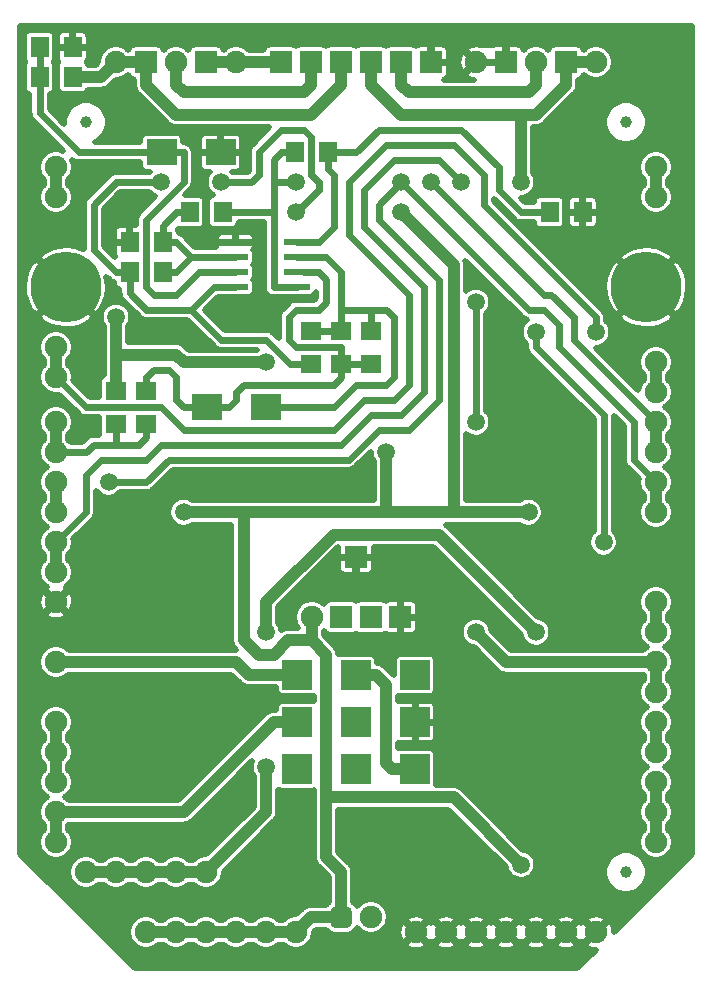
<source format=gbr>
G04 #@! TF.GenerationSoftware,KiCad,Pcbnew,5.1.12-84ad8e8a86~92~ubuntu20.04.1*
G04 #@! TF.CreationDate,2023-04-09T19:56:31+06:00*
G04 #@! TF.ProjectId,phaser_a_r1a,70686173-6572-45f6-915f-7231612e6b69,1A*
G04 #@! TF.SameCoordinates,Original*
G04 #@! TF.FileFunction,Copper,L2,Bot*
G04 #@! TF.FilePolarity,Positive*
%FSLAX46Y46*%
G04 Gerber Fmt 4.6, Leading zero omitted, Abs format (unit mm)*
G04 Created by KiCad (PCBNEW 5.1.12-84ad8e8a86~92~ubuntu20.04.1) date 2023-04-09 19:56:31*
%MOMM*%
%LPD*%
G01*
G04 APERTURE LIST*
G04 #@! TA.AperFunction,SMDPad,CuDef*
%ADD10C,1.000000*%
G04 #@! TD*
G04 #@! TA.AperFunction,ComponentPad*
%ADD11C,1.900000*%
G04 #@! TD*
G04 #@! TA.AperFunction,SMDPad,CuDef*
%ADD12R,1.600000X1.800000*%
G04 #@! TD*
G04 #@! TA.AperFunction,ComponentPad*
%ADD13R,1.900000X1.900000*%
G04 #@! TD*
G04 #@! TA.AperFunction,ComponentPad*
%ADD14C,6.000000*%
G04 #@! TD*
G04 #@! TA.AperFunction,SMDPad,CuDef*
%ADD15R,1.800000X1.600000*%
G04 #@! TD*
G04 #@! TA.AperFunction,SMDPad,CuDef*
%ADD16R,2.200000X0.600000*%
G04 #@! TD*
G04 #@! TA.AperFunction,SMDPad,CuDef*
%ADD17R,2.600000X2.200000*%
G04 #@! TD*
G04 #@! TA.AperFunction,ComponentPad*
%ADD18R,2.500000X2.500000*%
G04 #@! TD*
G04 #@! TA.AperFunction,ViaPad*
%ADD19C,1.500000*%
G04 #@! TD*
G04 #@! TA.AperFunction,Conductor*
%ADD20C,0.600000*%
G04 #@! TD*
G04 #@! TA.AperFunction,Conductor*
%ADD21C,1.000000*%
G04 #@! TD*
G04 #@! TA.AperFunction,Conductor*
%ADD22C,0.500000*%
G04 #@! TD*
G04 #@! TA.AperFunction,Conductor*
%ADD23C,0.100000*%
G04 #@! TD*
G04 APERTURE END LIST*
D10*
X128270000Y-196850000D03*
X82550000Y-133350000D03*
X128270000Y-133350000D03*
D11*
X80010000Y-158750000D03*
X80010000Y-161290000D03*
X80010000Y-184150000D03*
X80010000Y-173990000D03*
X80010000Y-179070000D03*
D12*
X103000000Y-135890000D03*
X100200000Y-135890000D03*
D13*
X123190000Y-128270000D03*
X118110000Y-128270000D03*
X92710000Y-128270000D03*
X87630000Y-128270000D03*
X106680000Y-128270000D03*
X99060000Y-128270000D03*
X104140000Y-128270000D03*
X101600000Y-128270000D03*
X109220000Y-128270000D03*
X111760000Y-128270000D03*
D11*
X95250000Y-128270000D03*
X90170000Y-128270000D03*
X85090000Y-128270000D03*
X125730000Y-128270000D03*
X120650000Y-128270000D03*
X115570000Y-128270000D03*
D14*
X80840000Y-147320000D03*
X129980000Y-147320000D03*
D11*
X130810000Y-139700000D03*
X130810000Y-137160000D03*
X130810000Y-161290000D03*
X130810000Y-158750000D03*
X80010000Y-137160000D03*
X80010000Y-139700000D03*
X80010000Y-191770000D03*
X80010000Y-194310000D03*
X80010000Y-186690000D03*
X80010000Y-189230000D03*
X80010000Y-168910000D03*
X80010000Y-171450000D03*
X80010000Y-163830000D03*
X80010000Y-166370000D03*
X130810000Y-163830000D03*
X130810000Y-166370000D03*
X80010000Y-154940000D03*
X80010000Y-152400000D03*
X130810000Y-156210000D03*
X130810000Y-153670000D03*
X130810000Y-173990000D03*
X130810000Y-176530000D03*
X130810000Y-189230000D03*
X130810000Y-191770000D03*
X130810000Y-194310000D03*
X130810000Y-186690000D03*
X130810000Y-184150000D03*
X130810000Y-181610000D03*
X130810000Y-179070000D03*
X92710000Y-196850000D03*
X90170000Y-196850000D03*
X87630000Y-196850000D03*
X85090000Y-196850000D03*
X82550000Y-196850000D03*
X100330000Y-201930000D03*
X97790000Y-201930000D03*
X95250000Y-201930000D03*
X92710000Y-201930000D03*
X90170000Y-201930000D03*
X87630000Y-201930000D03*
X125730000Y-201930000D03*
X123190000Y-201930000D03*
X120650000Y-201930000D03*
X118110000Y-201930000D03*
X115570000Y-201930000D03*
X113030000Y-201930000D03*
X110490000Y-201930000D03*
D15*
X87630000Y-156080000D03*
X87630000Y-158880000D03*
X106680000Y-153800000D03*
X106680000Y-151000000D03*
D12*
X124590000Y-140970000D03*
X121790000Y-140970000D03*
D15*
X101600000Y-151000000D03*
X101600000Y-153800000D03*
D12*
X86230000Y-146050000D03*
X89030000Y-146050000D03*
X89030000Y-143510000D03*
X86230000Y-143510000D03*
X94110000Y-140970000D03*
X91310000Y-140970000D03*
X81410000Y-129540000D03*
X78610000Y-129540000D03*
D16*
X100390000Y-147320000D03*
X100390000Y-146050000D03*
X100390000Y-144780000D03*
X100390000Y-143510000D03*
X95190000Y-143510000D03*
X95190000Y-144780000D03*
X95190000Y-146050000D03*
X95190000Y-147320000D03*
D17*
X92750000Y-157480000D03*
X97750000Y-157480000D03*
D15*
X104140000Y-153800000D03*
X104140000Y-151000000D03*
D17*
X88940000Y-135890000D03*
X93940000Y-135890000D03*
D12*
X78610000Y-127000000D03*
X81410000Y-127000000D03*
D15*
X85090000Y-158880000D03*
X85090000Y-156080000D03*
D13*
X105410000Y-170180000D03*
D11*
X106680000Y-200660000D03*
G04 #@! TA.AperFunction,ComponentPad*
G36*
G01*
X105090000Y-200280000D02*
X105090000Y-201040000D01*
G75*
G02*
X104520000Y-201610000I-570000J0D01*
G01*
X103760000Y-201610000D01*
G75*
G02*
X103190000Y-201040000I0J570000D01*
G01*
X103190000Y-200280000D01*
G75*
G02*
X103760000Y-199710000I570000J0D01*
G01*
X104520000Y-199710000D01*
G75*
G02*
X105090000Y-200280000I0J-570000D01*
G01*
G37*
G04 #@! TD.AperFunction*
D18*
X110410000Y-184150000D03*
X110410000Y-188150000D03*
X110410000Y-180150000D03*
X105410000Y-184150000D03*
X105410000Y-188150000D03*
X105410000Y-180150000D03*
X100410000Y-180150000D03*
X100410000Y-184150000D03*
X100410000Y-188150000D03*
D11*
X101660000Y-175260000D03*
D13*
X104160000Y-175260000D03*
X106660000Y-175260000D03*
X109160000Y-175260000D03*
D19*
X85090000Y-140970000D03*
X105410000Y-194310000D03*
X86995000Y-166370000D03*
X123825000Y-166370000D03*
X95250000Y-149860000D03*
X119380000Y-193675000D03*
X107950000Y-161290000D03*
X90805000Y-166370000D03*
X120015000Y-166370000D03*
X109220000Y-140970000D03*
X119380000Y-196215000D03*
X100330000Y-138430000D03*
X126365000Y-168910000D03*
X120650000Y-151130000D03*
X97790000Y-187960000D03*
X115570000Y-148590000D03*
X115570000Y-158750000D03*
X97790000Y-153670000D03*
X85090000Y-149860000D03*
X125730000Y-151130000D03*
X84455000Y-163830000D03*
X109220000Y-138430000D03*
X119380000Y-138430000D03*
X111760000Y-138430000D03*
X115570000Y-176530000D03*
X97790000Y-176530000D03*
X120650000Y-176530000D03*
X114300000Y-138430000D03*
X100330000Y-140970000D03*
X93980000Y-138430000D03*
X88900000Y-138430000D03*
D20*
X115570000Y-128270000D02*
X118110000Y-128270000D01*
D21*
X101660000Y-175260000D02*
X101660000Y-177225000D01*
D20*
X100330000Y-138430000D02*
X98425000Y-138430000D01*
X99060000Y-135890000D02*
X98425000Y-136525000D01*
X98425000Y-136525000D02*
X98425000Y-138430000D01*
X100200000Y-135890000D02*
X99060000Y-135890000D01*
X100390000Y-147320000D02*
X98425000Y-147320000D01*
X94110000Y-140970000D02*
X98425000Y-140970000D01*
X98425000Y-140970000D02*
X98425000Y-147320000D01*
X98425000Y-138430000D02*
X98425000Y-140970000D01*
D21*
X87630000Y-201930000D02*
X90170000Y-201930000D01*
X90170000Y-201930000D02*
X92710000Y-201930000D01*
X92710000Y-201930000D02*
X95250000Y-201930000D01*
X95250000Y-201930000D02*
X97790000Y-201930000D01*
X97790000Y-201930000D02*
X100330000Y-201930000D01*
X119380000Y-196215000D02*
X113665000Y-190500000D01*
X113665000Y-190500000D02*
X102870000Y-190500000D01*
X101660000Y-177225000D02*
X102870000Y-178435000D01*
X102870000Y-178435000D02*
X102870000Y-190500000D01*
X104140000Y-200660000D02*
X101600000Y-200660000D01*
X101600000Y-200660000D02*
X100330000Y-201930000D01*
X98425000Y-178435000D02*
X97155000Y-178435000D01*
X99635000Y-177225000D02*
X98425000Y-178435000D01*
X101660000Y-177225000D02*
X99635000Y-177225000D01*
X95885000Y-166370000D02*
X95885000Y-177165000D01*
X97155000Y-178435000D02*
X95885000Y-177165000D01*
X95885000Y-166370000D02*
X90805000Y-166370000D01*
X107950000Y-166370000D02*
X95885000Y-166370000D01*
X107950000Y-161290000D02*
X107950000Y-166370000D01*
X113665000Y-145415000D02*
X113665000Y-166370000D01*
X109220000Y-140970000D02*
X113665000Y-145415000D01*
X113665000Y-166370000D02*
X107950000Y-166370000D01*
X120015000Y-166370000D02*
X113665000Y-166370000D01*
X102870000Y-195580000D02*
X102870000Y-190500000D01*
X104140000Y-196850000D02*
X102870000Y-195580000D01*
X104140000Y-200660000D02*
X104140000Y-196850000D01*
X130810000Y-173990000D02*
X130810000Y-176530000D01*
D20*
X126365000Y-168910000D02*
X126365000Y-158115000D01*
X120650000Y-152400000D02*
X126365000Y-158115000D01*
X120650000Y-151130000D02*
X120650000Y-152400000D01*
D21*
X82550000Y-196850000D02*
X85090000Y-196850000D01*
X85090000Y-196850000D02*
X87630000Y-196850000D01*
X87630000Y-196850000D02*
X90170000Y-196850000D01*
X90170000Y-196850000D02*
X92710000Y-196850000D01*
X97790000Y-187960000D02*
X97790000Y-191770000D01*
X97790000Y-191770000D02*
X92710000Y-196850000D01*
D20*
X115570000Y-148590000D02*
X115570000Y-158750000D01*
D21*
X130810000Y-153670000D02*
X130810000Y-156210000D01*
X85090000Y-149860000D02*
X85090000Y-153035000D01*
X85090000Y-156080000D02*
X85090000Y-153035000D01*
X90805000Y-153670000D02*
X97790000Y-153670000D01*
X90170000Y-153035000D02*
X90805000Y-153670000D01*
X85090000Y-153035000D02*
X90170000Y-153035000D01*
X80010000Y-152400000D02*
X80010000Y-154940000D01*
D20*
X82550000Y-157480000D02*
X80010000Y-154940000D01*
X88900000Y-157480000D02*
X82550000Y-157480000D01*
X125730000Y-151130000D02*
X125730000Y-149860000D01*
X125730000Y-149860000D02*
X116205000Y-140335000D01*
X113665000Y-135255000D02*
X107950000Y-135255000D01*
X116205000Y-140335000D02*
X116205000Y-137795000D01*
X116205000Y-137795000D02*
X113665000Y-135255000D01*
X106045000Y-156845000D02*
X103505000Y-159385000D01*
X107950000Y-135255000D02*
X104775000Y-138430000D01*
X104775000Y-138430000D02*
X104775000Y-142875000D01*
X104775000Y-142875000D02*
X109855000Y-147955000D01*
X103505000Y-159385000D02*
X90805000Y-159385000D01*
X90805000Y-159385000D02*
X88900000Y-157480000D01*
X109855000Y-155575000D02*
X108585000Y-156845000D01*
X108585000Y-156845000D02*
X106045000Y-156845000D01*
X109855000Y-147955000D02*
X109855000Y-155575000D01*
D21*
X130810000Y-163830000D02*
X130810000Y-166370000D01*
D20*
X120015000Y-149225000D02*
X109220000Y-138430000D01*
X121285000Y-149225000D02*
X120015000Y-149225000D01*
X122555000Y-150495000D02*
X121285000Y-149225000D01*
X122555000Y-152400000D02*
X122555000Y-150495000D01*
X128905000Y-158750000D02*
X122555000Y-152400000D01*
X128905000Y-161925000D02*
X128905000Y-158750000D01*
X130810000Y-163830000D02*
X128905000Y-161925000D01*
X87630000Y-163830000D02*
X84455000Y-163830000D01*
X104775000Y-161925000D02*
X89535000Y-161925000D01*
X89535000Y-161925000D02*
X87630000Y-163830000D01*
X107315000Y-159385000D02*
X104775000Y-161925000D01*
X112395000Y-156845000D02*
X109855000Y-159385000D01*
X112395000Y-146685000D02*
X112395000Y-156845000D01*
X109855000Y-159385000D02*
X107315000Y-159385000D01*
X107315000Y-141605000D02*
X112395000Y-146685000D01*
X107315000Y-140335000D02*
X107315000Y-141605000D01*
X109220000Y-138430000D02*
X107315000Y-140335000D01*
D21*
X123190000Y-128270000D02*
X125730000Y-128270000D01*
X106680000Y-128270000D02*
X106680000Y-130175000D01*
X106680000Y-130175000D02*
X109220000Y-132715000D01*
X123190000Y-128270000D02*
X123190000Y-130175000D01*
X123190000Y-130175000D02*
X120650000Y-132715000D01*
X120650000Y-132715000D02*
X119380000Y-132715000D01*
X119380000Y-132715000D02*
X119380000Y-138430000D01*
X119380000Y-132715000D02*
X109220000Y-132715000D01*
X130810000Y-158750000D02*
X130810000Y-161290000D01*
D20*
X121285000Y-147955000D02*
X111760000Y-138430000D01*
X121920000Y-147955000D02*
X121285000Y-147955000D01*
X123825000Y-149860000D02*
X121920000Y-147955000D01*
X123825000Y-151765000D02*
X123825000Y-149860000D01*
X130810000Y-158750000D02*
X123825000Y-151765000D01*
D21*
X109220000Y-128270000D02*
X109220000Y-130175000D01*
X109220000Y-130175000D02*
X109855000Y-130810000D01*
X109855000Y-130810000D02*
X120015000Y-130810000D01*
X120015000Y-130810000D02*
X120650000Y-130175000D01*
X120650000Y-130175000D02*
X120650000Y-128270000D01*
X130810000Y-137160000D02*
X130810000Y-139700000D01*
X130810000Y-184150000D02*
X130810000Y-186690000D01*
X130810000Y-189230000D02*
X130810000Y-191770000D01*
X130810000Y-191770000D02*
X130810000Y-194310000D01*
X107125000Y-180150000D02*
X105410000Y-180150000D01*
X107950000Y-180975000D02*
X107125000Y-180150000D01*
X107950000Y-187642500D02*
X107950000Y-180975000D01*
X108457500Y-188150000D02*
X107950000Y-187642500D01*
X110410000Y-188150000D02*
X108457500Y-188150000D01*
X130810000Y-179070000D02*
X130810000Y-181610000D01*
X118110000Y-179070000D02*
X115570000Y-176530000D01*
X130810000Y-179070000D02*
X118110000Y-179070000D01*
X120650000Y-176530000D02*
X112395000Y-168275000D01*
X112395000Y-168275000D02*
X103505000Y-168275000D01*
X97790000Y-173990000D02*
X97790000Y-176530000D01*
X103505000Y-168275000D02*
X97790000Y-173990000D01*
X80010000Y-163830000D02*
X80010000Y-166370000D01*
X80010000Y-168910000D02*
X80010000Y-171450000D01*
D20*
X114300000Y-138430000D02*
X112395000Y-136525000D01*
X112395000Y-136525000D02*
X108585000Y-136525000D01*
X106045000Y-142240000D02*
X111125000Y-147320000D01*
X108585000Y-136525000D02*
X106045000Y-139065000D01*
X106045000Y-139065000D02*
X106045000Y-142240000D01*
X106680000Y-158115000D02*
X104140000Y-160655000D01*
X83820000Y-161925000D02*
X82550000Y-163195000D01*
X82550000Y-166370000D02*
X80010000Y-168910000D01*
X82550000Y-163195000D02*
X82550000Y-166370000D01*
X111125000Y-156210000D02*
X109220000Y-158115000D01*
X109220000Y-158115000D02*
X106680000Y-158115000D01*
X111125000Y-147320000D02*
X111125000Y-156210000D01*
X88900000Y-160655000D02*
X87630000Y-161925000D01*
X104140000Y-160655000D02*
X88900000Y-160655000D01*
X87630000Y-161925000D02*
X83820000Y-161925000D01*
D21*
X95250000Y-179070000D02*
X80010000Y-179070000D01*
X96330000Y-180150000D02*
X95250000Y-179070000D01*
X100410000Y-180150000D02*
X96330000Y-180150000D01*
X80010000Y-184150000D02*
X80010000Y-186690000D01*
X80010000Y-186690000D02*
X80010000Y-189230000D01*
X80010000Y-191770000D02*
X80010000Y-194310000D01*
X90805000Y-191770000D02*
X80010000Y-191770000D01*
X98425000Y-184150000D02*
X90805000Y-191770000D01*
X100410000Y-184150000D02*
X98425000Y-184150000D01*
X80010000Y-137160000D02*
X80010000Y-139700000D01*
X80010000Y-158750000D02*
X80010000Y-161290000D01*
D20*
X87630000Y-158880000D02*
X87630000Y-160020000D01*
X87630000Y-160020000D02*
X86995000Y-160655000D01*
X85090000Y-158880000D02*
X85090000Y-160655000D01*
X86995000Y-160655000D02*
X85090000Y-160655000D01*
X82550000Y-161290000D02*
X80010000Y-161290000D01*
X83185000Y-160655000D02*
X82550000Y-161290000D01*
X85090000Y-160655000D02*
X83185000Y-160655000D01*
X92075000Y-146050000D02*
X95190000Y-146050000D01*
X90805000Y-135890000D02*
X90805000Y-138430000D01*
X87630000Y-141605000D02*
X87630000Y-147320000D01*
X88265000Y-147955000D02*
X90170000Y-147955000D01*
X90805000Y-138430000D02*
X87630000Y-141605000D01*
X87630000Y-147320000D02*
X88265000Y-147955000D01*
X90170000Y-147955000D02*
X92075000Y-146050000D01*
X88940000Y-135890000D02*
X90805000Y-135890000D01*
X78610000Y-127000000D02*
X78610000Y-129540000D01*
X81915000Y-135890000D02*
X88940000Y-135890000D01*
X78610000Y-132585000D02*
X81915000Y-135890000D01*
X78610000Y-129540000D02*
X78610000Y-132585000D01*
X106680000Y-153800000D02*
X104140000Y-153800000D01*
X104140000Y-153800000D02*
X104140000Y-154940000D01*
X104140000Y-154940000D02*
X103505000Y-155575000D01*
X95250000Y-156845000D02*
X94615000Y-157480000D01*
X92750000Y-157480000D02*
X94615000Y-157480000D01*
X95885000Y-155575000D02*
X95250000Y-156210000D01*
X95250000Y-156210000D02*
X95250000Y-156845000D01*
X103505000Y-155575000D02*
X95885000Y-155575000D01*
X100965000Y-146050000D02*
X102235000Y-146050000D01*
X102235000Y-146050000D02*
X102870000Y-146685000D01*
X102870000Y-146685000D02*
X102870000Y-148590000D01*
X102870000Y-148590000D02*
X102235000Y-149225000D01*
X102235000Y-149225000D02*
X100330000Y-149225000D01*
X100330000Y-149225000D02*
X99695000Y-149860000D01*
X99695000Y-149860000D02*
X99695000Y-151765000D01*
X100330000Y-152400000D02*
X104140000Y-152400000D01*
X99695000Y-151765000D02*
X100330000Y-152400000D01*
X104140000Y-152400000D02*
X104140000Y-153800000D01*
X92750000Y-157480000D02*
X90805000Y-157480000D01*
X90805000Y-157480000D02*
X90170000Y-156845000D01*
X90170000Y-156845000D02*
X90170000Y-154940000D01*
X90170000Y-154940000D02*
X89535000Y-154305000D01*
X88265000Y-154305000D02*
X89535000Y-154305000D01*
X87630000Y-154940000D02*
X88265000Y-154305000D01*
X87630000Y-156080000D02*
X87630000Y-154940000D01*
X104140000Y-151000000D02*
X101600000Y-151000000D01*
X100390000Y-144780000D02*
X102870000Y-144780000D01*
X102870000Y-144780000D02*
X104140000Y-146050000D01*
X106680000Y-151000000D02*
X106680000Y-149225000D01*
X106680000Y-149225000D02*
X104140000Y-149225000D01*
X104140000Y-149225000D02*
X104140000Y-146050000D01*
X104140000Y-151000000D02*
X104140000Y-149225000D01*
X105410000Y-155575000D02*
X103505000Y-157480000D01*
X107950000Y-155575000D02*
X105410000Y-155575000D01*
X108585000Y-154940000D02*
X107950000Y-155575000D01*
X108585000Y-149860000D02*
X108585000Y-154940000D01*
X108585000Y-149860000D02*
X107950000Y-149225000D01*
X107950000Y-149225000D02*
X106680000Y-149225000D01*
X97750000Y-157480000D02*
X103505000Y-157480000D01*
X102235000Y-143510000D02*
X103505000Y-142240000D01*
X103505000Y-137795000D02*
X103505000Y-142240000D01*
X100390000Y-143510000D02*
X102235000Y-143510000D01*
X107315000Y-133985000D02*
X105410000Y-135890000D01*
X114300000Y-133985000D02*
X107315000Y-133985000D01*
X117475000Y-137160000D02*
X114300000Y-133985000D01*
X117475000Y-139065000D02*
X117475000Y-137160000D01*
X119380000Y-140970000D02*
X117475000Y-139065000D01*
X121790000Y-140970000D02*
X119380000Y-140970000D01*
X105410000Y-135890000D02*
X103000000Y-135890000D01*
X103000000Y-137290000D02*
X103505000Y-137795000D01*
X103000000Y-135890000D02*
X103000000Y-137290000D01*
X95190000Y-144780000D02*
X91440000Y-144780000D01*
X89030000Y-146050000D02*
X90170000Y-146050000D01*
X90170000Y-146050000D02*
X91440000Y-144780000D01*
X91440000Y-144780000D02*
X90170000Y-143510000D01*
X89030000Y-143510000D02*
X90170000Y-143510000D01*
X91310000Y-140970000D02*
X90170000Y-140970000D01*
X89030000Y-142110000D02*
X90170000Y-140970000D01*
X89030000Y-143510000D02*
X89030000Y-142110000D01*
X100330000Y-140970000D02*
X102235000Y-139065000D01*
X102235000Y-139065000D02*
X102235000Y-138430000D01*
X100965000Y-133985000D02*
X99060000Y-133985000D01*
X99060000Y-133985000D02*
X97155000Y-135890000D01*
X97155000Y-135890000D02*
X97155000Y-137795000D01*
X97155000Y-137795000D02*
X96520000Y-138430000D01*
X96520000Y-138430000D02*
X93980000Y-138430000D01*
X101600000Y-134620000D02*
X100965000Y-133985000D01*
X101600000Y-137795000D02*
X101600000Y-134620000D01*
X102235000Y-138430000D02*
X101600000Y-137795000D01*
D21*
X90170000Y-128270000D02*
X90170000Y-130175000D01*
X90170000Y-130175000D02*
X90805000Y-130810000D01*
X101600000Y-128270000D02*
X101600000Y-130175000D01*
X101600000Y-130175000D02*
X100965000Y-130810000D01*
X90805000Y-130810000D02*
X100965000Y-130810000D01*
X92710000Y-128270000D02*
X95250000Y-128270000D01*
X95250000Y-128270000D02*
X99060000Y-128270000D01*
D20*
X87630000Y-149225000D02*
X86230000Y-147825000D01*
X93980000Y-151765000D02*
X91440000Y-149225000D01*
X91440000Y-149225000D02*
X87630000Y-149225000D01*
X93345000Y-147320000D02*
X91440000Y-149225000D01*
X95190000Y-147320000D02*
X93345000Y-147320000D01*
X97790000Y-151765000D02*
X93980000Y-151765000D01*
X99825000Y-153800000D02*
X97790000Y-151765000D01*
X101600000Y-153800000D02*
X99825000Y-153800000D01*
X86230000Y-146050000D02*
X85090000Y-146050000D01*
X83185000Y-144145000D02*
X83185000Y-140335000D01*
X85090000Y-146050000D02*
X83185000Y-144145000D01*
X85090000Y-138430000D02*
X83185000Y-140335000D01*
X88900000Y-138430000D02*
X85090000Y-138430000D01*
X86230000Y-146050000D02*
X86230000Y-147825000D01*
D21*
X85090000Y-128270000D02*
X87630000Y-128270000D01*
X87630000Y-128270000D02*
X87630000Y-130175000D01*
X87630000Y-130175000D02*
X90170000Y-132715000D01*
X104140000Y-130175000D02*
X101600000Y-132715000D01*
X90170000Y-132715000D02*
X101600000Y-132715000D01*
X104140000Y-128270000D02*
X104140000Y-130175000D01*
X81410000Y-129540000D02*
X83820000Y-129540000D01*
X83820000Y-129540000D02*
X85090000Y-128270000D01*
D22*
X133870001Y-195269339D02*
X127234096Y-201905244D01*
X127210060Y-201644957D01*
X127126012Y-201361689D01*
X126988316Y-201100260D01*
X126978116Y-201084995D01*
X126733275Y-200997436D01*
X125800711Y-201930000D01*
X125814853Y-201944142D01*
X125744142Y-202014853D01*
X125730000Y-202000711D01*
X124797436Y-202933275D01*
X124884995Y-203178116D01*
X125144726Y-203318985D01*
X125426950Y-203406478D01*
X125703883Y-203435458D01*
X124149341Y-204990000D01*
X86670660Y-204990000D01*
X76950000Y-195269341D01*
X76950000Y-174993275D01*
X79077436Y-174993275D01*
X79164995Y-175238116D01*
X79424726Y-175378985D01*
X79706950Y-175466478D01*
X80000820Y-175497230D01*
X80295043Y-175470060D01*
X80578311Y-175386012D01*
X80839740Y-175248316D01*
X80855005Y-175238116D01*
X80942564Y-174993275D01*
X80010000Y-174060711D01*
X79077436Y-174993275D01*
X76950000Y-174993275D01*
X76950000Y-173980820D01*
X78502770Y-173980820D01*
X78529940Y-174275043D01*
X78613988Y-174558311D01*
X78751684Y-174819740D01*
X78761884Y-174835005D01*
X79006725Y-174922564D01*
X79939289Y-173990000D01*
X80080711Y-173990000D01*
X81013275Y-174922564D01*
X81258116Y-174835005D01*
X81398985Y-174575274D01*
X81486478Y-174293050D01*
X81517230Y-173999180D01*
X81490060Y-173704957D01*
X81406012Y-173421689D01*
X81268316Y-173160260D01*
X81258116Y-173144995D01*
X81013275Y-173057436D01*
X80080711Y-173990000D01*
X79939289Y-173990000D01*
X79006725Y-173057436D01*
X78761884Y-173144995D01*
X78621015Y-173404726D01*
X78533522Y-173686950D01*
X78502770Y-173980820D01*
X76950000Y-173980820D01*
X76950000Y-149780246D01*
X78450465Y-149780246D01*
X78783922Y-150235013D01*
X79392120Y-150580123D01*
X80055959Y-150799948D01*
X80749928Y-150886041D01*
X81447359Y-150835092D01*
X82121449Y-150649061D01*
X82746294Y-150335096D01*
X82896078Y-150235013D01*
X83229535Y-149780246D01*
X80840000Y-147390711D01*
X78450465Y-149780246D01*
X76950000Y-149780246D01*
X76950000Y-147229928D01*
X77273959Y-147229928D01*
X77324908Y-147927359D01*
X77510939Y-148601449D01*
X77824904Y-149226294D01*
X77924987Y-149376078D01*
X78379754Y-149709535D01*
X80769289Y-147320000D01*
X78379754Y-144930465D01*
X77924987Y-145263922D01*
X77579877Y-145872120D01*
X77360052Y-146535959D01*
X77273959Y-147229928D01*
X76950000Y-147229928D01*
X76950000Y-126100000D01*
X77257339Y-126100000D01*
X77257339Y-127900000D01*
X77267958Y-128007819D01*
X77299408Y-128111494D01*
X77350479Y-128207042D01*
X77402148Y-128270000D01*
X77350479Y-128332958D01*
X77299408Y-128428506D01*
X77267958Y-128532181D01*
X77257339Y-128640000D01*
X77257339Y-130440000D01*
X77267958Y-130547819D01*
X77299408Y-130651494D01*
X77350479Y-130747042D01*
X77419210Y-130830790D01*
X77502958Y-130899521D01*
X77598506Y-130950592D01*
X77702181Y-130982042D01*
X77760000Y-130987737D01*
X77760001Y-132543249D01*
X77755889Y-132585000D01*
X77772300Y-132751629D01*
X77820903Y-132911854D01*
X77857644Y-132980589D01*
X77899833Y-133059519D01*
X78006053Y-133188948D01*
X78038481Y-133215561D01*
X80606345Y-135783425D01*
X80447534Y-135717644D01*
X80157737Y-135660000D01*
X79862263Y-135660000D01*
X79572466Y-135717644D01*
X79299483Y-135830717D01*
X79053806Y-135994874D01*
X78844874Y-136203806D01*
X78680717Y-136449483D01*
X78567644Y-136722466D01*
X78510000Y-137012263D01*
X78510000Y-137307737D01*
X78567644Y-137597534D01*
X78680717Y-137870517D01*
X78844874Y-138116194D01*
X78960000Y-138231320D01*
X78960001Y-138628679D01*
X78844874Y-138743806D01*
X78680717Y-138989483D01*
X78567644Y-139262466D01*
X78510000Y-139552263D01*
X78510000Y-139847737D01*
X78567644Y-140137534D01*
X78680717Y-140410517D01*
X78844874Y-140656194D01*
X79053806Y-140865126D01*
X79299483Y-141029283D01*
X79572466Y-141142356D01*
X79862263Y-141200000D01*
X80157737Y-141200000D01*
X80447534Y-141142356D01*
X80720517Y-141029283D01*
X80966194Y-140865126D01*
X81175126Y-140656194D01*
X81339283Y-140410517D01*
X81452356Y-140137534D01*
X81510000Y-139847737D01*
X81510000Y-139552263D01*
X81452356Y-139262466D01*
X81339283Y-138989483D01*
X81175126Y-138743806D01*
X81060000Y-138628680D01*
X81060000Y-138231320D01*
X81175126Y-138116194D01*
X81339283Y-137870517D01*
X81452356Y-137597534D01*
X81510000Y-137307737D01*
X81510000Y-137012263D01*
X81452356Y-136722466D01*
X81381725Y-136551948D01*
X81440481Y-136600168D01*
X81588145Y-136679097D01*
X81748371Y-136727700D01*
X81873251Y-136740000D01*
X81873259Y-136740000D01*
X81915000Y-136744111D01*
X81956741Y-136740000D01*
X87087339Y-136740000D01*
X87087339Y-136990000D01*
X87097958Y-137097819D01*
X87129408Y-137201494D01*
X87180479Y-137297042D01*
X87249210Y-137380790D01*
X87332958Y-137449521D01*
X87428506Y-137500592D01*
X87532181Y-137532042D01*
X87640000Y-137542661D01*
X87948861Y-137542661D01*
X87911522Y-137580000D01*
X85131741Y-137580000D01*
X85090000Y-137575889D01*
X85048259Y-137580000D01*
X85048251Y-137580000D01*
X84923371Y-137592300D01*
X84763145Y-137640903D01*
X84615481Y-137719832D01*
X84486052Y-137826052D01*
X84459439Y-137858480D01*
X82613481Y-139704439D01*
X82581053Y-139731052D01*
X82474833Y-139860481D01*
X82452266Y-139902700D01*
X82395903Y-140008146D01*
X82347300Y-140168371D01*
X82330889Y-140335000D01*
X82335001Y-140376748D01*
X82335000Y-144086614D01*
X82287880Y-144059877D01*
X81624041Y-143840052D01*
X80930072Y-143753959D01*
X80232641Y-143804908D01*
X79558551Y-143990939D01*
X78933706Y-144304904D01*
X78783922Y-144404987D01*
X78450465Y-144859754D01*
X80840000Y-147249289D01*
X80854142Y-147235147D01*
X80924853Y-147305858D01*
X80910711Y-147320000D01*
X83300246Y-149709535D01*
X83755013Y-149376078D01*
X84100123Y-148767880D01*
X84319948Y-148104041D01*
X84406041Y-147410072D01*
X84355092Y-146712641D01*
X84280586Y-146442667D01*
X84459439Y-146621519D01*
X84486052Y-146653948D01*
X84615481Y-146760168D01*
X84763145Y-146839097D01*
X84877339Y-146873737D01*
X84877339Y-146950000D01*
X84887958Y-147057819D01*
X84919408Y-147161494D01*
X84970479Y-147257042D01*
X85039210Y-147340790D01*
X85122958Y-147409521D01*
X85218506Y-147460592D01*
X85322181Y-147492042D01*
X85380001Y-147497737D01*
X85380001Y-147783249D01*
X85375889Y-147825000D01*
X85392300Y-147991629D01*
X85440903Y-148151854D01*
X85472413Y-148210804D01*
X85519833Y-148299519D01*
X85626053Y-148428948D01*
X85658481Y-148455561D01*
X86999438Y-149796519D01*
X87026052Y-149828948D01*
X87155481Y-149935168D01*
X87303145Y-150014097D01*
X87463371Y-150062700D01*
X87588251Y-150075000D01*
X87588259Y-150075000D01*
X87630000Y-150079111D01*
X87671741Y-150075000D01*
X91087920Y-150075000D01*
X93349443Y-152336525D01*
X93376052Y-152368948D01*
X93408475Y-152395557D01*
X93408479Y-152395561D01*
X93464760Y-152441749D01*
X93505481Y-152475168D01*
X93653145Y-152554097D01*
X93813371Y-152602700D01*
X93938251Y-152615000D01*
X93938261Y-152615000D01*
X93979999Y-152619111D01*
X94021737Y-152615000D01*
X97028981Y-152615000D01*
X97021498Y-152620000D01*
X91239923Y-152620000D01*
X90948937Y-152329014D01*
X90916054Y-152288946D01*
X90756171Y-152157733D01*
X90573762Y-152060233D01*
X90375836Y-152000193D01*
X90221578Y-151985000D01*
X90221568Y-151985000D01*
X90170000Y-151979921D01*
X90118432Y-151985000D01*
X86140000Y-151985000D01*
X86140000Y-150628502D01*
X86242045Y-150475781D01*
X86340042Y-150239196D01*
X86390000Y-149988039D01*
X86390000Y-149731961D01*
X86340042Y-149480804D01*
X86242045Y-149244219D01*
X86099776Y-149031298D01*
X85918702Y-148850224D01*
X85705781Y-148707955D01*
X85469196Y-148609958D01*
X85218039Y-148560000D01*
X84961961Y-148560000D01*
X84710804Y-148609958D01*
X84474219Y-148707955D01*
X84261298Y-148850224D01*
X84080224Y-149031298D01*
X83937955Y-149244219D01*
X83839958Y-149480804D01*
X83790000Y-149731961D01*
X83790000Y-149988039D01*
X83839958Y-150239196D01*
X83937955Y-150475781D01*
X84040000Y-150628503D01*
X84040001Y-152983412D01*
X84034920Y-153035000D01*
X84040001Y-153086588D01*
X84040000Y-154750754D01*
X83978506Y-154769408D01*
X83882958Y-154820479D01*
X83799210Y-154889210D01*
X83730479Y-154972958D01*
X83679408Y-155068506D01*
X83647958Y-155172181D01*
X83637339Y-155280000D01*
X83637339Y-156630000D01*
X82902082Y-156630000D01*
X81485083Y-155213003D01*
X81510000Y-155087737D01*
X81510000Y-154792263D01*
X81452356Y-154502466D01*
X81339283Y-154229483D01*
X81175126Y-153983806D01*
X81060000Y-153868680D01*
X81060000Y-153471320D01*
X81175126Y-153356194D01*
X81339283Y-153110517D01*
X81452356Y-152837534D01*
X81510000Y-152547737D01*
X81510000Y-152252263D01*
X81452356Y-151962466D01*
X81339283Y-151689483D01*
X81175126Y-151443806D01*
X80966194Y-151234874D01*
X80720517Y-151070717D01*
X80447534Y-150957644D01*
X80157737Y-150900000D01*
X79862263Y-150900000D01*
X79572466Y-150957644D01*
X79299483Y-151070717D01*
X79053806Y-151234874D01*
X78844874Y-151443806D01*
X78680717Y-151689483D01*
X78567644Y-151962466D01*
X78510000Y-152252263D01*
X78510000Y-152547737D01*
X78567644Y-152837534D01*
X78680717Y-153110517D01*
X78844874Y-153356194D01*
X78960000Y-153471320D01*
X78960001Y-153868679D01*
X78844874Y-153983806D01*
X78680717Y-154229483D01*
X78567644Y-154502466D01*
X78510000Y-154792263D01*
X78510000Y-155087737D01*
X78567644Y-155377534D01*
X78680717Y-155650517D01*
X78844874Y-155896194D01*
X79053806Y-156105126D01*
X79299483Y-156269283D01*
X79572466Y-156382356D01*
X79862263Y-156440000D01*
X80157737Y-156440000D01*
X80283003Y-156415083D01*
X81919443Y-158051525D01*
X81946052Y-158083948D01*
X81978475Y-158110557D01*
X81978479Y-158110561D01*
X82043387Y-158163829D01*
X82075481Y-158190168D01*
X82223145Y-158269097D01*
X82383371Y-158317700D01*
X82508251Y-158330000D01*
X82508261Y-158330000D01*
X82549999Y-158334111D01*
X82591737Y-158330000D01*
X83637339Y-158330000D01*
X83637339Y-159680000D01*
X83647958Y-159787819D01*
X83653170Y-159805000D01*
X83226741Y-159805000D01*
X83185000Y-159800889D01*
X83143259Y-159805000D01*
X83143251Y-159805000D01*
X83018371Y-159817300D01*
X82858145Y-159865903D01*
X82710481Y-159944832D01*
X82613480Y-160024438D01*
X82613475Y-160024443D01*
X82581052Y-160051052D01*
X82554442Y-160083476D01*
X82197919Y-160440000D01*
X81246083Y-160440000D01*
X81175126Y-160333806D01*
X81060000Y-160218680D01*
X81060000Y-159821320D01*
X81175126Y-159706194D01*
X81339283Y-159460517D01*
X81452356Y-159187534D01*
X81510000Y-158897737D01*
X81510000Y-158602263D01*
X81452356Y-158312466D01*
X81339283Y-158039483D01*
X81175126Y-157793806D01*
X80966194Y-157584874D01*
X80720517Y-157420717D01*
X80447534Y-157307644D01*
X80157737Y-157250000D01*
X79862263Y-157250000D01*
X79572466Y-157307644D01*
X79299483Y-157420717D01*
X79053806Y-157584874D01*
X78844874Y-157793806D01*
X78680717Y-158039483D01*
X78567644Y-158312466D01*
X78510000Y-158602263D01*
X78510000Y-158897737D01*
X78567644Y-159187534D01*
X78680717Y-159460517D01*
X78844874Y-159706194D01*
X78960000Y-159821320D01*
X78960001Y-160218679D01*
X78844874Y-160333806D01*
X78680717Y-160579483D01*
X78567644Y-160852466D01*
X78510000Y-161142263D01*
X78510000Y-161437737D01*
X78567644Y-161727534D01*
X78680717Y-162000517D01*
X78844874Y-162246194D01*
X79053806Y-162455126D01*
X79210760Y-162560000D01*
X79053806Y-162664874D01*
X78844874Y-162873806D01*
X78680717Y-163119483D01*
X78567644Y-163392466D01*
X78510000Y-163682263D01*
X78510000Y-163977737D01*
X78567644Y-164267534D01*
X78680717Y-164540517D01*
X78844874Y-164786194D01*
X78960000Y-164901320D01*
X78960001Y-165298679D01*
X78844874Y-165413806D01*
X78680717Y-165659483D01*
X78567644Y-165932466D01*
X78510000Y-166222263D01*
X78510000Y-166517737D01*
X78567644Y-166807534D01*
X78680717Y-167080517D01*
X78844874Y-167326194D01*
X79053806Y-167535126D01*
X79210760Y-167640000D01*
X79053806Y-167744874D01*
X78844874Y-167953806D01*
X78680717Y-168199483D01*
X78567644Y-168472466D01*
X78510000Y-168762263D01*
X78510000Y-169057737D01*
X78567644Y-169347534D01*
X78680717Y-169620517D01*
X78844874Y-169866194D01*
X78960000Y-169981320D01*
X78960001Y-170378679D01*
X78844874Y-170493806D01*
X78680717Y-170739483D01*
X78567644Y-171012466D01*
X78510000Y-171302263D01*
X78510000Y-171597737D01*
X78567644Y-171887534D01*
X78680717Y-172160517D01*
X78844874Y-172406194D01*
X79053806Y-172615126D01*
X79207094Y-172717550D01*
X79180260Y-172731684D01*
X79164995Y-172741884D01*
X79077436Y-172986725D01*
X80010000Y-173919289D01*
X80942564Y-172986725D01*
X80855005Y-172741884D01*
X80811666Y-172718379D01*
X80966194Y-172615126D01*
X81175126Y-172406194D01*
X81339283Y-172160517D01*
X81452356Y-171887534D01*
X81510000Y-171597737D01*
X81510000Y-171302263D01*
X81452356Y-171012466D01*
X81339283Y-170739483D01*
X81175126Y-170493806D01*
X81060000Y-170378680D01*
X81060000Y-169981320D01*
X81175126Y-169866194D01*
X81339283Y-169620517D01*
X81452356Y-169347534D01*
X81510000Y-169057737D01*
X81510000Y-168762263D01*
X81485083Y-168636997D01*
X83121525Y-167000557D01*
X83153948Y-166973948D01*
X83180557Y-166941525D01*
X83180561Y-166941521D01*
X83260167Y-166844520D01*
X83279937Y-166807534D01*
X83339097Y-166696855D01*
X83387700Y-166536629D01*
X83400000Y-166411749D01*
X83400000Y-166411739D01*
X83404111Y-166370001D01*
X83400000Y-166328263D01*
X83400000Y-164591019D01*
X83445224Y-164658702D01*
X83626298Y-164839776D01*
X83839219Y-164982045D01*
X84075804Y-165080042D01*
X84326961Y-165130000D01*
X84583039Y-165130000D01*
X84834196Y-165080042D01*
X85070781Y-164982045D01*
X85283702Y-164839776D01*
X85443478Y-164680000D01*
X87588259Y-164680000D01*
X87630000Y-164684111D01*
X87671741Y-164680000D01*
X87671749Y-164680000D01*
X87796629Y-164667700D01*
X87956855Y-164619097D01*
X88104519Y-164540168D01*
X88233948Y-164433948D01*
X88260566Y-164401514D01*
X89887081Y-162775000D01*
X104733259Y-162775000D01*
X104775000Y-162779111D01*
X104816741Y-162775000D01*
X104816749Y-162775000D01*
X104941629Y-162762700D01*
X105101855Y-162714097D01*
X105249519Y-162635168D01*
X105378948Y-162528948D01*
X105405566Y-162496514D01*
X106650000Y-161252081D01*
X106650000Y-161418039D01*
X106699958Y-161669196D01*
X106797955Y-161905781D01*
X106900000Y-162058503D01*
X106900001Y-165320000D01*
X95936578Y-165320000D01*
X95885000Y-165314920D01*
X95833422Y-165320000D01*
X91573502Y-165320000D01*
X91420781Y-165217955D01*
X91184196Y-165119958D01*
X90933039Y-165070000D01*
X90676961Y-165070000D01*
X90425804Y-165119958D01*
X90189219Y-165217955D01*
X89976298Y-165360224D01*
X89795224Y-165541298D01*
X89652955Y-165754219D01*
X89554958Y-165990804D01*
X89505000Y-166241961D01*
X89505000Y-166498039D01*
X89554958Y-166749196D01*
X89652955Y-166985781D01*
X89795224Y-167198702D01*
X89976298Y-167379776D01*
X90189219Y-167522045D01*
X90425804Y-167620042D01*
X90676961Y-167670000D01*
X90933039Y-167670000D01*
X91184196Y-167620042D01*
X91420781Y-167522045D01*
X91573502Y-167420000D01*
X94835000Y-167420000D01*
X94835001Y-177113422D01*
X94829921Y-177165000D01*
X94850194Y-177370835D01*
X94910233Y-177568761D01*
X95007733Y-177751171D01*
X95106067Y-177870990D01*
X95138947Y-177911054D01*
X95179009Y-177943932D01*
X95249998Y-178014921D01*
X95198432Y-178020000D01*
X81081320Y-178020000D01*
X80966194Y-177904874D01*
X80720517Y-177740717D01*
X80447534Y-177627644D01*
X80157737Y-177570000D01*
X79862263Y-177570000D01*
X79572466Y-177627644D01*
X79299483Y-177740717D01*
X79053806Y-177904874D01*
X78844874Y-178113806D01*
X78680717Y-178359483D01*
X78567644Y-178632466D01*
X78510000Y-178922263D01*
X78510000Y-179217737D01*
X78567644Y-179507534D01*
X78680717Y-179780517D01*
X78844874Y-180026194D01*
X79053806Y-180235126D01*
X79299483Y-180399283D01*
X79572466Y-180512356D01*
X79862263Y-180570000D01*
X80157737Y-180570000D01*
X80447534Y-180512356D01*
X80720517Y-180399283D01*
X80966194Y-180235126D01*
X81081320Y-180120000D01*
X94815077Y-180120000D01*
X95551066Y-180855990D01*
X95583946Y-180896054D01*
X95743829Y-181027267D01*
X95926238Y-181124767D01*
X96124164Y-181184807D01*
X96278422Y-181200000D01*
X96278429Y-181200000D01*
X96330000Y-181205079D01*
X96381571Y-181200000D01*
X98607339Y-181200000D01*
X98607339Y-181400000D01*
X98617958Y-181507819D01*
X98649408Y-181611494D01*
X98700479Y-181707042D01*
X98769210Y-181790790D01*
X98852958Y-181859521D01*
X98948506Y-181910592D01*
X99052181Y-181942042D01*
X99160000Y-181952661D01*
X101660000Y-181952661D01*
X101767819Y-181942042D01*
X101820000Y-181926213D01*
X101820000Y-182373787D01*
X101767819Y-182357958D01*
X101660000Y-182347339D01*
X99160000Y-182347339D01*
X99052181Y-182357958D01*
X98948506Y-182389408D01*
X98852958Y-182440479D01*
X98769210Y-182509210D01*
X98700479Y-182592958D01*
X98649408Y-182688506D01*
X98617958Y-182792181D01*
X98607339Y-182900000D01*
X98607339Y-183100000D01*
X98476567Y-183100000D01*
X98424999Y-183094921D01*
X98373431Y-183100000D01*
X98373422Y-183100000D01*
X98219164Y-183115193D01*
X98021238Y-183175233D01*
X97838829Y-183272733D01*
X97838827Y-183272734D01*
X97838828Y-183272734D01*
X97719008Y-183371067D01*
X97719003Y-183371072D01*
X97678946Y-183403946D01*
X97646072Y-183444003D01*
X90370077Y-190720000D01*
X81081320Y-190720000D01*
X80966194Y-190604874D01*
X80809240Y-190500000D01*
X80966194Y-190395126D01*
X81175126Y-190186194D01*
X81339283Y-189940517D01*
X81452356Y-189667534D01*
X81510000Y-189377737D01*
X81510000Y-189082263D01*
X81452356Y-188792466D01*
X81339283Y-188519483D01*
X81175126Y-188273806D01*
X81060000Y-188158680D01*
X81060000Y-187761320D01*
X81175126Y-187646194D01*
X81339283Y-187400517D01*
X81452356Y-187127534D01*
X81510000Y-186837737D01*
X81510000Y-186542263D01*
X81452356Y-186252466D01*
X81339283Y-185979483D01*
X81175126Y-185733806D01*
X81060000Y-185618680D01*
X81060000Y-185221320D01*
X81175126Y-185106194D01*
X81339283Y-184860517D01*
X81452356Y-184587534D01*
X81510000Y-184297737D01*
X81510000Y-184002263D01*
X81452356Y-183712466D01*
X81339283Y-183439483D01*
X81175126Y-183193806D01*
X80966194Y-182984874D01*
X80720517Y-182820717D01*
X80447534Y-182707644D01*
X80157737Y-182650000D01*
X79862263Y-182650000D01*
X79572466Y-182707644D01*
X79299483Y-182820717D01*
X79053806Y-182984874D01*
X78844874Y-183193806D01*
X78680717Y-183439483D01*
X78567644Y-183712466D01*
X78510000Y-184002263D01*
X78510000Y-184297737D01*
X78567644Y-184587534D01*
X78680717Y-184860517D01*
X78844874Y-185106194D01*
X78960000Y-185221320D01*
X78960001Y-185618679D01*
X78844874Y-185733806D01*
X78680717Y-185979483D01*
X78567644Y-186252466D01*
X78510000Y-186542263D01*
X78510000Y-186837737D01*
X78567644Y-187127534D01*
X78680717Y-187400517D01*
X78844874Y-187646194D01*
X78960000Y-187761320D01*
X78960001Y-188158679D01*
X78844874Y-188273806D01*
X78680717Y-188519483D01*
X78567644Y-188792466D01*
X78510000Y-189082263D01*
X78510000Y-189377737D01*
X78567644Y-189667534D01*
X78680717Y-189940517D01*
X78844874Y-190186194D01*
X79053806Y-190395126D01*
X79210760Y-190500000D01*
X79053806Y-190604874D01*
X78844874Y-190813806D01*
X78680717Y-191059483D01*
X78567644Y-191332466D01*
X78510000Y-191622263D01*
X78510000Y-191917737D01*
X78567644Y-192207534D01*
X78680717Y-192480517D01*
X78844874Y-192726194D01*
X78960000Y-192841320D01*
X78960001Y-193238679D01*
X78844874Y-193353806D01*
X78680717Y-193599483D01*
X78567644Y-193872466D01*
X78510000Y-194162263D01*
X78510000Y-194457737D01*
X78567644Y-194747534D01*
X78680717Y-195020517D01*
X78844874Y-195266194D01*
X79053806Y-195475126D01*
X79299483Y-195639283D01*
X79572466Y-195752356D01*
X79862263Y-195810000D01*
X80157737Y-195810000D01*
X80447534Y-195752356D01*
X80720517Y-195639283D01*
X80966194Y-195475126D01*
X81175126Y-195266194D01*
X81339283Y-195020517D01*
X81452356Y-194747534D01*
X81510000Y-194457737D01*
X81510000Y-194162263D01*
X81452356Y-193872466D01*
X81339283Y-193599483D01*
X81175126Y-193353806D01*
X81060000Y-193238680D01*
X81060000Y-192841320D01*
X81081320Y-192820000D01*
X90753432Y-192820000D01*
X90805000Y-192825079D01*
X90856568Y-192820000D01*
X90856578Y-192820000D01*
X91010836Y-192804807D01*
X91208762Y-192744767D01*
X91391171Y-192647267D01*
X91551054Y-192516054D01*
X91583937Y-192475986D01*
X96582977Y-187476947D01*
X96539958Y-187580804D01*
X96490000Y-187831961D01*
X96490000Y-188088039D01*
X96539958Y-188339196D01*
X96637955Y-188575781D01*
X96740000Y-188728503D01*
X96740001Y-191335075D01*
X92725077Y-195350000D01*
X92562263Y-195350000D01*
X92272466Y-195407644D01*
X91999483Y-195520717D01*
X91753806Y-195684874D01*
X91638680Y-195800000D01*
X91241320Y-195800000D01*
X91126194Y-195684874D01*
X90880517Y-195520717D01*
X90607534Y-195407644D01*
X90317737Y-195350000D01*
X90022263Y-195350000D01*
X89732466Y-195407644D01*
X89459483Y-195520717D01*
X89213806Y-195684874D01*
X89098680Y-195800000D01*
X88701320Y-195800000D01*
X88586194Y-195684874D01*
X88340517Y-195520717D01*
X88067534Y-195407644D01*
X87777737Y-195350000D01*
X87482263Y-195350000D01*
X87192466Y-195407644D01*
X86919483Y-195520717D01*
X86673806Y-195684874D01*
X86558680Y-195800000D01*
X86161320Y-195800000D01*
X86046194Y-195684874D01*
X85800517Y-195520717D01*
X85527534Y-195407644D01*
X85237737Y-195350000D01*
X84942263Y-195350000D01*
X84652466Y-195407644D01*
X84379483Y-195520717D01*
X84133806Y-195684874D01*
X84018680Y-195800000D01*
X83621320Y-195800000D01*
X83506194Y-195684874D01*
X83260517Y-195520717D01*
X82987534Y-195407644D01*
X82697737Y-195350000D01*
X82402263Y-195350000D01*
X82112466Y-195407644D01*
X81839483Y-195520717D01*
X81593806Y-195684874D01*
X81384874Y-195893806D01*
X81220717Y-196139483D01*
X81107644Y-196412466D01*
X81050000Y-196702263D01*
X81050000Y-196997737D01*
X81107644Y-197287534D01*
X81220717Y-197560517D01*
X81384874Y-197806194D01*
X81593806Y-198015126D01*
X81839483Y-198179283D01*
X82112466Y-198292356D01*
X82402263Y-198350000D01*
X82697737Y-198350000D01*
X82987534Y-198292356D01*
X83260517Y-198179283D01*
X83506194Y-198015126D01*
X83621320Y-197900000D01*
X84018680Y-197900000D01*
X84133806Y-198015126D01*
X84379483Y-198179283D01*
X84652466Y-198292356D01*
X84942263Y-198350000D01*
X85237737Y-198350000D01*
X85527534Y-198292356D01*
X85800517Y-198179283D01*
X86046194Y-198015126D01*
X86161320Y-197900000D01*
X86558680Y-197900000D01*
X86673806Y-198015126D01*
X86919483Y-198179283D01*
X87192466Y-198292356D01*
X87482263Y-198350000D01*
X87777737Y-198350000D01*
X88067534Y-198292356D01*
X88340517Y-198179283D01*
X88586194Y-198015126D01*
X88701320Y-197900000D01*
X89098680Y-197900000D01*
X89213806Y-198015126D01*
X89459483Y-198179283D01*
X89732466Y-198292356D01*
X90022263Y-198350000D01*
X90317737Y-198350000D01*
X90607534Y-198292356D01*
X90880517Y-198179283D01*
X91126194Y-198015126D01*
X91241320Y-197900000D01*
X91638680Y-197900000D01*
X91753806Y-198015126D01*
X91999483Y-198179283D01*
X92272466Y-198292356D01*
X92562263Y-198350000D01*
X92857737Y-198350000D01*
X93147534Y-198292356D01*
X93420517Y-198179283D01*
X93666194Y-198015126D01*
X93875126Y-197806194D01*
X94039283Y-197560517D01*
X94152356Y-197287534D01*
X94210000Y-196997737D01*
X94210000Y-196834923D01*
X98495991Y-192548933D01*
X98536054Y-192516054D01*
X98667267Y-192356171D01*
X98764767Y-192173762D01*
X98824807Y-191975836D01*
X98840000Y-191821578D01*
X98840000Y-191821571D01*
X98845079Y-191770000D01*
X98840000Y-191718429D01*
X98840000Y-189848887D01*
X98852958Y-189859521D01*
X98948506Y-189910592D01*
X99052181Y-189942042D01*
X99160000Y-189952661D01*
X101660000Y-189952661D01*
X101767819Y-189942042D01*
X101820001Y-189926213D01*
X101820001Y-190448412D01*
X101814920Y-190500000D01*
X101820001Y-190551588D01*
X101820000Y-195528432D01*
X101814921Y-195580000D01*
X101820000Y-195631568D01*
X101820000Y-195631577D01*
X101835193Y-195785835D01*
X101895233Y-195983761D01*
X101992733Y-196166171D01*
X102123946Y-196326054D01*
X102164014Y-196358937D01*
X103090001Y-197284925D01*
X103090000Y-199384524D01*
X102966159Y-199486159D01*
X102864525Y-199610000D01*
X101651567Y-199610000D01*
X101599999Y-199604921D01*
X101548431Y-199610000D01*
X101548422Y-199610000D01*
X101394164Y-199625193D01*
X101196238Y-199685233D01*
X101013829Y-199782733D01*
X101013827Y-199782734D01*
X101013828Y-199782734D01*
X100894008Y-199881067D01*
X100894003Y-199881072D01*
X100853946Y-199913946D01*
X100821071Y-199954004D01*
X100345076Y-200430000D01*
X100182263Y-200430000D01*
X99892466Y-200487644D01*
X99619483Y-200600717D01*
X99373806Y-200764874D01*
X99258680Y-200880000D01*
X98861320Y-200880000D01*
X98746194Y-200764874D01*
X98500517Y-200600717D01*
X98227534Y-200487644D01*
X97937737Y-200430000D01*
X97642263Y-200430000D01*
X97352466Y-200487644D01*
X97079483Y-200600717D01*
X96833806Y-200764874D01*
X96718680Y-200880000D01*
X96321320Y-200880000D01*
X96206194Y-200764874D01*
X95960517Y-200600717D01*
X95687534Y-200487644D01*
X95397737Y-200430000D01*
X95102263Y-200430000D01*
X94812466Y-200487644D01*
X94539483Y-200600717D01*
X94293806Y-200764874D01*
X94178680Y-200880000D01*
X93781320Y-200880000D01*
X93666194Y-200764874D01*
X93420517Y-200600717D01*
X93147534Y-200487644D01*
X92857737Y-200430000D01*
X92562263Y-200430000D01*
X92272466Y-200487644D01*
X91999483Y-200600717D01*
X91753806Y-200764874D01*
X91638680Y-200880000D01*
X91241320Y-200880000D01*
X91126194Y-200764874D01*
X90880517Y-200600717D01*
X90607534Y-200487644D01*
X90317737Y-200430000D01*
X90022263Y-200430000D01*
X89732466Y-200487644D01*
X89459483Y-200600717D01*
X89213806Y-200764874D01*
X89098680Y-200880000D01*
X88701320Y-200880000D01*
X88586194Y-200764874D01*
X88340517Y-200600717D01*
X88067534Y-200487644D01*
X87777737Y-200430000D01*
X87482263Y-200430000D01*
X87192466Y-200487644D01*
X86919483Y-200600717D01*
X86673806Y-200764874D01*
X86464874Y-200973806D01*
X86300717Y-201219483D01*
X86187644Y-201492466D01*
X86130000Y-201782263D01*
X86130000Y-202077737D01*
X86187644Y-202367534D01*
X86300717Y-202640517D01*
X86464874Y-202886194D01*
X86673806Y-203095126D01*
X86919483Y-203259283D01*
X87192466Y-203372356D01*
X87482263Y-203430000D01*
X87777737Y-203430000D01*
X88067534Y-203372356D01*
X88340517Y-203259283D01*
X88586194Y-203095126D01*
X88701320Y-202980000D01*
X89098680Y-202980000D01*
X89213806Y-203095126D01*
X89459483Y-203259283D01*
X89732466Y-203372356D01*
X90022263Y-203430000D01*
X90317737Y-203430000D01*
X90607534Y-203372356D01*
X90880517Y-203259283D01*
X91126194Y-203095126D01*
X91241320Y-202980000D01*
X91638680Y-202980000D01*
X91753806Y-203095126D01*
X91999483Y-203259283D01*
X92272466Y-203372356D01*
X92562263Y-203430000D01*
X92857737Y-203430000D01*
X93147534Y-203372356D01*
X93420517Y-203259283D01*
X93666194Y-203095126D01*
X93781320Y-202980000D01*
X94178680Y-202980000D01*
X94293806Y-203095126D01*
X94539483Y-203259283D01*
X94812466Y-203372356D01*
X95102263Y-203430000D01*
X95397737Y-203430000D01*
X95687534Y-203372356D01*
X95960517Y-203259283D01*
X96206194Y-203095126D01*
X96321320Y-202980000D01*
X96718680Y-202980000D01*
X96833806Y-203095126D01*
X97079483Y-203259283D01*
X97352466Y-203372356D01*
X97642263Y-203430000D01*
X97937737Y-203430000D01*
X98227534Y-203372356D01*
X98500517Y-203259283D01*
X98746194Y-203095126D01*
X98861320Y-202980000D01*
X99258680Y-202980000D01*
X99373806Y-203095126D01*
X99619483Y-203259283D01*
X99892466Y-203372356D01*
X100182263Y-203430000D01*
X100477737Y-203430000D01*
X100767534Y-203372356D01*
X101040517Y-203259283D01*
X101286194Y-203095126D01*
X101448045Y-202933275D01*
X109557436Y-202933275D01*
X109644995Y-203178116D01*
X109904726Y-203318985D01*
X110186950Y-203406478D01*
X110480820Y-203437230D01*
X110775043Y-203410060D01*
X111058311Y-203326012D01*
X111319740Y-203188316D01*
X111335005Y-203178116D01*
X111422564Y-202933275D01*
X112097436Y-202933275D01*
X112184995Y-203178116D01*
X112444726Y-203318985D01*
X112726950Y-203406478D01*
X113020820Y-203437230D01*
X113315043Y-203410060D01*
X113598311Y-203326012D01*
X113859740Y-203188316D01*
X113875005Y-203178116D01*
X113962564Y-202933275D01*
X114637436Y-202933275D01*
X114724995Y-203178116D01*
X114984726Y-203318985D01*
X115266950Y-203406478D01*
X115560820Y-203437230D01*
X115855043Y-203410060D01*
X116138311Y-203326012D01*
X116399740Y-203188316D01*
X116415005Y-203178116D01*
X116502564Y-202933275D01*
X117177436Y-202933275D01*
X117264995Y-203178116D01*
X117524726Y-203318985D01*
X117806950Y-203406478D01*
X118100820Y-203437230D01*
X118395043Y-203410060D01*
X118678311Y-203326012D01*
X118939740Y-203188316D01*
X118955005Y-203178116D01*
X119042564Y-202933275D01*
X119717436Y-202933275D01*
X119804995Y-203178116D01*
X120064726Y-203318985D01*
X120346950Y-203406478D01*
X120640820Y-203437230D01*
X120935043Y-203410060D01*
X121218311Y-203326012D01*
X121479740Y-203188316D01*
X121495005Y-203178116D01*
X121582564Y-202933275D01*
X122257436Y-202933275D01*
X122344995Y-203178116D01*
X122604726Y-203318985D01*
X122886950Y-203406478D01*
X123180820Y-203437230D01*
X123475043Y-203410060D01*
X123758311Y-203326012D01*
X124019740Y-203188316D01*
X124035005Y-203178116D01*
X124122564Y-202933275D01*
X123190000Y-202000711D01*
X122257436Y-202933275D01*
X121582564Y-202933275D01*
X120650000Y-202000711D01*
X119717436Y-202933275D01*
X119042564Y-202933275D01*
X118110000Y-202000711D01*
X117177436Y-202933275D01*
X116502564Y-202933275D01*
X115570000Y-202000711D01*
X114637436Y-202933275D01*
X113962564Y-202933275D01*
X113030000Y-202000711D01*
X112097436Y-202933275D01*
X111422564Y-202933275D01*
X110490000Y-202000711D01*
X109557436Y-202933275D01*
X101448045Y-202933275D01*
X101495126Y-202886194D01*
X101659283Y-202640517D01*
X101772356Y-202367534D01*
X101830000Y-202077737D01*
X101830000Y-201914924D01*
X102034924Y-201710000D01*
X102864525Y-201710000D01*
X102966159Y-201833841D01*
X103136283Y-201973459D01*
X103330376Y-202077204D01*
X103540980Y-202141089D01*
X103760000Y-202162661D01*
X104520000Y-202162661D01*
X104739020Y-202141089D01*
X104949624Y-202077204D01*
X105143717Y-201973459D01*
X105313841Y-201833841D01*
X105453459Y-201663717D01*
X105494866Y-201586250D01*
X105514874Y-201616194D01*
X105723806Y-201825126D01*
X105969483Y-201989283D01*
X106242466Y-202102356D01*
X106532263Y-202160000D01*
X106827737Y-202160000D01*
X107117534Y-202102356D01*
X107390517Y-201989283D01*
X107492978Y-201920820D01*
X108982770Y-201920820D01*
X109009940Y-202215043D01*
X109093988Y-202498311D01*
X109231684Y-202759740D01*
X109241884Y-202775005D01*
X109486725Y-202862564D01*
X110419289Y-201930000D01*
X110560711Y-201930000D01*
X111493275Y-202862564D01*
X111738116Y-202775005D01*
X111759225Y-202736085D01*
X111771684Y-202759740D01*
X111781884Y-202775005D01*
X112026725Y-202862564D01*
X112959289Y-201930000D01*
X113100711Y-201930000D01*
X114033275Y-202862564D01*
X114278116Y-202775005D01*
X114299225Y-202736085D01*
X114311684Y-202759740D01*
X114321884Y-202775005D01*
X114566725Y-202862564D01*
X115499289Y-201930000D01*
X115640711Y-201930000D01*
X116573275Y-202862564D01*
X116818116Y-202775005D01*
X116839225Y-202736085D01*
X116851684Y-202759740D01*
X116861884Y-202775005D01*
X117106725Y-202862564D01*
X118039289Y-201930000D01*
X118180711Y-201930000D01*
X119113275Y-202862564D01*
X119358116Y-202775005D01*
X119379225Y-202736085D01*
X119391684Y-202759740D01*
X119401884Y-202775005D01*
X119646725Y-202862564D01*
X120579289Y-201930000D01*
X120720711Y-201930000D01*
X121653275Y-202862564D01*
X121898116Y-202775005D01*
X121919225Y-202736085D01*
X121931684Y-202759740D01*
X121941884Y-202775005D01*
X122186725Y-202862564D01*
X123119289Y-201930000D01*
X123260711Y-201930000D01*
X124193275Y-202862564D01*
X124438116Y-202775005D01*
X124459225Y-202736085D01*
X124471684Y-202759740D01*
X124481884Y-202775005D01*
X124726725Y-202862564D01*
X125659289Y-201930000D01*
X124726725Y-200997436D01*
X124481884Y-201084995D01*
X124460775Y-201123915D01*
X124448316Y-201100260D01*
X124438116Y-201084995D01*
X124193275Y-200997436D01*
X123260711Y-201930000D01*
X123119289Y-201930000D01*
X122186725Y-200997436D01*
X121941884Y-201084995D01*
X121920775Y-201123915D01*
X121908316Y-201100260D01*
X121898116Y-201084995D01*
X121653275Y-200997436D01*
X120720711Y-201930000D01*
X120579289Y-201930000D01*
X119646725Y-200997436D01*
X119401884Y-201084995D01*
X119380775Y-201123915D01*
X119368316Y-201100260D01*
X119358116Y-201084995D01*
X119113275Y-200997436D01*
X118180711Y-201930000D01*
X118039289Y-201930000D01*
X117106725Y-200997436D01*
X116861884Y-201084995D01*
X116840775Y-201123915D01*
X116828316Y-201100260D01*
X116818116Y-201084995D01*
X116573275Y-200997436D01*
X115640711Y-201930000D01*
X115499289Y-201930000D01*
X114566725Y-200997436D01*
X114321884Y-201084995D01*
X114300775Y-201123915D01*
X114288316Y-201100260D01*
X114278116Y-201084995D01*
X114033275Y-200997436D01*
X113100711Y-201930000D01*
X112959289Y-201930000D01*
X112026725Y-200997436D01*
X111781884Y-201084995D01*
X111760775Y-201123915D01*
X111748316Y-201100260D01*
X111738116Y-201084995D01*
X111493275Y-200997436D01*
X110560711Y-201930000D01*
X110419289Y-201930000D01*
X109486725Y-200997436D01*
X109241884Y-201084995D01*
X109101015Y-201344726D01*
X109013522Y-201626950D01*
X108982770Y-201920820D01*
X107492978Y-201920820D01*
X107636194Y-201825126D01*
X107845126Y-201616194D01*
X108009283Y-201370517D01*
X108122356Y-201097534D01*
X108156331Y-200926725D01*
X109557436Y-200926725D01*
X110490000Y-201859289D01*
X111422564Y-200926725D01*
X112097436Y-200926725D01*
X113030000Y-201859289D01*
X113962564Y-200926725D01*
X114637436Y-200926725D01*
X115570000Y-201859289D01*
X116502564Y-200926725D01*
X117177436Y-200926725D01*
X118110000Y-201859289D01*
X119042564Y-200926725D01*
X119717436Y-200926725D01*
X120650000Y-201859289D01*
X121582564Y-200926725D01*
X122257436Y-200926725D01*
X123190000Y-201859289D01*
X124122564Y-200926725D01*
X124797436Y-200926725D01*
X125730000Y-201859289D01*
X126662564Y-200926725D01*
X126575005Y-200681884D01*
X126315274Y-200541015D01*
X126033050Y-200453522D01*
X125739180Y-200422770D01*
X125444957Y-200449940D01*
X125161689Y-200533988D01*
X124900260Y-200671684D01*
X124884995Y-200681884D01*
X124797436Y-200926725D01*
X124122564Y-200926725D01*
X124035005Y-200681884D01*
X123775274Y-200541015D01*
X123493050Y-200453522D01*
X123199180Y-200422770D01*
X122904957Y-200449940D01*
X122621689Y-200533988D01*
X122360260Y-200671684D01*
X122344995Y-200681884D01*
X122257436Y-200926725D01*
X121582564Y-200926725D01*
X121495005Y-200681884D01*
X121235274Y-200541015D01*
X120953050Y-200453522D01*
X120659180Y-200422770D01*
X120364957Y-200449940D01*
X120081689Y-200533988D01*
X119820260Y-200671684D01*
X119804995Y-200681884D01*
X119717436Y-200926725D01*
X119042564Y-200926725D01*
X118955005Y-200681884D01*
X118695274Y-200541015D01*
X118413050Y-200453522D01*
X118119180Y-200422770D01*
X117824957Y-200449940D01*
X117541689Y-200533988D01*
X117280260Y-200671684D01*
X117264995Y-200681884D01*
X117177436Y-200926725D01*
X116502564Y-200926725D01*
X116415005Y-200681884D01*
X116155274Y-200541015D01*
X115873050Y-200453522D01*
X115579180Y-200422770D01*
X115284957Y-200449940D01*
X115001689Y-200533988D01*
X114740260Y-200671684D01*
X114724995Y-200681884D01*
X114637436Y-200926725D01*
X113962564Y-200926725D01*
X113875005Y-200681884D01*
X113615274Y-200541015D01*
X113333050Y-200453522D01*
X113039180Y-200422770D01*
X112744957Y-200449940D01*
X112461689Y-200533988D01*
X112200260Y-200671684D01*
X112184995Y-200681884D01*
X112097436Y-200926725D01*
X111422564Y-200926725D01*
X111335005Y-200681884D01*
X111075274Y-200541015D01*
X110793050Y-200453522D01*
X110499180Y-200422770D01*
X110204957Y-200449940D01*
X109921689Y-200533988D01*
X109660260Y-200671684D01*
X109644995Y-200681884D01*
X109557436Y-200926725D01*
X108156331Y-200926725D01*
X108180000Y-200807737D01*
X108180000Y-200512263D01*
X108122356Y-200222466D01*
X108009283Y-199949483D01*
X107845126Y-199703806D01*
X107636194Y-199494874D01*
X107390517Y-199330717D01*
X107117534Y-199217644D01*
X106827737Y-199160000D01*
X106532263Y-199160000D01*
X106242466Y-199217644D01*
X105969483Y-199330717D01*
X105723806Y-199494874D01*
X105514874Y-199703806D01*
X105494866Y-199733750D01*
X105453459Y-199656283D01*
X105313841Y-199486159D01*
X105190000Y-199384525D01*
X105190000Y-196901567D01*
X105195079Y-196849999D01*
X105190000Y-196798431D01*
X105190000Y-196798422D01*
X105174807Y-196644164D01*
X105114767Y-196446238D01*
X105017267Y-196263829D01*
X104970316Y-196206619D01*
X104918933Y-196144008D01*
X104918928Y-196144003D01*
X104886054Y-196103946D01*
X104845996Y-196071071D01*
X103920000Y-195145076D01*
X103920000Y-191550000D01*
X113230077Y-191550000D01*
X118094125Y-196414049D01*
X118129958Y-196594196D01*
X118227955Y-196830781D01*
X118370224Y-197043702D01*
X118551298Y-197224776D01*
X118764219Y-197367045D01*
X119000804Y-197465042D01*
X119251961Y-197515000D01*
X119508039Y-197515000D01*
X119759196Y-197465042D01*
X119995781Y-197367045D01*
X120208702Y-197224776D01*
X120389776Y-197043702D01*
X120532045Y-196830781D01*
X120599557Y-196667791D01*
X126420000Y-196667791D01*
X126420000Y-197032209D01*
X126491095Y-197389625D01*
X126630552Y-197726303D01*
X126833011Y-198029306D01*
X127090694Y-198286989D01*
X127393697Y-198489448D01*
X127730375Y-198628905D01*
X128087791Y-198700000D01*
X128452209Y-198700000D01*
X128809625Y-198628905D01*
X129146303Y-198489448D01*
X129449306Y-198286989D01*
X129706989Y-198029306D01*
X129909448Y-197726303D01*
X130048905Y-197389625D01*
X130120000Y-197032209D01*
X130120000Y-196667791D01*
X130048905Y-196310375D01*
X129909448Y-195973697D01*
X129706989Y-195670694D01*
X129449306Y-195413011D01*
X129146303Y-195210552D01*
X128809625Y-195071095D01*
X128452209Y-195000000D01*
X128087791Y-195000000D01*
X127730375Y-195071095D01*
X127393697Y-195210552D01*
X127090694Y-195413011D01*
X126833011Y-195670694D01*
X126630552Y-195973697D01*
X126491095Y-196310375D01*
X126420000Y-196667791D01*
X120599557Y-196667791D01*
X120630042Y-196594196D01*
X120680000Y-196343039D01*
X120680000Y-196086961D01*
X120630042Y-195835804D01*
X120532045Y-195599219D01*
X120389776Y-195386298D01*
X120208702Y-195205224D01*
X119995781Y-195062955D01*
X119759196Y-194964958D01*
X119579049Y-194929125D01*
X114443937Y-189794014D01*
X114411054Y-189753946D01*
X114251171Y-189622733D01*
X114068762Y-189525233D01*
X113870836Y-189465193D01*
X113716578Y-189450000D01*
X113716568Y-189450000D01*
X113665000Y-189444921D01*
X113613432Y-189450000D01*
X112207737Y-189450000D01*
X112212661Y-189400000D01*
X112212661Y-186900000D01*
X112202042Y-186792181D01*
X112170592Y-186688506D01*
X112119521Y-186592958D01*
X112050790Y-186509210D01*
X111967042Y-186440479D01*
X111871494Y-186389408D01*
X111767819Y-186357958D01*
X111660000Y-186347339D01*
X109160000Y-186347339D01*
X109052181Y-186357958D01*
X109000000Y-186373787D01*
X109000000Y-185926213D01*
X109052181Y-185942042D01*
X109160000Y-185952661D01*
X110222500Y-185950000D01*
X110360000Y-185812500D01*
X110360000Y-184200000D01*
X110460000Y-184200000D01*
X110460000Y-185812500D01*
X110597500Y-185950000D01*
X111660000Y-185952661D01*
X111767819Y-185942042D01*
X111871494Y-185910592D01*
X111967042Y-185859521D01*
X112050790Y-185790790D01*
X112119521Y-185707042D01*
X112170592Y-185611494D01*
X112202042Y-185507819D01*
X112212661Y-185400000D01*
X112210000Y-184337500D01*
X112072500Y-184200000D01*
X110460000Y-184200000D01*
X110360000Y-184200000D01*
X110340000Y-184200000D01*
X110340000Y-184100000D01*
X110360000Y-184100000D01*
X110360000Y-182487500D01*
X110460000Y-182487500D01*
X110460000Y-184100000D01*
X112072500Y-184100000D01*
X112210000Y-183962500D01*
X112212661Y-182900000D01*
X112202042Y-182792181D01*
X112170592Y-182688506D01*
X112119521Y-182592958D01*
X112050790Y-182509210D01*
X111967042Y-182440479D01*
X111871494Y-182389408D01*
X111767819Y-182357958D01*
X111660000Y-182347339D01*
X110597500Y-182350000D01*
X110460000Y-182487500D01*
X110360000Y-182487500D01*
X110222500Y-182350000D01*
X109160000Y-182347339D01*
X109052181Y-182357958D01*
X109000000Y-182373787D01*
X109000000Y-181926213D01*
X109052181Y-181942042D01*
X109160000Y-181952661D01*
X111660000Y-181952661D01*
X111767819Y-181942042D01*
X111871494Y-181910592D01*
X111967042Y-181859521D01*
X112050790Y-181790790D01*
X112119521Y-181707042D01*
X112170592Y-181611494D01*
X112202042Y-181507819D01*
X112212661Y-181400000D01*
X112212661Y-178900000D01*
X112202042Y-178792181D01*
X112170592Y-178688506D01*
X112119521Y-178592958D01*
X112050790Y-178509210D01*
X111967042Y-178440479D01*
X111871494Y-178389408D01*
X111767819Y-178357958D01*
X111660000Y-178347339D01*
X109160000Y-178347339D01*
X109052181Y-178357958D01*
X108948506Y-178389408D01*
X108852958Y-178440479D01*
X108769210Y-178509210D01*
X108700479Y-178592958D01*
X108649408Y-178688506D01*
X108617958Y-178792181D01*
X108607339Y-178900000D01*
X108607339Y-180147414D01*
X107903937Y-179444013D01*
X107871054Y-179403946D01*
X107711171Y-179272733D01*
X107528762Y-179175233D01*
X107330836Y-179115193D01*
X107212661Y-179103554D01*
X107212661Y-178900000D01*
X107202042Y-178792181D01*
X107170592Y-178688506D01*
X107119521Y-178592958D01*
X107050790Y-178509210D01*
X106967042Y-178440479D01*
X106871494Y-178389408D01*
X106767819Y-178357958D01*
X106660000Y-178347339D01*
X104160000Y-178347339D01*
X104052181Y-178357958D01*
X103948506Y-178389408D01*
X103921985Y-178403584D01*
X103920000Y-178383431D01*
X103920000Y-178383422D01*
X103904807Y-178229164D01*
X103844767Y-178031238D01*
X103747267Y-177848829D01*
X103616054Y-177688946D01*
X103575991Y-177656067D01*
X102710000Y-176790077D01*
X102710000Y-176441310D01*
X102750479Y-176517042D01*
X102819210Y-176600790D01*
X102902958Y-176669521D01*
X102998506Y-176720592D01*
X103102181Y-176752042D01*
X103210000Y-176762661D01*
X105110000Y-176762661D01*
X105217819Y-176752042D01*
X105321494Y-176720592D01*
X105410000Y-176673285D01*
X105498506Y-176720592D01*
X105602181Y-176752042D01*
X105710000Y-176762661D01*
X107610000Y-176762661D01*
X107717819Y-176752042D01*
X107821494Y-176720592D01*
X107910000Y-176673285D01*
X107998506Y-176720592D01*
X108102181Y-176752042D01*
X108210000Y-176762661D01*
X108972500Y-176760000D01*
X109110000Y-176622500D01*
X109110000Y-175310000D01*
X109210000Y-175310000D01*
X109210000Y-176622500D01*
X109347500Y-176760000D01*
X110110000Y-176762661D01*
X110217819Y-176752042D01*
X110321494Y-176720592D01*
X110417042Y-176669521D01*
X110500790Y-176600790D01*
X110569521Y-176517042D01*
X110620592Y-176421494D01*
X110626517Y-176401961D01*
X114270000Y-176401961D01*
X114270000Y-176658039D01*
X114319958Y-176909196D01*
X114417955Y-177145781D01*
X114560224Y-177358702D01*
X114741298Y-177539776D01*
X114954219Y-177682045D01*
X115190804Y-177780042D01*
X115370952Y-177815876D01*
X117331066Y-179775990D01*
X117363946Y-179816054D01*
X117523829Y-179947267D01*
X117706238Y-180044767D01*
X117904164Y-180104807D01*
X118058422Y-180120000D01*
X118058431Y-180120000D01*
X118109999Y-180125079D01*
X118161567Y-180120000D01*
X129738680Y-180120000D01*
X129760000Y-180141320D01*
X129760001Y-180538679D01*
X129644874Y-180653806D01*
X129480717Y-180899483D01*
X129367644Y-181172466D01*
X129310000Y-181462263D01*
X129310000Y-181757737D01*
X129367644Y-182047534D01*
X129480717Y-182320517D01*
X129644874Y-182566194D01*
X129853806Y-182775126D01*
X130010760Y-182880000D01*
X129853806Y-182984874D01*
X129644874Y-183193806D01*
X129480717Y-183439483D01*
X129367644Y-183712466D01*
X129310000Y-184002263D01*
X129310000Y-184297737D01*
X129367644Y-184587534D01*
X129480717Y-184860517D01*
X129644874Y-185106194D01*
X129760000Y-185221320D01*
X129760001Y-185618679D01*
X129644874Y-185733806D01*
X129480717Y-185979483D01*
X129367644Y-186252466D01*
X129310000Y-186542263D01*
X129310000Y-186837737D01*
X129367644Y-187127534D01*
X129480717Y-187400517D01*
X129644874Y-187646194D01*
X129853806Y-187855126D01*
X130010760Y-187960000D01*
X129853806Y-188064874D01*
X129644874Y-188273806D01*
X129480717Y-188519483D01*
X129367644Y-188792466D01*
X129310000Y-189082263D01*
X129310000Y-189377737D01*
X129367644Y-189667534D01*
X129480717Y-189940517D01*
X129644874Y-190186194D01*
X129760000Y-190301320D01*
X129760001Y-190698679D01*
X129644874Y-190813806D01*
X129480717Y-191059483D01*
X129367644Y-191332466D01*
X129310000Y-191622263D01*
X129310000Y-191917737D01*
X129367644Y-192207534D01*
X129480717Y-192480517D01*
X129644874Y-192726194D01*
X129760000Y-192841320D01*
X129760001Y-193238679D01*
X129644874Y-193353806D01*
X129480717Y-193599483D01*
X129367644Y-193872466D01*
X129310000Y-194162263D01*
X129310000Y-194457737D01*
X129367644Y-194747534D01*
X129480717Y-195020517D01*
X129644874Y-195266194D01*
X129853806Y-195475126D01*
X130099483Y-195639283D01*
X130372466Y-195752356D01*
X130662263Y-195810000D01*
X130957737Y-195810000D01*
X131247534Y-195752356D01*
X131520517Y-195639283D01*
X131766194Y-195475126D01*
X131975126Y-195266194D01*
X132139283Y-195020517D01*
X132252356Y-194747534D01*
X132310000Y-194457737D01*
X132310000Y-194162263D01*
X132252356Y-193872466D01*
X132139283Y-193599483D01*
X131975126Y-193353806D01*
X131860000Y-193238680D01*
X131860000Y-192841320D01*
X131975126Y-192726194D01*
X132139283Y-192480517D01*
X132252356Y-192207534D01*
X132310000Y-191917737D01*
X132310000Y-191622263D01*
X132252356Y-191332466D01*
X132139283Y-191059483D01*
X131975126Y-190813806D01*
X131860000Y-190698680D01*
X131860000Y-190301320D01*
X131975126Y-190186194D01*
X132139283Y-189940517D01*
X132252356Y-189667534D01*
X132310000Y-189377737D01*
X132310000Y-189082263D01*
X132252356Y-188792466D01*
X132139283Y-188519483D01*
X131975126Y-188273806D01*
X131766194Y-188064874D01*
X131609240Y-187960000D01*
X131766194Y-187855126D01*
X131975126Y-187646194D01*
X132139283Y-187400517D01*
X132252356Y-187127534D01*
X132310000Y-186837737D01*
X132310000Y-186542263D01*
X132252356Y-186252466D01*
X132139283Y-185979483D01*
X131975126Y-185733806D01*
X131860000Y-185618680D01*
X131860000Y-185221320D01*
X131975126Y-185106194D01*
X132139283Y-184860517D01*
X132252356Y-184587534D01*
X132310000Y-184297737D01*
X132310000Y-184002263D01*
X132252356Y-183712466D01*
X132139283Y-183439483D01*
X131975126Y-183193806D01*
X131766194Y-182984874D01*
X131609240Y-182880000D01*
X131766194Y-182775126D01*
X131975126Y-182566194D01*
X132139283Y-182320517D01*
X132252356Y-182047534D01*
X132310000Y-181757737D01*
X132310000Y-181462263D01*
X132252356Y-181172466D01*
X132139283Y-180899483D01*
X131975126Y-180653806D01*
X131860000Y-180538680D01*
X131860000Y-180141320D01*
X131975126Y-180026194D01*
X132139283Y-179780517D01*
X132252356Y-179507534D01*
X132310000Y-179217737D01*
X132310000Y-178922263D01*
X132252356Y-178632466D01*
X132139283Y-178359483D01*
X131975126Y-178113806D01*
X131766194Y-177904874D01*
X131609240Y-177800000D01*
X131766194Y-177695126D01*
X131975126Y-177486194D01*
X132139283Y-177240517D01*
X132252356Y-176967534D01*
X132310000Y-176677737D01*
X132310000Y-176382263D01*
X132252356Y-176092466D01*
X132139283Y-175819483D01*
X131975126Y-175573806D01*
X131860000Y-175458680D01*
X131860000Y-175061320D01*
X131975126Y-174946194D01*
X132139283Y-174700517D01*
X132252356Y-174427534D01*
X132310000Y-174137737D01*
X132310000Y-173842263D01*
X132252356Y-173552466D01*
X132139283Y-173279483D01*
X131975126Y-173033806D01*
X131766194Y-172824874D01*
X131520517Y-172660717D01*
X131247534Y-172547644D01*
X130957737Y-172490000D01*
X130662263Y-172490000D01*
X130372466Y-172547644D01*
X130099483Y-172660717D01*
X129853806Y-172824874D01*
X129644874Y-173033806D01*
X129480717Y-173279483D01*
X129367644Y-173552466D01*
X129310000Y-173842263D01*
X129310000Y-174137737D01*
X129367644Y-174427534D01*
X129480717Y-174700517D01*
X129644874Y-174946194D01*
X129760000Y-175061320D01*
X129760001Y-175458679D01*
X129644874Y-175573806D01*
X129480717Y-175819483D01*
X129367644Y-176092466D01*
X129310000Y-176382263D01*
X129310000Y-176677737D01*
X129367644Y-176967534D01*
X129480717Y-177240517D01*
X129644874Y-177486194D01*
X129853806Y-177695126D01*
X130010760Y-177800000D01*
X129853806Y-177904874D01*
X129738680Y-178020000D01*
X118544924Y-178020000D01*
X116855876Y-176330952D01*
X116820042Y-176150804D01*
X116722045Y-175914219D01*
X116579776Y-175701298D01*
X116398702Y-175520224D01*
X116185781Y-175377955D01*
X115949196Y-175279958D01*
X115698039Y-175230000D01*
X115441961Y-175230000D01*
X115190804Y-175279958D01*
X114954219Y-175377955D01*
X114741298Y-175520224D01*
X114560224Y-175701298D01*
X114417955Y-175914219D01*
X114319958Y-176150804D01*
X114270000Y-176401961D01*
X110626517Y-176401961D01*
X110652042Y-176317819D01*
X110662661Y-176210000D01*
X110660000Y-175447500D01*
X110522500Y-175310000D01*
X109210000Y-175310000D01*
X109110000Y-175310000D01*
X109090000Y-175310000D01*
X109090000Y-175210000D01*
X109110000Y-175210000D01*
X109110000Y-173897500D01*
X109210000Y-173897500D01*
X109210000Y-175210000D01*
X110522500Y-175210000D01*
X110660000Y-175072500D01*
X110662661Y-174310000D01*
X110652042Y-174202181D01*
X110620592Y-174098506D01*
X110569521Y-174002958D01*
X110500790Y-173919210D01*
X110417042Y-173850479D01*
X110321494Y-173799408D01*
X110217819Y-173767958D01*
X110110000Y-173757339D01*
X109347500Y-173760000D01*
X109210000Y-173897500D01*
X109110000Y-173897500D01*
X108972500Y-173760000D01*
X108210000Y-173757339D01*
X108102181Y-173767958D01*
X107998506Y-173799408D01*
X107910000Y-173846715D01*
X107821494Y-173799408D01*
X107717819Y-173767958D01*
X107610000Y-173757339D01*
X105710000Y-173757339D01*
X105602181Y-173767958D01*
X105498506Y-173799408D01*
X105410000Y-173846715D01*
X105321494Y-173799408D01*
X105217819Y-173767958D01*
X105110000Y-173757339D01*
X103210000Y-173757339D01*
X103102181Y-173767958D01*
X102998506Y-173799408D01*
X102902958Y-173850479D01*
X102819210Y-173919210D01*
X102750479Y-174002958D01*
X102699408Y-174098506D01*
X102680885Y-174159565D01*
X102616194Y-174094874D01*
X102370517Y-173930717D01*
X102097534Y-173817644D01*
X101807737Y-173760000D01*
X101512263Y-173760000D01*
X101222466Y-173817644D01*
X100949483Y-173930717D01*
X100703806Y-174094874D01*
X100494874Y-174303806D01*
X100330717Y-174549483D01*
X100217644Y-174822466D01*
X100160000Y-175112263D01*
X100160000Y-175407737D01*
X100217644Y-175697534D01*
X100330717Y-175970517D01*
X100467349Y-176175000D01*
X99686567Y-176175000D01*
X99634999Y-176169921D01*
X99583431Y-176175000D01*
X99583422Y-176175000D01*
X99429164Y-176190193D01*
X99231238Y-176250233D01*
X99076293Y-176333053D01*
X99040042Y-176150804D01*
X98942045Y-175914219D01*
X98840000Y-175761498D01*
X98840000Y-174424923D01*
X102134923Y-171130000D01*
X103907339Y-171130000D01*
X103917958Y-171237819D01*
X103949408Y-171341494D01*
X104000479Y-171437042D01*
X104069210Y-171520790D01*
X104152958Y-171589521D01*
X104248506Y-171640592D01*
X104352181Y-171672042D01*
X104460000Y-171682661D01*
X105222500Y-171680000D01*
X105360000Y-171542500D01*
X105360000Y-170230000D01*
X105460000Y-170230000D01*
X105460000Y-171542500D01*
X105597500Y-171680000D01*
X106360000Y-171682661D01*
X106467819Y-171672042D01*
X106571494Y-171640592D01*
X106667042Y-171589521D01*
X106750790Y-171520790D01*
X106819521Y-171437042D01*
X106870592Y-171341494D01*
X106902042Y-171237819D01*
X106912661Y-171130000D01*
X106910000Y-170367500D01*
X106772500Y-170230000D01*
X105460000Y-170230000D01*
X105360000Y-170230000D01*
X104047500Y-170230000D01*
X103910000Y-170367500D01*
X103907339Y-171130000D01*
X102134923Y-171130000D01*
X103907783Y-169357141D01*
X103910000Y-169992500D01*
X104047500Y-170130000D01*
X105360000Y-170130000D01*
X105360000Y-170110000D01*
X105460000Y-170110000D01*
X105460000Y-170130000D01*
X106772500Y-170130000D01*
X106910000Y-169992500D01*
X106912329Y-169325000D01*
X111960077Y-169325000D01*
X119364125Y-176729049D01*
X119399958Y-176909196D01*
X119497955Y-177145781D01*
X119640224Y-177358702D01*
X119821298Y-177539776D01*
X120034219Y-177682045D01*
X120270804Y-177780042D01*
X120521961Y-177830000D01*
X120778039Y-177830000D01*
X121029196Y-177780042D01*
X121265781Y-177682045D01*
X121478702Y-177539776D01*
X121659776Y-177358702D01*
X121802045Y-177145781D01*
X121900042Y-176909196D01*
X121950000Y-176658039D01*
X121950000Y-176401961D01*
X121900042Y-176150804D01*
X121802045Y-175914219D01*
X121659776Y-175701298D01*
X121478702Y-175520224D01*
X121265781Y-175377955D01*
X121029196Y-175279958D01*
X120849049Y-175244125D01*
X113173937Y-167569014D01*
X113141054Y-167528946D01*
X113008303Y-167420000D01*
X113613422Y-167420000D01*
X113665000Y-167425080D01*
X113716578Y-167420000D01*
X119246498Y-167420000D01*
X119399219Y-167522045D01*
X119635804Y-167620042D01*
X119886961Y-167670000D01*
X120143039Y-167670000D01*
X120394196Y-167620042D01*
X120630781Y-167522045D01*
X120843702Y-167379776D01*
X121024776Y-167198702D01*
X121167045Y-166985781D01*
X121265042Y-166749196D01*
X121315000Y-166498039D01*
X121315000Y-166241961D01*
X121265042Y-165990804D01*
X121167045Y-165754219D01*
X121024776Y-165541298D01*
X120843702Y-165360224D01*
X120630781Y-165217955D01*
X120394196Y-165119958D01*
X120143039Y-165070000D01*
X119886961Y-165070000D01*
X119635804Y-165119958D01*
X119399219Y-165217955D01*
X119246498Y-165320000D01*
X114715000Y-165320000D01*
X114715000Y-159733478D01*
X114741298Y-159759776D01*
X114954219Y-159902045D01*
X115190804Y-160000042D01*
X115441961Y-160050000D01*
X115698039Y-160050000D01*
X115949196Y-160000042D01*
X116185781Y-159902045D01*
X116398702Y-159759776D01*
X116579776Y-159578702D01*
X116722045Y-159365781D01*
X116820042Y-159129196D01*
X116870000Y-158878039D01*
X116870000Y-158621961D01*
X116820042Y-158370804D01*
X116722045Y-158134219D01*
X116579776Y-157921298D01*
X116420000Y-157761522D01*
X116420000Y-149578478D01*
X116579776Y-149418702D01*
X116722045Y-149205781D01*
X116820042Y-148969196D01*
X116870000Y-148718039D01*
X116870000Y-148461961D01*
X116820042Y-148210804D01*
X116722045Y-147974219D01*
X116579776Y-147761298D01*
X116398702Y-147580224D01*
X116185781Y-147437955D01*
X115949196Y-147339958D01*
X115698039Y-147290000D01*
X115441961Y-147290000D01*
X115190804Y-147339958D01*
X114954219Y-147437955D01*
X114741298Y-147580224D01*
X114715000Y-147606522D01*
X114715000Y-145466567D01*
X114720079Y-145414999D01*
X114715000Y-145363431D01*
X114715000Y-145363422D01*
X114699807Y-145209164D01*
X114657450Y-145069531D01*
X119384443Y-149796525D01*
X119411052Y-149828948D01*
X119443475Y-149855557D01*
X119443479Y-149855561D01*
X119489048Y-149892958D01*
X119540481Y-149935168D01*
X119688145Y-150014097D01*
X119848371Y-150062700D01*
X119899807Y-150067766D01*
X119821298Y-150120224D01*
X119640224Y-150301298D01*
X119497955Y-150514219D01*
X119399958Y-150750804D01*
X119350000Y-151001961D01*
X119350000Y-151258039D01*
X119399958Y-151509196D01*
X119497955Y-151745781D01*
X119640224Y-151958702D01*
X119800001Y-152118479D01*
X119800001Y-152358249D01*
X119795889Y-152400000D01*
X119812300Y-152566629D01*
X119860903Y-152726854D01*
X119896117Y-152792733D01*
X119939833Y-152874519D01*
X120046053Y-153003948D01*
X120078481Y-153030561D01*
X125515001Y-158467083D01*
X125515000Y-167921522D01*
X125355224Y-168081298D01*
X125212955Y-168294219D01*
X125114958Y-168530804D01*
X125065000Y-168781961D01*
X125065000Y-169038039D01*
X125114958Y-169289196D01*
X125212955Y-169525781D01*
X125355224Y-169738702D01*
X125536298Y-169919776D01*
X125749219Y-170062045D01*
X125985804Y-170160042D01*
X126236961Y-170210000D01*
X126493039Y-170210000D01*
X126744196Y-170160042D01*
X126980781Y-170062045D01*
X127193702Y-169919776D01*
X127374776Y-169738702D01*
X127517045Y-169525781D01*
X127615042Y-169289196D01*
X127665000Y-169038039D01*
X127665000Y-168781961D01*
X127615042Y-168530804D01*
X127517045Y-168294219D01*
X127374776Y-168081298D01*
X127215000Y-167921522D01*
X127215000Y-158262081D01*
X128055001Y-159102082D01*
X128055000Y-161883259D01*
X128050889Y-161925000D01*
X128055000Y-161966741D01*
X128055000Y-161966748D01*
X128065759Y-162075986D01*
X128067300Y-162091629D01*
X128078242Y-162127700D01*
X128115903Y-162251854D01*
X128194832Y-162399518D01*
X128301052Y-162528948D01*
X128333486Y-162555566D01*
X129334917Y-163556997D01*
X129310000Y-163682263D01*
X129310000Y-163977737D01*
X129367644Y-164267534D01*
X129480717Y-164540517D01*
X129644874Y-164786194D01*
X129760000Y-164901320D01*
X129760001Y-165298679D01*
X129644874Y-165413806D01*
X129480717Y-165659483D01*
X129367644Y-165932466D01*
X129310000Y-166222263D01*
X129310000Y-166517737D01*
X129367644Y-166807534D01*
X129480717Y-167080517D01*
X129644874Y-167326194D01*
X129853806Y-167535126D01*
X130099483Y-167699283D01*
X130372466Y-167812356D01*
X130662263Y-167870000D01*
X130957737Y-167870000D01*
X131247534Y-167812356D01*
X131520517Y-167699283D01*
X131766194Y-167535126D01*
X131975126Y-167326194D01*
X132139283Y-167080517D01*
X132252356Y-166807534D01*
X132310000Y-166517737D01*
X132310000Y-166222263D01*
X132252356Y-165932466D01*
X132139283Y-165659483D01*
X131975126Y-165413806D01*
X131860000Y-165298680D01*
X131860000Y-164901320D01*
X131975126Y-164786194D01*
X132139283Y-164540517D01*
X132252356Y-164267534D01*
X132310000Y-163977737D01*
X132310000Y-163682263D01*
X132252356Y-163392466D01*
X132139283Y-163119483D01*
X131975126Y-162873806D01*
X131766194Y-162664874D01*
X131609240Y-162560000D01*
X131766194Y-162455126D01*
X131975126Y-162246194D01*
X132139283Y-162000517D01*
X132252356Y-161727534D01*
X132310000Y-161437737D01*
X132310000Y-161142263D01*
X132252356Y-160852466D01*
X132139283Y-160579483D01*
X131975126Y-160333806D01*
X131860000Y-160218680D01*
X131860000Y-159821320D01*
X131975126Y-159706194D01*
X132139283Y-159460517D01*
X132252356Y-159187534D01*
X132310000Y-158897737D01*
X132310000Y-158602263D01*
X132252356Y-158312466D01*
X132139283Y-158039483D01*
X131975126Y-157793806D01*
X131766194Y-157584874D01*
X131609240Y-157480000D01*
X131766194Y-157375126D01*
X131975126Y-157166194D01*
X132139283Y-156920517D01*
X132252356Y-156647534D01*
X132310000Y-156357737D01*
X132310000Y-156062263D01*
X132252356Y-155772466D01*
X132139283Y-155499483D01*
X131975126Y-155253806D01*
X131860000Y-155138680D01*
X131860000Y-154741320D01*
X131975126Y-154626194D01*
X132139283Y-154380517D01*
X132252356Y-154107534D01*
X132310000Y-153817737D01*
X132310000Y-153522263D01*
X132252356Y-153232466D01*
X132139283Y-152959483D01*
X131975126Y-152713806D01*
X131766194Y-152504874D01*
X131520517Y-152340717D01*
X131247534Y-152227644D01*
X130957737Y-152170000D01*
X130662263Y-152170000D01*
X130372466Y-152227644D01*
X130099483Y-152340717D01*
X129853806Y-152504874D01*
X129644874Y-152713806D01*
X129480717Y-152959483D01*
X129367644Y-153232466D01*
X129310000Y-153522263D01*
X129310000Y-153817737D01*
X129367644Y-154107534D01*
X129480717Y-154380517D01*
X129644874Y-154626194D01*
X129760000Y-154741320D01*
X129760001Y-155138679D01*
X129644874Y-155253806D01*
X129480717Y-155499483D01*
X129367644Y-155772466D01*
X129312380Y-156050299D01*
X125692080Y-152430000D01*
X125858039Y-152430000D01*
X126109196Y-152380042D01*
X126345781Y-152282045D01*
X126558702Y-152139776D01*
X126739776Y-151958702D01*
X126882045Y-151745781D01*
X126980042Y-151509196D01*
X127030000Y-151258039D01*
X127030000Y-151001961D01*
X126980042Y-150750804D01*
X126882045Y-150514219D01*
X126739776Y-150301298D01*
X126580000Y-150141522D01*
X126580000Y-149901740D01*
X126584111Y-149859999D01*
X126580000Y-149818258D01*
X126580000Y-149818251D01*
X126576257Y-149780246D01*
X127590465Y-149780246D01*
X127923922Y-150235013D01*
X128532120Y-150580123D01*
X129195959Y-150799948D01*
X129889928Y-150886041D01*
X130587359Y-150835092D01*
X131261449Y-150649061D01*
X131886294Y-150335096D01*
X132036078Y-150235013D01*
X132369535Y-149780246D01*
X129980000Y-147390711D01*
X127590465Y-149780246D01*
X126576257Y-149780246D01*
X126568306Y-149699519D01*
X126567700Y-149693370D01*
X126519097Y-149533145D01*
X126440168Y-149385481D01*
X126333948Y-149256052D01*
X126301520Y-149229439D01*
X124302009Y-147229928D01*
X126413959Y-147229928D01*
X126464908Y-147927359D01*
X126650939Y-148601449D01*
X126964904Y-149226294D01*
X127064987Y-149376078D01*
X127519754Y-149709535D01*
X129909289Y-147320000D01*
X130050711Y-147320000D01*
X132440246Y-149709535D01*
X132895013Y-149376078D01*
X133240123Y-148767880D01*
X133459948Y-148104041D01*
X133546041Y-147410072D01*
X133495092Y-146712641D01*
X133309061Y-146038551D01*
X132995096Y-145413706D01*
X132895013Y-145263922D01*
X132440246Y-144930465D01*
X130050711Y-147320000D01*
X129909289Y-147320000D01*
X127519754Y-144930465D01*
X127064987Y-145263922D01*
X126719877Y-145872120D01*
X126500052Y-146535959D01*
X126413959Y-147229928D01*
X124302009Y-147229928D01*
X121931835Y-144859754D01*
X127590465Y-144859754D01*
X129980000Y-147249289D01*
X132369535Y-144859754D01*
X132036078Y-144404987D01*
X131427880Y-144059877D01*
X130764041Y-143840052D01*
X130070072Y-143753959D01*
X129372641Y-143804908D01*
X128698551Y-143990939D01*
X128073706Y-144304904D01*
X127923922Y-144404987D01*
X127590465Y-144859754D01*
X121931835Y-144859754D01*
X117055000Y-139982920D01*
X117055000Y-139847080D01*
X118749439Y-141541519D01*
X118776052Y-141573948D01*
X118905481Y-141680168D01*
X119053145Y-141759097D01*
X119213371Y-141807700D01*
X119338251Y-141820000D01*
X119338259Y-141820000D01*
X119380000Y-141824111D01*
X119421741Y-141820000D01*
X120437339Y-141820000D01*
X120437339Y-141870000D01*
X120447958Y-141977819D01*
X120479408Y-142081494D01*
X120530479Y-142177042D01*
X120599210Y-142260790D01*
X120682958Y-142329521D01*
X120778506Y-142380592D01*
X120882181Y-142412042D01*
X120990000Y-142422661D01*
X122590000Y-142422661D01*
X122697819Y-142412042D01*
X122801494Y-142380592D01*
X122897042Y-142329521D01*
X122980790Y-142260790D01*
X123049521Y-142177042D01*
X123100592Y-142081494D01*
X123132042Y-141977819D01*
X123142661Y-141870000D01*
X123237339Y-141870000D01*
X123247958Y-141977819D01*
X123279408Y-142081494D01*
X123330479Y-142177042D01*
X123399210Y-142260790D01*
X123482958Y-142329521D01*
X123578506Y-142380592D01*
X123682181Y-142412042D01*
X123790000Y-142422661D01*
X124402500Y-142420000D01*
X124540000Y-142282500D01*
X124540000Y-141020000D01*
X124640000Y-141020000D01*
X124640000Y-142282500D01*
X124777500Y-142420000D01*
X125390000Y-142422661D01*
X125497819Y-142412042D01*
X125601494Y-142380592D01*
X125697042Y-142329521D01*
X125780790Y-142260790D01*
X125849521Y-142177042D01*
X125900592Y-142081494D01*
X125932042Y-141977819D01*
X125942661Y-141870000D01*
X125940000Y-141157500D01*
X125802500Y-141020000D01*
X124640000Y-141020000D01*
X124540000Y-141020000D01*
X123377500Y-141020000D01*
X123240000Y-141157500D01*
X123237339Y-141870000D01*
X123142661Y-141870000D01*
X123142661Y-140070000D01*
X123237339Y-140070000D01*
X123240000Y-140782500D01*
X123377500Y-140920000D01*
X124540000Y-140920000D01*
X124540000Y-139657500D01*
X124640000Y-139657500D01*
X124640000Y-140920000D01*
X125802500Y-140920000D01*
X125940000Y-140782500D01*
X125942661Y-140070000D01*
X125932042Y-139962181D01*
X125900592Y-139858506D01*
X125849521Y-139762958D01*
X125780790Y-139679210D01*
X125697042Y-139610479D01*
X125601494Y-139559408D01*
X125497819Y-139527958D01*
X125390000Y-139517339D01*
X124777500Y-139520000D01*
X124640000Y-139657500D01*
X124540000Y-139657500D01*
X124402500Y-139520000D01*
X123790000Y-139517339D01*
X123682181Y-139527958D01*
X123578506Y-139559408D01*
X123482958Y-139610479D01*
X123399210Y-139679210D01*
X123330479Y-139762958D01*
X123279408Y-139858506D01*
X123247958Y-139962181D01*
X123237339Y-140070000D01*
X123142661Y-140070000D01*
X123132042Y-139962181D01*
X123100592Y-139858506D01*
X123049521Y-139762958D01*
X122980790Y-139679210D01*
X122897042Y-139610479D01*
X122801494Y-139559408D01*
X122697819Y-139527958D01*
X122590000Y-139517339D01*
X120990000Y-139517339D01*
X120882181Y-139527958D01*
X120778506Y-139559408D01*
X120682958Y-139610479D01*
X120599210Y-139679210D01*
X120530479Y-139762958D01*
X120479408Y-139858506D01*
X120447958Y-139962181D01*
X120437339Y-140070000D01*
X120437339Y-140120000D01*
X119732081Y-140120000D01*
X119342081Y-139730000D01*
X119508039Y-139730000D01*
X119759196Y-139680042D01*
X119995781Y-139582045D01*
X120208702Y-139439776D01*
X120389776Y-139258702D01*
X120532045Y-139045781D01*
X120630042Y-138809196D01*
X120680000Y-138558039D01*
X120680000Y-138301961D01*
X120630042Y-138050804D01*
X120532045Y-137814219D01*
X120430000Y-137661498D01*
X120430000Y-137012263D01*
X129310000Y-137012263D01*
X129310000Y-137307737D01*
X129367644Y-137597534D01*
X129480717Y-137870517D01*
X129644874Y-138116194D01*
X129760000Y-138231320D01*
X129760001Y-138628679D01*
X129644874Y-138743806D01*
X129480717Y-138989483D01*
X129367644Y-139262466D01*
X129310000Y-139552263D01*
X129310000Y-139847737D01*
X129367644Y-140137534D01*
X129480717Y-140410517D01*
X129644874Y-140656194D01*
X129853806Y-140865126D01*
X130099483Y-141029283D01*
X130372466Y-141142356D01*
X130662263Y-141200000D01*
X130957737Y-141200000D01*
X131247534Y-141142356D01*
X131520517Y-141029283D01*
X131766194Y-140865126D01*
X131975126Y-140656194D01*
X132139283Y-140410517D01*
X132252356Y-140137534D01*
X132310000Y-139847737D01*
X132310000Y-139552263D01*
X132252356Y-139262466D01*
X132139283Y-138989483D01*
X131975126Y-138743806D01*
X131860000Y-138628680D01*
X131860000Y-138231320D01*
X131975126Y-138116194D01*
X132139283Y-137870517D01*
X132252356Y-137597534D01*
X132310000Y-137307737D01*
X132310000Y-137012263D01*
X132252356Y-136722466D01*
X132139283Y-136449483D01*
X131975126Y-136203806D01*
X131766194Y-135994874D01*
X131520517Y-135830717D01*
X131247534Y-135717644D01*
X130957737Y-135660000D01*
X130662263Y-135660000D01*
X130372466Y-135717644D01*
X130099483Y-135830717D01*
X129853806Y-135994874D01*
X129644874Y-136203806D01*
X129480717Y-136449483D01*
X129367644Y-136722466D01*
X129310000Y-137012263D01*
X120430000Y-137012263D01*
X120430000Y-133765000D01*
X120598432Y-133765000D01*
X120650000Y-133770079D01*
X120701568Y-133765000D01*
X120701578Y-133765000D01*
X120855836Y-133749807D01*
X121053762Y-133689767D01*
X121236171Y-133592267D01*
X121396054Y-133461054D01*
X121428937Y-133420986D01*
X121682132Y-133167791D01*
X126420000Y-133167791D01*
X126420000Y-133532209D01*
X126491095Y-133889625D01*
X126630552Y-134226303D01*
X126833011Y-134529306D01*
X127090694Y-134786989D01*
X127393697Y-134989448D01*
X127730375Y-135128905D01*
X128087791Y-135200000D01*
X128452209Y-135200000D01*
X128809625Y-135128905D01*
X129146303Y-134989448D01*
X129449306Y-134786989D01*
X129706989Y-134529306D01*
X129909448Y-134226303D01*
X130048905Y-133889625D01*
X130120000Y-133532209D01*
X130120000Y-133167791D01*
X130048905Y-132810375D01*
X129909448Y-132473697D01*
X129706989Y-132170694D01*
X129449306Y-131913011D01*
X129146303Y-131710552D01*
X128809625Y-131571095D01*
X128452209Y-131500000D01*
X128087791Y-131500000D01*
X127730375Y-131571095D01*
X127393697Y-131710552D01*
X127090694Y-131913011D01*
X126833011Y-132170694D01*
X126630552Y-132473697D01*
X126491095Y-132810375D01*
X126420000Y-133167791D01*
X121682132Y-133167791D01*
X123895991Y-130953933D01*
X123936054Y-130921054D01*
X124067267Y-130761171D01*
X124164767Y-130578762D01*
X124224807Y-130380836D01*
X124240000Y-130226578D01*
X124240000Y-130226569D01*
X124245079Y-130175001D01*
X124240000Y-130123433D01*
X124240000Y-129762812D01*
X124247819Y-129762042D01*
X124351494Y-129730592D01*
X124447042Y-129679521D01*
X124530790Y-129610790D01*
X124599521Y-129527042D01*
X124650592Y-129431494D01*
X124678424Y-129339744D01*
X124773806Y-129435126D01*
X125019483Y-129599283D01*
X125292466Y-129712356D01*
X125582263Y-129770000D01*
X125877737Y-129770000D01*
X126167534Y-129712356D01*
X126440517Y-129599283D01*
X126686194Y-129435126D01*
X126895126Y-129226194D01*
X127059283Y-128980517D01*
X127172356Y-128707534D01*
X127230000Y-128417737D01*
X127230000Y-128122263D01*
X127172356Y-127832466D01*
X127059283Y-127559483D01*
X126895126Y-127313806D01*
X126686194Y-127104874D01*
X126440517Y-126940717D01*
X126167534Y-126827644D01*
X125877737Y-126770000D01*
X125582263Y-126770000D01*
X125292466Y-126827644D01*
X125019483Y-126940717D01*
X124773806Y-127104874D01*
X124678424Y-127200256D01*
X124650592Y-127108506D01*
X124599521Y-127012958D01*
X124530790Y-126929210D01*
X124447042Y-126860479D01*
X124351494Y-126809408D01*
X124247819Y-126777958D01*
X124140000Y-126767339D01*
X122240000Y-126767339D01*
X122132181Y-126777958D01*
X122028506Y-126809408D01*
X121932958Y-126860479D01*
X121849210Y-126929210D01*
X121780479Y-127012958D01*
X121729408Y-127108506D01*
X121701576Y-127200256D01*
X121606194Y-127104874D01*
X121360517Y-126940717D01*
X121087534Y-126827644D01*
X120797737Y-126770000D01*
X120502263Y-126770000D01*
X120212466Y-126827644D01*
X119939483Y-126940717D01*
X119693806Y-127104874D01*
X119598424Y-127200256D01*
X119570592Y-127108506D01*
X119519521Y-127012958D01*
X119450790Y-126929210D01*
X119367042Y-126860479D01*
X119271494Y-126809408D01*
X119167819Y-126777958D01*
X119060000Y-126767339D01*
X118297500Y-126770000D01*
X118160000Y-126907500D01*
X118160000Y-128220000D01*
X118180000Y-128220000D01*
X118180000Y-128320000D01*
X118160000Y-128320000D01*
X118160000Y-128340000D01*
X118060000Y-128340000D01*
X118060000Y-128320000D01*
X118040000Y-128320000D01*
X118040000Y-128220000D01*
X118060000Y-128220000D01*
X118060000Y-126907500D01*
X117922500Y-126770000D01*
X117160000Y-126767339D01*
X117052181Y-126777958D01*
X116948506Y-126809408D01*
X116940850Y-126813500D01*
X115937493Y-126813500D01*
X115873050Y-126793522D01*
X115579180Y-126762770D01*
X115284957Y-126789940D01*
X115001689Y-126873988D01*
X114740260Y-127011684D01*
X114724995Y-127021884D01*
X114637436Y-127266725D01*
X115570000Y-128199289D01*
X115584142Y-128185147D01*
X115637500Y-128238505D01*
X115637500Y-128301495D01*
X115584142Y-128354853D01*
X115570000Y-128340711D01*
X114637436Y-129273275D01*
X114724995Y-129518116D01*
X114984726Y-129658985D01*
X115266950Y-129746478D01*
X115396168Y-129760000D01*
X112824550Y-129760000D01*
X112921494Y-129730592D01*
X113017042Y-129679521D01*
X113100790Y-129610790D01*
X113169521Y-129527042D01*
X113220592Y-129431494D01*
X113252042Y-129327819D01*
X113262661Y-129220000D01*
X113260000Y-128457500D01*
X113122500Y-128320000D01*
X111810000Y-128320000D01*
X111810000Y-128340000D01*
X111710000Y-128340000D01*
X111710000Y-128320000D01*
X111690000Y-128320000D01*
X111690000Y-128260820D01*
X114062770Y-128260820D01*
X114089940Y-128555043D01*
X114173988Y-128838311D01*
X114311684Y-129099740D01*
X114321884Y-129115005D01*
X114566725Y-129202564D01*
X115499289Y-128270000D01*
X114566725Y-127337436D01*
X114321884Y-127424995D01*
X114181015Y-127684726D01*
X114093522Y-127966950D01*
X114062770Y-128260820D01*
X111690000Y-128260820D01*
X111690000Y-128220000D01*
X111710000Y-128220000D01*
X111710000Y-126907500D01*
X111810000Y-126907500D01*
X111810000Y-128220000D01*
X113122500Y-128220000D01*
X113260000Y-128082500D01*
X113262661Y-127320000D01*
X113252042Y-127212181D01*
X113220592Y-127108506D01*
X113169521Y-127012958D01*
X113100790Y-126929210D01*
X113017042Y-126860479D01*
X112921494Y-126809408D01*
X112817819Y-126777958D01*
X112710000Y-126767339D01*
X111947500Y-126770000D01*
X111810000Y-126907500D01*
X111710000Y-126907500D01*
X111572500Y-126770000D01*
X110810000Y-126767339D01*
X110702181Y-126777958D01*
X110598506Y-126809408D01*
X110502958Y-126860479D01*
X110490000Y-126871113D01*
X110477042Y-126860479D01*
X110381494Y-126809408D01*
X110277819Y-126777958D01*
X110170000Y-126767339D01*
X108270000Y-126767339D01*
X108162181Y-126777958D01*
X108058506Y-126809408D01*
X107962958Y-126860479D01*
X107950000Y-126871113D01*
X107937042Y-126860479D01*
X107841494Y-126809408D01*
X107737819Y-126777958D01*
X107630000Y-126767339D01*
X105730000Y-126767339D01*
X105622181Y-126777958D01*
X105518506Y-126809408D01*
X105422958Y-126860479D01*
X105410000Y-126871113D01*
X105397042Y-126860479D01*
X105301494Y-126809408D01*
X105197819Y-126777958D01*
X105090000Y-126767339D01*
X103190000Y-126767339D01*
X103082181Y-126777958D01*
X102978506Y-126809408D01*
X102882958Y-126860479D01*
X102870000Y-126871113D01*
X102857042Y-126860479D01*
X102761494Y-126809408D01*
X102657819Y-126777958D01*
X102550000Y-126767339D01*
X100650000Y-126767339D01*
X100542181Y-126777958D01*
X100438506Y-126809408D01*
X100342958Y-126860479D01*
X100330000Y-126871113D01*
X100317042Y-126860479D01*
X100221494Y-126809408D01*
X100117819Y-126777958D01*
X100010000Y-126767339D01*
X98110000Y-126767339D01*
X98002181Y-126777958D01*
X97898506Y-126809408D01*
X97802958Y-126860479D01*
X97719210Y-126929210D01*
X97650479Y-127012958D01*
X97599408Y-127108506D01*
X97567958Y-127212181D01*
X97567188Y-127220000D01*
X96321320Y-127220000D01*
X96206194Y-127104874D01*
X95960517Y-126940717D01*
X95687534Y-126827644D01*
X95397737Y-126770000D01*
X95102263Y-126770000D01*
X94812466Y-126827644D01*
X94539483Y-126940717D01*
X94293806Y-127104874D01*
X94198424Y-127200256D01*
X94170592Y-127108506D01*
X94119521Y-127012958D01*
X94050790Y-126929210D01*
X93967042Y-126860479D01*
X93871494Y-126809408D01*
X93767819Y-126777958D01*
X93660000Y-126767339D01*
X91760000Y-126767339D01*
X91652181Y-126777958D01*
X91548506Y-126809408D01*
X91452958Y-126860479D01*
X91369210Y-126929210D01*
X91300479Y-127012958D01*
X91249408Y-127108506D01*
X91221576Y-127200256D01*
X91126194Y-127104874D01*
X90880517Y-126940717D01*
X90607534Y-126827644D01*
X90317737Y-126770000D01*
X90022263Y-126770000D01*
X89732466Y-126827644D01*
X89459483Y-126940717D01*
X89213806Y-127104874D01*
X89118424Y-127200256D01*
X89090592Y-127108506D01*
X89039521Y-127012958D01*
X88970790Y-126929210D01*
X88887042Y-126860479D01*
X88791494Y-126809408D01*
X88687819Y-126777958D01*
X88580000Y-126767339D01*
X86680000Y-126767339D01*
X86572181Y-126777958D01*
X86468506Y-126809408D01*
X86372958Y-126860479D01*
X86289210Y-126929210D01*
X86220479Y-127012958D01*
X86169408Y-127108506D01*
X86141576Y-127200256D01*
X86046194Y-127104874D01*
X85800517Y-126940717D01*
X85527534Y-126827644D01*
X85237737Y-126770000D01*
X84942263Y-126770000D01*
X84652466Y-126827644D01*
X84379483Y-126940717D01*
X84133806Y-127104874D01*
X83924874Y-127313806D01*
X83760717Y-127559483D01*
X83647644Y-127832466D01*
X83590000Y-128122263D01*
X83590000Y-128285076D01*
X83385076Y-128490000D01*
X82739246Y-128490000D01*
X82720592Y-128428506D01*
X82669521Y-128332958D01*
X82617852Y-128270000D01*
X82669521Y-128207042D01*
X82720592Y-128111494D01*
X82752042Y-128007819D01*
X82762661Y-127900000D01*
X82760000Y-127187500D01*
X82622500Y-127050000D01*
X81460000Y-127050000D01*
X81460000Y-127070000D01*
X81360000Y-127070000D01*
X81360000Y-127050000D01*
X80197500Y-127050000D01*
X80060000Y-127187500D01*
X80057339Y-127900000D01*
X80067958Y-128007819D01*
X80099408Y-128111494D01*
X80150479Y-128207042D01*
X80202148Y-128270000D01*
X80150479Y-128332958D01*
X80099408Y-128428506D01*
X80067958Y-128532181D01*
X80057339Y-128640000D01*
X80057339Y-130440000D01*
X80067958Y-130547819D01*
X80099408Y-130651494D01*
X80150479Y-130747042D01*
X80219210Y-130830790D01*
X80302958Y-130899521D01*
X80398506Y-130950592D01*
X80502181Y-130982042D01*
X80610000Y-130992661D01*
X82210000Y-130992661D01*
X82317819Y-130982042D01*
X82421494Y-130950592D01*
X82517042Y-130899521D01*
X82600790Y-130830790D01*
X82669521Y-130747042D01*
X82720592Y-130651494D01*
X82739246Y-130590000D01*
X83768432Y-130590000D01*
X83820000Y-130595079D01*
X83871568Y-130590000D01*
X83871578Y-130590000D01*
X84025836Y-130574807D01*
X84223762Y-130514767D01*
X84406171Y-130417267D01*
X84566054Y-130286054D01*
X84598937Y-130245986D01*
X85074924Y-129770000D01*
X85237737Y-129770000D01*
X85527534Y-129712356D01*
X85800517Y-129599283D01*
X86046194Y-129435126D01*
X86141576Y-129339744D01*
X86169408Y-129431494D01*
X86220479Y-129527042D01*
X86289210Y-129610790D01*
X86372958Y-129679521D01*
X86468506Y-129730592D01*
X86572181Y-129762042D01*
X86580001Y-129762812D01*
X86580001Y-130123422D01*
X86574921Y-130175000D01*
X86580001Y-130226577D01*
X86580001Y-130226578D01*
X86595194Y-130380836D01*
X86599221Y-130394112D01*
X86655233Y-130578761D01*
X86752733Y-130761171D01*
X86851067Y-130880990D01*
X86883947Y-130921054D01*
X86924010Y-130953933D01*
X89391067Y-133420991D01*
X89423946Y-133461054D01*
X89583829Y-133592267D01*
X89766238Y-133689767D01*
X89964164Y-133749807D01*
X90118422Y-133765000D01*
X90118431Y-133765000D01*
X90169999Y-133770079D01*
X90221567Y-133765000D01*
X98077919Y-133765000D01*
X96583486Y-135259434D01*
X96551052Y-135286052D01*
X96444832Y-135415482D01*
X96422266Y-135457700D01*
X96365903Y-135563146D01*
X96317300Y-135723371D01*
X96316066Y-135735903D01*
X96305000Y-135848252D01*
X96305000Y-135848259D01*
X96300889Y-135890000D01*
X96305000Y-135931741D01*
X96305001Y-137442918D01*
X96167919Y-137580000D01*
X94968478Y-137580000D01*
X94930398Y-137541920D01*
X95240000Y-137542661D01*
X95347819Y-137532042D01*
X95451494Y-137500592D01*
X95547042Y-137449521D01*
X95630790Y-137380790D01*
X95699521Y-137297042D01*
X95750592Y-137201494D01*
X95782042Y-137097819D01*
X95792661Y-136990000D01*
X95790000Y-136077500D01*
X95652500Y-135940000D01*
X93990000Y-135940000D01*
X93990000Y-135960000D01*
X93890000Y-135960000D01*
X93890000Y-135940000D01*
X92227500Y-135940000D01*
X92090000Y-136077500D01*
X92087339Y-136990000D01*
X92097958Y-137097819D01*
X92129408Y-137201494D01*
X92180479Y-137297042D01*
X92249210Y-137380790D01*
X92332958Y-137449521D01*
X92428506Y-137500592D01*
X92532181Y-137532042D01*
X92640000Y-137542661D01*
X93029793Y-137541729D01*
X92970224Y-137601298D01*
X92827955Y-137814219D01*
X92729958Y-138050804D01*
X92680000Y-138301961D01*
X92680000Y-138558039D01*
X92729958Y-138809196D01*
X92827955Y-139045781D01*
X92970224Y-139258702D01*
X93151298Y-139439776D01*
X93272855Y-139520997D01*
X93202181Y-139527958D01*
X93098506Y-139559408D01*
X93002958Y-139610479D01*
X92919210Y-139679210D01*
X92850479Y-139762958D01*
X92799408Y-139858506D01*
X92767958Y-139962181D01*
X92757339Y-140070000D01*
X92757339Y-141870000D01*
X92767958Y-141977819D01*
X92799408Y-142081494D01*
X92850479Y-142177042D01*
X92919210Y-142260790D01*
X93002958Y-142329521D01*
X93098506Y-142380592D01*
X93202181Y-142412042D01*
X93310000Y-142422661D01*
X94910000Y-142422661D01*
X95017819Y-142412042D01*
X95121494Y-142380592D01*
X95217042Y-142329521D01*
X95300790Y-142260790D01*
X95369521Y-142177042D01*
X95420592Y-142081494D01*
X95452042Y-141977819D01*
X95462661Y-141870000D01*
X95462661Y-141820000D01*
X97575000Y-141820000D01*
X97575001Y-147278241D01*
X97570888Y-147320000D01*
X97587300Y-147486629D01*
X97635903Y-147646855D01*
X97714832Y-147794519D01*
X97821052Y-147923948D01*
X97950481Y-148030168D01*
X98098145Y-148109097D01*
X98258371Y-148157700D01*
X98383251Y-148170000D01*
X98383252Y-148170000D01*
X98425000Y-148174112D01*
X98466749Y-148170000D01*
X99262982Y-148170000D01*
X99290000Y-148172661D01*
X101490000Y-148172661D01*
X101597819Y-148162042D01*
X101701494Y-148130592D01*
X101797042Y-148079521D01*
X101880790Y-148010790D01*
X101949521Y-147927042D01*
X102000592Y-147831494D01*
X102020001Y-147767514D01*
X102020001Y-148237918D01*
X101882919Y-148375000D01*
X100371741Y-148375000D01*
X100330000Y-148370889D01*
X100288259Y-148375000D01*
X100288251Y-148375000D01*
X100163371Y-148387300D01*
X100003145Y-148435903D01*
X99855481Y-148514832D01*
X99758480Y-148594438D01*
X99758475Y-148594443D01*
X99726052Y-148621052D01*
X99699442Y-148653476D01*
X99123485Y-149229435D01*
X99091052Y-149256052D01*
X98984832Y-149385482D01*
X98933881Y-149480804D01*
X98905903Y-149533146D01*
X98857300Y-149693371D01*
X98856066Y-149705903D01*
X98845000Y-149818252D01*
X98845000Y-149818259D01*
X98840889Y-149860000D01*
X98845000Y-149901741D01*
X98845001Y-151617920D01*
X98420566Y-151193486D01*
X98393948Y-151161052D01*
X98264519Y-151054832D01*
X98116855Y-150975903D01*
X97956629Y-150927300D01*
X97831749Y-150915000D01*
X97831741Y-150915000D01*
X97790000Y-150910889D01*
X97748259Y-150915000D01*
X94332082Y-150915000D01*
X92642080Y-149225000D01*
X93697081Y-148170000D01*
X94062982Y-148170000D01*
X94090000Y-148172661D01*
X96290000Y-148172661D01*
X96397819Y-148162042D01*
X96501494Y-148130592D01*
X96597042Y-148079521D01*
X96680790Y-148010790D01*
X96749521Y-147927042D01*
X96800592Y-147831494D01*
X96832042Y-147727819D01*
X96842661Y-147620000D01*
X96842661Y-147020000D01*
X96832042Y-146912181D01*
X96800592Y-146808506D01*
X96749521Y-146712958D01*
X96726576Y-146685000D01*
X96749521Y-146657042D01*
X96800592Y-146561494D01*
X96832042Y-146457819D01*
X96842661Y-146350000D01*
X96842661Y-145750000D01*
X96832042Y-145642181D01*
X96800592Y-145538506D01*
X96749521Y-145442958D01*
X96726576Y-145415000D01*
X96749521Y-145387042D01*
X96800592Y-145291494D01*
X96832042Y-145187819D01*
X96842661Y-145080000D01*
X96842661Y-144480000D01*
X96832042Y-144372181D01*
X96800592Y-144268506D01*
X96749521Y-144172958D01*
X96726576Y-144145000D01*
X96749521Y-144117042D01*
X96800592Y-144021494D01*
X96832042Y-143917819D01*
X96842661Y-143810000D01*
X96840000Y-143697500D01*
X96702500Y-143560000D01*
X95240000Y-143560000D01*
X95240000Y-143580000D01*
X95140000Y-143580000D01*
X95140000Y-143560000D01*
X93677500Y-143560000D01*
X93540000Y-143697500D01*
X93537339Y-143810000D01*
X93547958Y-143917819D01*
X93551653Y-143930000D01*
X91792081Y-143930000D01*
X91072081Y-143210000D01*
X93537339Y-143210000D01*
X93540000Y-143322500D01*
X93677500Y-143460000D01*
X95140000Y-143460000D01*
X95140000Y-142797500D01*
X95240000Y-142797500D01*
X95240000Y-143460000D01*
X96702500Y-143460000D01*
X96840000Y-143322500D01*
X96842661Y-143210000D01*
X96832042Y-143102181D01*
X96800592Y-142998506D01*
X96749521Y-142902958D01*
X96680790Y-142819210D01*
X96597042Y-142750479D01*
X96501494Y-142699408D01*
X96397819Y-142667958D01*
X96290000Y-142657339D01*
X95377500Y-142660000D01*
X95240000Y-142797500D01*
X95140000Y-142797500D01*
X95002500Y-142660000D01*
X94090000Y-142657339D01*
X93982181Y-142667958D01*
X93878506Y-142699408D01*
X93782958Y-142750479D01*
X93699210Y-142819210D01*
X93630479Y-142902958D01*
X93579408Y-142998506D01*
X93547958Y-143102181D01*
X93537339Y-143210000D01*
X91072081Y-143210000D01*
X90800566Y-142938486D01*
X90773948Y-142906052D01*
X90644519Y-142799832D01*
X90496855Y-142720903D01*
X90382661Y-142686263D01*
X90382661Y-142610000D01*
X90372042Y-142502181D01*
X90340592Y-142398506D01*
X90337308Y-142392363D01*
X90402181Y-142412042D01*
X90510000Y-142422661D01*
X92110000Y-142422661D01*
X92217819Y-142412042D01*
X92321494Y-142380592D01*
X92417042Y-142329521D01*
X92500790Y-142260790D01*
X92569521Y-142177042D01*
X92620592Y-142081494D01*
X92652042Y-141977819D01*
X92662661Y-141870000D01*
X92662661Y-140070000D01*
X92652042Y-139962181D01*
X92620592Y-139858506D01*
X92569521Y-139762958D01*
X92500790Y-139679210D01*
X92417042Y-139610479D01*
X92321494Y-139559408D01*
X92217819Y-139527958D01*
X92110000Y-139517339D01*
X90919742Y-139517339D01*
X91376520Y-139060561D01*
X91408948Y-139033948D01*
X91515168Y-138904519D01*
X91594097Y-138756855D01*
X91599772Y-138738146D01*
X91642700Y-138596630D01*
X91646501Y-138558039D01*
X91655000Y-138471749D01*
X91655000Y-138471742D01*
X91659111Y-138430001D01*
X91655000Y-138388260D01*
X91655000Y-135931749D01*
X91659112Y-135890000D01*
X91652860Y-135826519D01*
X91642700Y-135723371D01*
X91594097Y-135563145D01*
X91515168Y-135415481D01*
X91408948Y-135286052D01*
X91333274Y-135223948D01*
X91279519Y-135179832D01*
X91131855Y-135100903D01*
X90971629Y-135052300D01*
X90846749Y-135040000D01*
X90846748Y-135040000D01*
X90805000Y-135035888D01*
X90792661Y-135037103D01*
X90792661Y-134790000D01*
X92087339Y-134790000D01*
X92090000Y-135702500D01*
X92227500Y-135840000D01*
X93890000Y-135840000D01*
X93890000Y-134377500D01*
X93990000Y-134377500D01*
X93990000Y-135840000D01*
X95652500Y-135840000D01*
X95790000Y-135702500D01*
X95792661Y-134790000D01*
X95782042Y-134682181D01*
X95750592Y-134578506D01*
X95699521Y-134482958D01*
X95630790Y-134399210D01*
X95547042Y-134330479D01*
X95451494Y-134279408D01*
X95347819Y-134247958D01*
X95240000Y-134237339D01*
X94127500Y-134240000D01*
X93990000Y-134377500D01*
X93890000Y-134377500D01*
X93752500Y-134240000D01*
X92640000Y-134237339D01*
X92532181Y-134247958D01*
X92428506Y-134279408D01*
X92332958Y-134330479D01*
X92249210Y-134399210D01*
X92180479Y-134482958D01*
X92129408Y-134578506D01*
X92097958Y-134682181D01*
X92087339Y-134790000D01*
X90792661Y-134790000D01*
X90782042Y-134682181D01*
X90750592Y-134578506D01*
X90699521Y-134482958D01*
X90630790Y-134399210D01*
X90547042Y-134330479D01*
X90451494Y-134279408D01*
X90347819Y-134247958D01*
X90240000Y-134237339D01*
X87640000Y-134237339D01*
X87532181Y-134247958D01*
X87428506Y-134279408D01*
X87332958Y-134330479D01*
X87249210Y-134399210D01*
X87180479Y-134482958D01*
X87129408Y-134578506D01*
X87097958Y-134682181D01*
X87087339Y-134790000D01*
X87087339Y-135040000D01*
X83304260Y-135040000D01*
X83426303Y-134989448D01*
X83729306Y-134786989D01*
X83986989Y-134529306D01*
X84189448Y-134226303D01*
X84328905Y-133889625D01*
X84400000Y-133532209D01*
X84400000Y-133167791D01*
X84328905Y-132810375D01*
X84189448Y-132473697D01*
X83986989Y-132170694D01*
X83729306Y-131913011D01*
X83426303Y-131710552D01*
X83089625Y-131571095D01*
X82732209Y-131500000D01*
X82367791Y-131500000D01*
X82010375Y-131571095D01*
X81673697Y-131710552D01*
X81370694Y-131913011D01*
X81113011Y-132170694D01*
X80910552Y-132473697D01*
X80771095Y-132810375D01*
X80700000Y-133167791D01*
X80700000Y-133472920D01*
X79460000Y-132232920D01*
X79460000Y-130987737D01*
X79517819Y-130982042D01*
X79621494Y-130950592D01*
X79717042Y-130899521D01*
X79800790Y-130830790D01*
X79869521Y-130747042D01*
X79920592Y-130651494D01*
X79952042Y-130547819D01*
X79962661Y-130440000D01*
X79962661Y-128640000D01*
X79952042Y-128532181D01*
X79920592Y-128428506D01*
X79869521Y-128332958D01*
X79817852Y-128270000D01*
X79869521Y-128207042D01*
X79920592Y-128111494D01*
X79952042Y-128007819D01*
X79962661Y-127900000D01*
X79962661Y-126100000D01*
X80057339Y-126100000D01*
X80060000Y-126812500D01*
X80197500Y-126950000D01*
X81360000Y-126950000D01*
X81360000Y-125687500D01*
X81460000Y-125687500D01*
X81460000Y-126950000D01*
X82622500Y-126950000D01*
X82760000Y-126812500D01*
X82762661Y-126100000D01*
X82752042Y-125992181D01*
X82720592Y-125888506D01*
X82669521Y-125792958D01*
X82600790Y-125709210D01*
X82517042Y-125640479D01*
X82421494Y-125589408D01*
X82317819Y-125557958D01*
X82210000Y-125547339D01*
X81597500Y-125550000D01*
X81460000Y-125687500D01*
X81360000Y-125687500D01*
X81222500Y-125550000D01*
X80610000Y-125547339D01*
X80502181Y-125557958D01*
X80398506Y-125589408D01*
X80302958Y-125640479D01*
X80219210Y-125709210D01*
X80150479Y-125792958D01*
X80099408Y-125888506D01*
X80067958Y-125992181D01*
X80057339Y-126100000D01*
X79962661Y-126100000D01*
X79952042Y-125992181D01*
X79920592Y-125888506D01*
X79869521Y-125792958D01*
X79800790Y-125709210D01*
X79717042Y-125640479D01*
X79621494Y-125589408D01*
X79517819Y-125557958D01*
X79410000Y-125547339D01*
X77810000Y-125547339D01*
X77702181Y-125557958D01*
X77598506Y-125589408D01*
X77502958Y-125640479D01*
X77419210Y-125709210D01*
X77350479Y-125792958D01*
X77299408Y-125888506D01*
X77267958Y-125992181D01*
X77257339Y-126100000D01*
X76950000Y-126100000D01*
X76950000Y-125210000D01*
X133870000Y-125210000D01*
X133870001Y-195269339D01*
G04 #@! TA.AperFunction,Conductor*
D23*
G36*
X133870001Y-195269339D02*
G01*
X127234096Y-201905244D01*
X127210060Y-201644957D01*
X127126012Y-201361689D01*
X126988316Y-201100260D01*
X126978116Y-201084995D01*
X126733275Y-200997436D01*
X125800711Y-201930000D01*
X125814853Y-201944142D01*
X125744142Y-202014853D01*
X125730000Y-202000711D01*
X124797436Y-202933275D01*
X124884995Y-203178116D01*
X125144726Y-203318985D01*
X125426950Y-203406478D01*
X125703883Y-203435458D01*
X124149341Y-204990000D01*
X86670660Y-204990000D01*
X76950000Y-195269341D01*
X76950000Y-174993275D01*
X79077436Y-174993275D01*
X79164995Y-175238116D01*
X79424726Y-175378985D01*
X79706950Y-175466478D01*
X80000820Y-175497230D01*
X80295043Y-175470060D01*
X80578311Y-175386012D01*
X80839740Y-175248316D01*
X80855005Y-175238116D01*
X80942564Y-174993275D01*
X80010000Y-174060711D01*
X79077436Y-174993275D01*
X76950000Y-174993275D01*
X76950000Y-173980820D01*
X78502770Y-173980820D01*
X78529940Y-174275043D01*
X78613988Y-174558311D01*
X78751684Y-174819740D01*
X78761884Y-174835005D01*
X79006725Y-174922564D01*
X79939289Y-173990000D01*
X80080711Y-173990000D01*
X81013275Y-174922564D01*
X81258116Y-174835005D01*
X81398985Y-174575274D01*
X81486478Y-174293050D01*
X81517230Y-173999180D01*
X81490060Y-173704957D01*
X81406012Y-173421689D01*
X81268316Y-173160260D01*
X81258116Y-173144995D01*
X81013275Y-173057436D01*
X80080711Y-173990000D01*
X79939289Y-173990000D01*
X79006725Y-173057436D01*
X78761884Y-173144995D01*
X78621015Y-173404726D01*
X78533522Y-173686950D01*
X78502770Y-173980820D01*
X76950000Y-173980820D01*
X76950000Y-149780246D01*
X78450465Y-149780246D01*
X78783922Y-150235013D01*
X79392120Y-150580123D01*
X80055959Y-150799948D01*
X80749928Y-150886041D01*
X81447359Y-150835092D01*
X82121449Y-150649061D01*
X82746294Y-150335096D01*
X82896078Y-150235013D01*
X83229535Y-149780246D01*
X80840000Y-147390711D01*
X78450465Y-149780246D01*
X76950000Y-149780246D01*
X76950000Y-147229928D01*
X77273959Y-147229928D01*
X77324908Y-147927359D01*
X77510939Y-148601449D01*
X77824904Y-149226294D01*
X77924987Y-149376078D01*
X78379754Y-149709535D01*
X80769289Y-147320000D01*
X78379754Y-144930465D01*
X77924987Y-145263922D01*
X77579877Y-145872120D01*
X77360052Y-146535959D01*
X77273959Y-147229928D01*
X76950000Y-147229928D01*
X76950000Y-126100000D01*
X77257339Y-126100000D01*
X77257339Y-127900000D01*
X77267958Y-128007819D01*
X77299408Y-128111494D01*
X77350479Y-128207042D01*
X77402148Y-128270000D01*
X77350479Y-128332958D01*
X77299408Y-128428506D01*
X77267958Y-128532181D01*
X77257339Y-128640000D01*
X77257339Y-130440000D01*
X77267958Y-130547819D01*
X77299408Y-130651494D01*
X77350479Y-130747042D01*
X77419210Y-130830790D01*
X77502958Y-130899521D01*
X77598506Y-130950592D01*
X77702181Y-130982042D01*
X77760000Y-130987737D01*
X77760001Y-132543249D01*
X77755889Y-132585000D01*
X77772300Y-132751629D01*
X77820903Y-132911854D01*
X77857644Y-132980589D01*
X77899833Y-133059519D01*
X78006053Y-133188948D01*
X78038481Y-133215561D01*
X80606345Y-135783425D01*
X80447534Y-135717644D01*
X80157737Y-135660000D01*
X79862263Y-135660000D01*
X79572466Y-135717644D01*
X79299483Y-135830717D01*
X79053806Y-135994874D01*
X78844874Y-136203806D01*
X78680717Y-136449483D01*
X78567644Y-136722466D01*
X78510000Y-137012263D01*
X78510000Y-137307737D01*
X78567644Y-137597534D01*
X78680717Y-137870517D01*
X78844874Y-138116194D01*
X78960000Y-138231320D01*
X78960001Y-138628679D01*
X78844874Y-138743806D01*
X78680717Y-138989483D01*
X78567644Y-139262466D01*
X78510000Y-139552263D01*
X78510000Y-139847737D01*
X78567644Y-140137534D01*
X78680717Y-140410517D01*
X78844874Y-140656194D01*
X79053806Y-140865126D01*
X79299483Y-141029283D01*
X79572466Y-141142356D01*
X79862263Y-141200000D01*
X80157737Y-141200000D01*
X80447534Y-141142356D01*
X80720517Y-141029283D01*
X80966194Y-140865126D01*
X81175126Y-140656194D01*
X81339283Y-140410517D01*
X81452356Y-140137534D01*
X81510000Y-139847737D01*
X81510000Y-139552263D01*
X81452356Y-139262466D01*
X81339283Y-138989483D01*
X81175126Y-138743806D01*
X81060000Y-138628680D01*
X81060000Y-138231320D01*
X81175126Y-138116194D01*
X81339283Y-137870517D01*
X81452356Y-137597534D01*
X81510000Y-137307737D01*
X81510000Y-137012263D01*
X81452356Y-136722466D01*
X81381725Y-136551948D01*
X81440481Y-136600168D01*
X81588145Y-136679097D01*
X81748371Y-136727700D01*
X81873251Y-136740000D01*
X81873259Y-136740000D01*
X81915000Y-136744111D01*
X81956741Y-136740000D01*
X87087339Y-136740000D01*
X87087339Y-136990000D01*
X87097958Y-137097819D01*
X87129408Y-137201494D01*
X87180479Y-137297042D01*
X87249210Y-137380790D01*
X87332958Y-137449521D01*
X87428506Y-137500592D01*
X87532181Y-137532042D01*
X87640000Y-137542661D01*
X87948861Y-137542661D01*
X87911522Y-137580000D01*
X85131741Y-137580000D01*
X85090000Y-137575889D01*
X85048259Y-137580000D01*
X85048251Y-137580000D01*
X84923371Y-137592300D01*
X84763145Y-137640903D01*
X84615481Y-137719832D01*
X84486052Y-137826052D01*
X84459439Y-137858480D01*
X82613481Y-139704439D01*
X82581053Y-139731052D01*
X82474833Y-139860481D01*
X82452266Y-139902700D01*
X82395903Y-140008146D01*
X82347300Y-140168371D01*
X82330889Y-140335000D01*
X82335001Y-140376748D01*
X82335000Y-144086614D01*
X82287880Y-144059877D01*
X81624041Y-143840052D01*
X80930072Y-143753959D01*
X80232641Y-143804908D01*
X79558551Y-143990939D01*
X78933706Y-144304904D01*
X78783922Y-144404987D01*
X78450465Y-144859754D01*
X80840000Y-147249289D01*
X80854142Y-147235147D01*
X80924853Y-147305858D01*
X80910711Y-147320000D01*
X83300246Y-149709535D01*
X83755013Y-149376078D01*
X84100123Y-148767880D01*
X84319948Y-148104041D01*
X84406041Y-147410072D01*
X84355092Y-146712641D01*
X84280586Y-146442667D01*
X84459439Y-146621519D01*
X84486052Y-146653948D01*
X84615481Y-146760168D01*
X84763145Y-146839097D01*
X84877339Y-146873737D01*
X84877339Y-146950000D01*
X84887958Y-147057819D01*
X84919408Y-147161494D01*
X84970479Y-147257042D01*
X85039210Y-147340790D01*
X85122958Y-147409521D01*
X85218506Y-147460592D01*
X85322181Y-147492042D01*
X85380001Y-147497737D01*
X85380001Y-147783249D01*
X85375889Y-147825000D01*
X85392300Y-147991629D01*
X85440903Y-148151854D01*
X85472413Y-148210804D01*
X85519833Y-148299519D01*
X85626053Y-148428948D01*
X85658481Y-148455561D01*
X86999438Y-149796519D01*
X87026052Y-149828948D01*
X87155481Y-149935168D01*
X87303145Y-150014097D01*
X87463371Y-150062700D01*
X87588251Y-150075000D01*
X87588259Y-150075000D01*
X87630000Y-150079111D01*
X87671741Y-150075000D01*
X91087920Y-150075000D01*
X93349443Y-152336525D01*
X93376052Y-152368948D01*
X93408475Y-152395557D01*
X93408479Y-152395561D01*
X93464760Y-152441749D01*
X93505481Y-152475168D01*
X93653145Y-152554097D01*
X93813371Y-152602700D01*
X93938251Y-152615000D01*
X93938261Y-152615000D01*
X93979999Y-152619111D01*
X94021737Y-152615000D01*
X97028981Y-152615000D01*
X97021498Y-152620000D01*
X91239923Y-152620000D01*
X90948937Y-152329014D01*
X90916054Y-152288946D01*
X90756171Y-152157733D01*
X90573762Y-152060233D01*
X90375836Y-152000193D01*
X90221578Y-151985000D01*
X90221568Y-151985000D01*
X90170000Y-151979921D01*
X90118432Y-151985000D01*
X86140000Y-151985000D01*
X86140000Y-150628502D01*
X86242045Y-150475781D01*
X86340042Y-150239196D01*
X86390000Y-149988039D01*
X86390000Y-149731961D01*
X86340042Y-149480804D01*
X86242045Y-149244219D01*
X86099776Y-149031298D01*
X85918702Y-148850224D01*
X85705781Y-148707955D01*
X85469196Y-148609958D01*
X85218039Y-148560000D01*
X84961961Y-148560000D01*
X84710804Y-148609958D01*
X84474219Y-148707955D01*
X84261298Y-148850224D01*
X84080224Y-149031298D01*
X83937955Y-149244219D01*
X83839958Y-149480804D01*
X83790000Y-149731961D01*
X83790000Y-149988039D01*
X83839958Y-150239196D01*
X83937955Y-150475781D01*
X84040000Y-150628503D01*
X84040001Y-152983412D01*
X84034920Y-153035000D01*
X84040001Y-153086588D01*
X84040000Y-154750754D01*
X83978506Y-154769408D01*
X83882958Y-154820479D01*
X83799210Y-154889210D01*
X83730479Y-154972958D01*
X83679408Y-155068506D01*
X83647958Y-155172181D01*
X83637339Y-155280000D01*
X83637339Y-156630000D01*
X82902082Y-156630000D01*
X81485083Y-155213003D01*
X81510000Y-155087737D01*
X81510000Y-154792263D01*
X81452356Y-154502466D01*
X81339283Y-154229483D01*
X81175126Y-153983806D01*
X81060000Y-153868680D01*
X81060000Y-153471320D01*
X81175126Y-153356194D01*
X81339283Y-153110517D01*
X81452356Y-152837534D01*
X81510000Y-152547737D01*
X81510000Y-152252263D01*
X81452356Y-151962466D01*
X81339283Y-151689483D01*
X81175126Y-151443806D01*
X80966194Y-151234874D01*
X80720517Y-151070717D01*
X80447534Y-150957644D01*
X80157737Y-150900000D01*
X79862263Y-150900000D01*
X79572466Y-150957644D01*
X79299483Y-151070717D01*
X79053806Y-151234874D01*
X78844874Y-151443806D01*
X78680717Y-151689483D01*
X78567644Y-151962466D01*
X78510000Y-152252263D01*
X78510000Y-152547737D01*
X78567644Y-152837534D01*
X78680717Y-153110517D01*
X78844874Y-153356194D01*
X78960000Y-153471320D01*
X78960001Y-153868679D01*
X78844874Y-153983806D01*
X78680717Y-154229483D01*
X78567644Y-154502466D01*
X78510000Y-154792263D01*
X78510000Y-155087737D01*
X78567644Y-155377534D01*
X78680717Y-155650517D01*
X78844874Y-155896194D01*
X79053806Y-156105126D01*
X79299483Y-156269283D01*
X79572466Y-156382356D01*
X79862263Y-156440000D01*
X80157737Y-156440000D01*
X80283003Y-156415083D01*
X81919443Y-158051525D01*
X81946052Y-158083948D01*
X81978475Y-158110557D01*
X81978479Y-158110561D01*
X82043387Y-158163829D01*
X82075481Y-158190168D01*
X82223145Y-158269097D01*
X82383371Y-158317700D01*
X82508251Y-158330000D01*
X82508261Y-158330000D01*
X82549999Y-158334111D01*
X82591737Y-158330000D01*
X83637339Y-158330000D01*
X83637339Y-159680000D01*
X83647958Y-159787819D01*
X83653170Y-159805000D01*
X83226741Y-159805000D01*
X83185000Y-159800889D01*
X83143259Y-159805000D01*
X83143251Y-159805000D01*
X83018371Y-159817300D01*
X82858145Y-159865903D01*
X82710481Y-159944832D01*
X82613480Y-160024438D01*
X82613475Y-160024443D01*
X82581052Y-160051052D01*
X82554442Y-160083476D01*
X82197919Y-160440000D01*
X81246083Y-160440000D01*
X81175126Y-160333806D01*
X81060000Y-160218680D01*
X81060000Y-159821320D01*
X81175126Y-159706194D01*
X81339283Y-159460517D01*
X81452356Y-159187534D01*
X81510000Y-158897737D01*
X81510000Y-158602263D01*
X81452356Y-158312466D01*
X81339283Y-158039483D01*
X81175126Y-157793806D01*
X80966194Y-157584874D01*
X80720517Y-157420717D01*
X80447534Y-157307644D01*
X80157737Y-157250000D01*
X79862263Y-157250000D01*
X79572466Y-157307644D01*
X79299483Y-157420717D01*
X79053806Y-157584874D01*
X78844874Y-157793806D01*
X78680717Y-158039483D01*
X78567644Y-158312466D01*
X78510000Y-158602263D01*
X78510000Y-158897737D01*
X78567644Y-159187534D01*
X78680717Y-159460517D01*
X78844874Y-159706194D01*
X78960000Y-159821320D01*
X78960001Y-160218679D01*
X78844874Y-160333806D01*
X78680717Y-160579483D01*
X78567644Y-160852466D01*
X78510000Y-161142263D01*
X78510000Y-161437737D01*
X78567644Y-161727534D01*
X78680717Y-162000517D01*
X78844874Y-162246194D01*
X79053806Y-162455126D01*
X79210760Y-162560000D01*
X79053806Y-162664874D01*
X78844874Y-162873806D01*
X78680717Y-163119483D01*
X78567644Y-163392466D01*
X78510000Y-163682263D01*
X78510000Y-163977737D01*
X78567644Y-164267534D01*
X78680717Y-164540517D01*
X78844874Y-164786194D01*
X78960000Y-164901320D01*
X78960001Y-165298679D01*
X78844874Y-165413806D01*
X78680717Y-165659483D01*
X78567644Y-165932466D01*
X78510000Y-166222263D01*
X78510000Y-166517737D01*
X78567644Y-166807534D01*
X78680717Y-167080517D01*
X78844874Y-167326194D01*
X79053806Y-167535126D01*
X79210760Y-167640000D01*
X79053806Y-167744874D01*
X78844874Y-167953806D01*
X78680717Y-168199483D01*
X78567644Y-168472466D01*
X78510000Y-168762263D01*
X78510000Y-169057737D01*
X78567644Y-169347534D01*
X78680717Y-169620517D01*
X78844874Y-169866194D01*
X78960000Y-169981320D01*
X78960001Y-170378679D01*
X78844874Y-170493806D01*
X78680717Y-170739483D01*
X78567644Y-171012466D01*
X78510000Y-171302263D01*
X78510000Y-171597737D01*
X78567644Y-171887534D01*
X78680717Y-172160517D01*
X78844874Y-172406194D01*
X79053806Y-172615126D01*
X79207094Y-172717550D01*
X79180260Y-172731684D01*
X79164995Y-172741884D01*
X79077436Y-172986725D01*
X80010000Y-173919289D01*
X80942564Y-172986725D01*
X80855005Y-172741884D01*
X80811666Y-172718379D01*
X80966194Y-172615126D01*
X81175126Y-172406194D01*
X81339283Y-172160517D01*
X81452356Y-171887534D01*
X81510000Y-171597737D01*
X81510000Y-171302263D01*
X81452356Y-171012466D01*
X81339283Y-170739483D01*
X81175126Y-170493806D01*
X81060000Y-170378680D01*
X81060000Y-169981320D01*
X81175126Y-169866194D01*
X81339283Y-169620517D01*
X81452356Y-169347534D01*
X81510000Y-169057737D01*
X81510000Y-168762263D01*
X81485083Y-168636997D01*
X83121525Y-167000557D01*
X83153948Y-166973948D01*
X83180557Y-166941525D01*
X83180561Y-166941521D01*
X83260167Y-166844520D01*
X83279937Y-166807534D01*
X83339097Y-166696855D01*
X83387700Y-166536629D01*
X83400000Y-166411749D01*
X83400000Y-166411739D01*
X83404111Y-166370001D01*
X83400000Y-166328263D01*
X83400000Y-164591019D01*
X83445224Y-164658702D01*
X83626298Y-164839776D01*
X83839219Y-164982045D01*
X84075804Y-165080042D01*
X84326961Y-165130000D01*
X84583039Y-165130000D01*
X84834196Y-165080042D01*
X85070781Y-164982045D01*
X85283702Y-164839776D01*
X85443478Y-164680000D01*
X87588259Y-164680000D01*
X87630000Y-164684111D01*
X87671741Y-164680000D01*
X87671749Y-164680000D01*
X87796629Y-164667700D01*
X87956855Y-164619097D01*
X88104519Y-164540168D01*
X88233948Y-164433948D01*
X88260566Y-164401514D01*
X89887081Y-162775000D01*
X104733259Y-162775000D01*
X104775000Y-162779111D01*
X104816741Y-162775000D01*
X104816749Y-162775000D01*
X104941629Y-162762700D01*
X105101855Y-162714097D01*
X105249519Y-162635168D01*
X105378948Y-162528948D01*
X105405566Y-162496514D01*
X106650000Y-161252081D01*
X106650000Y-161418039D01*
X106699958Y-161669196D01*
X106797955Y-161905781D01*
X106900000Y-162058503D01*
X106900001Y-165320000D01*
X95936578Y-165320000D01*
X95885000Y-165314920D01*
X95833422Y-165320000D01*
X91573502Y-165320000D01*
X91420781Y-165217955D01*
X91184196Y-165119958D01*
X90933039Y-165070000D01*
X90676961Y-165070000D01*
X90425804Y-165119958D01*
X90189219Y-165217955D01*
X89976298Y-165360224D01*
X89795224Y-165541298D01*
X89652955Y-165754219D01*
X89554958Y-165990804D01*
X89505000Y-166241961D01*
X89505000Y-166498039D01*
X89554958Y-166749196D01*
X89652955Y-166985781D01*
X89795224Y-167198702D01*
X89976298Y-167379776D01*
X90189219Y-167522045D01*
X90425804Y-167620042D01*
X90676961Y-167670000D01*
X90933039Y-167670000D01*
X91184196Y-167620042D01*
X91420781Y-167522045D01*
X91573502Y-167420000D01*
X94835000Y-167420000D01*
X94835001Y-177113422D01*
X94829921Y-177165000D01*
X94850194Y-177370835D01*
X94910233Y-177568761D01*
X95007733Y-177751171D01*
X95106067Y-177870990D01*
X95138947Y-177911054D01*
X95179009Y-177943932D01*
X95249998Y-178014921D01*
X95198432Y-178020000D01*
X81081320Y-178020000D01*
X80966194Y-177904874D01*
X80720517Y-177740717D01*
X80447534Y-177627644D01*
X80157737Y-177570000D01*
X79862263Y-177570000D01*
X79572466Y-177627644D01*
X79299483Y-177740717D01*
X79053806Y-177904874D01*
X78844874Y-178113806D01*
X78680717Y-178359483D01*
X78567644Y-178632466D01*
X78510000Y-178922263D01*
X78510000Y-179217737D01*
X78567644Y-179507534D01*
X78680717Y-179780517D01*
X78844874Y-180026194D01*
X79053806Y-180235126D01*
X79299483Y-180399283D01*
X79572466Y-180512356D01*
X79862263Y-180570000D01*
X80157737Y-180570000D01*
X80447534Y-180512356D01*
X80720517Y-180399283D01*
X80966194Y-180235126D01*
X81081320Y-180120000D01*
X94815077Y-180120000D01*
X95551066Y-180855990D01*
X95583946Y-180896054D01*
X95743829Y-181027267D01*
X95926238Y-181124767D01*
X96124164Y-181184807D01*
X96278422Y-181200000D01*
X96278429Y-181200000D01*
X96330000Y-181205079D01*
X96381571Y-181200000D01*
X98607339Y-181200000D01*
X98607339Y-181400000D01*
X98617958Y-181507819D01*
X98649408Y-181611494D01*
X98700479Y-181707042D01*
X98769210Y-181790790D01*
X98852958Y-181859521D01*
X98948506Y-181910592D01*
X99052181Y-181942042D01*
X99160000Y-181952661D01*
X101660000Y-181952661D01*
X101767819Y-181942042D01*
X101820000Y-181926213D01*
X101820000Y-182373787D01*
X101767819Y-182357958D01*
X101660000Y-182347339D01*
X99160000Y-182347339D01*
X99052181Y-182357958D01*
X98948506Y-182389408D01*
X98852958Y-182440479D01*
X98769210Y-182509210D01*
X98700479Y-182592958D01*
X98649408Y-182688506D01*
X98617958Y-182792181D01*
X98607339Y-182900000D01*
X98607339Y-183100000D01*
X98476567Y-183100000D01*
X98424999Y-183094921D01*
X98373431Y-183100000D01*
X98373422Y-183100000D01*
X98219164Y-183115193D01*
X98021238Y-183175233D01*
X97838829Y-183272733D01*
X97838827Y-183272734D01*
X97838828Y-183272734D01*
X97719008Y-183371067D01*
X97719003Y-183371072D01*
X97678946Y-183403946D01*
X97646072Y-183444003D01*
X90370077Y-190720000D01*
X81081320Y-190720000D01*
X80966194Y-190604874D01*
X80809240Y-190500000D01*
X80966194Y-190395126D01*
X81175126Y-190186194D01*
X81339283Y-189940517D01*
X81452356Y-189667534D01*
X81510000Y-189377737D01*
X81510000Y-189082263D01*
X81452356Y-188792466D01*
X81339283Y-188519483D01*
X81175126Y-188273806D01*
X81060000Y-188158680D01*
X81060000Y-187761320D01*
X81175126Y-187646194D01*
X81339283Y-187400517D01*
X81452356Y-187127534D01*
X81510000Y-186837737D01*
X81510000Y-186542263D01*
X81452356Y-186252466D01*
X81339283Y-185979483D01*
X81175126Y-185733806D01*
X81060000Y-185618680D01*
X81060000Y-185221320D01*
X81175126Y-185106194D01*
X81339283Y-184860517D01*
X81452356Y-184587534D01*
X81510000Y-184297737D01*
X81510000Y-184002263D01*
X81452356Y-183712466D01*
X81339283Y-183439483D01*
X81175126Y-183193806D01*
X80966194Y-182984874D01*
X80720517Y-182820717D01*
X80447534Y-182707644D01*
X80157737Y-182650000D01*
X79862263Y-182650000D01*
X79572466Y-182707644D01*
X79299483Y-182820717D01*
X79053806Y-182984874D01*
X78844874Y-183193806D01*
X78680717Y-183439483D01*
X78567644Y-183712466D01*
X78510000Y-184002263D01*
X78510000Y-184297737D01*
X78567644Y-184587534D01*
X78680717Y-184860517D01*
X78844874Y-185106194D01*
X78960000Y-185221320D01*
X78960001Y-185618679D01*
X78844874Y-185733806D01*
X78680717Y-185979483D01*
X78567644Y-186252466D01*
X78510000Y-186542263D01*
X78510000Y-186837737D01*
X78567644Y-187127534D01*
X78680717Y-187400517D01*
X78844874Y-187646194D01*
X78960000Y-187761320D01*
X78960001Y-188158679D01*
X78844874Y-188273806D01*
X78680717Y-188519483D01*
X78567644Y-188792466D01*
X78510000Y-189082263D01*
X78510000Y-189377737D01*
X78567644Y-189667534D01*
X78680717Y-189940517D01*
X78844874Y-190186194D01*
X79053806Y-190395126D01*
X79210760Y-190500000D01*
X79053806Y-190604874D01*
X78844874Y-190813806D01*
X78680717Y-191059483D01*
X78567644Y-191332466D01*
X78510000Y-191622263D01*
X78510000Y-191917737D01*
X78567644Y-192207534D01*
X78680717Y-192480517D01*
X78844874Y-192726194D01*
X78960000Y-192841320D01*
X78960001Y-193238679D01*
X78844874Y-193353806D01*
X78680717Y-193599483D01*
X78567644Y-193872466D01*
X78510000Y-194162263D01*
X78510000Y-194457737D01*
X78567644Y-194747534D01*
X78680717Y-195020517D01*
X78844874Y-195266194D01*
X79053806Y-195475126D01*
X79299483Y-195639283D01*
X79572466Y-195752356D01*
X79862263Y-195810000D01*
X80157737Y-195810000D01*
X80447534Y-195752356D01*
X80720517Y-195639283D01*
X80966194Y-195475126D01*
X81175126Y-195266194D01*
X81339283Y-195020517D01*
X81452356Y-194747534D01*
X81510000Y-194457737D01*
X81510000Y-194162263D01*
X81452356Y-193872466D01*
X81339283Y-193599483D01*
X81175126Y-193353806D01*
X81060000Y-193238680D01*
X81060000Y-192841320D01*
X81081320Y-192820000D01*
X90753432Y-192820000D01*
X90805000Y-192825079D01*
X90856568Y-192820000D01*
X90856578Y-192820000D01*
X91010836Y-192804807D01*
X91208762Y-192744767D01*
X91391171Y-192647267D01*
X91551054Y-192516054D01*
X91583937Y-192475986D01*
X96582977Y-187476947D01*
X96539958Y-187580804D01*
X96490000Y-187831961D01*
X96490000Y-188088039D01*
X96539958Y-188339196D01*
X96637955Y-188575781D01*
X96740000Y-188728503D01*
X96740001Y-191335075D01*
X92725077Y-195350000D01*
X92562263Y-195350000D01*
X92272466Y-195407644D01*
X91999483Y-195520717D01*
X91753806Y-195684874D01*
X91638680Y-195800000D01*
X91241320Y-195800000D01*
X91126194Y-195684874D01*
X90880517Y-195520717D01*
X90607534Y-195407644D01*
X90317737Y-195350000D01*
X90022263Y-195350000D01*
X89732466Y-195407644D01*
X89459483Y-195520717D01*
X89213806Y-195684874D01*
X89098680Y-195800000D01*
X88701320Y-195800000D01*
X88586194Y-195684874D01*
X88340517Y-195520717D01*
X88067534Y-195407644D01*
X87777737Y-195350000D01*
X87482263Y-195350000D01*
X87192466Y-195407644D01*
X86919483Y-195520717D01*
X86673806Y-195684874D01*
X86558680Y-195800000D01*
X86161320Y-195800000D01*
X86046194Y-195684874D01*
X85800517Y-195520717D01*
X85527534Y-195407644D01*
X85237737Y-195350000D01*
X84942263Y-195350000D01*
X84652466Y-195407644D01*
X84379483Y-195520717D01*
X84133806Y-195684874D01*
X84018680Y-195800000D01*
X83621320Y-195800000D01*
X83506194Y-195684874D01*
X83260517Y-195520717D01*
X82987534Y-195407644D01*
X82697737Y-195350000D01*
X82402263Y-195350000D01*
X82112466Y-195407644D01*
X81839483Y-195520717D01*
X81593806Y-195684874D01*
X81384874Y-195893806D01*
X81220717Y-196139483D01*
X81107644Y-196412466D01*
X81050000Y-196702263D01*
X81050000Y-196997737D01*
X81107644Y-197287534D01*
X81220717Y-197560517D01*
X81384874Y-197806194D01*
X81593806Y-198015126D01*
X81839483Y-198179283D01*
X82112466Y-198292356D01*
X82402263Y-198350000D01*
X82697737Y-198350000D01*
X82987534Y-198292356D01*
X83260517Y-198179283D01*
X83506194Y-198015126D01*
X83621320Y-197900000D01*
X84018680Y-197900000D01*
X84133806Y-198015126D01*
X84379483Y-198179283D01*
X84652466Y-198292356D01*
X84942263Y-198350000D01*
X85237737Y-198350000D01*
X85527534Y-198292356D01*
X85800517Y-198179283D01*
X86046194Y-198015126D01*
X86161320Y-197900000D01*
X86558680Y-197900000D01*
X86673806Y-198015126D01*
X86919483Y-198179283D01*
X87192466Y-198292356D01*
X87482263Y-198350000D01*
X87777737Y-198350000D01*
X88067534Y-198292356D01*
X88340517Y-198179283D01*
X88586194Y-198015126D01*
X88701320Y-197900000D01*
X89098680Y-197900000D01*
X89213806Y-198015126D01*
X89459483Y-198179283D01*
X89732466Y-198292356D01*
X90022263Y-198350000D01*
X90317737Y-198350000D01*
X90607534Y-198292356D01*
X90880517Y-198179283D01*
X91126194Y-198015126D01*
X91241320Y-197900000D01*
X91638680Y-197900000D01*
X91753806Y-198015126D01*
X91999483Y-198179283D01*
X92272466Y-198292356D01*
X92562263Y-198350000D01*
X92857737Y-198350000D01*
X93147534Y-198292356D01*
X93420517Y-198179283D01*
X93666194Y-198015126D01*
X93875126Y-197806194D01*
X94039283Y-197560517D01*
X94152356Y-197287534D01*
X94210000Y-196997737D01*
X94210000Y-196834923D01*
X98495991Y-192548933D01*
X98536054Y-192516054D01*
X98667267Y-192356171D01*
X98764767Y-192173762D01*
X98824807Y-191975836D01*
X98840000Y-191821578D01*
X98840000Y-191821571D01*
X98845079Y-191770000D01*
X98840000Y-191718429D01*
X98840000Y-189848887D01*
X98852958Y-189859521D01*
X98948506Y-189910592D01*
X99052181Y-189942042D01*
X99160000Y-189952661D01*
X101660000Y-189952661D01*
X101767819Y-189942042D01*
X101820001Y-189926213D01*
X101820001Y-190448412D01*
X101814920Y-190500000D01*
X101820001Y-190551588D01*
X101820000Y-195528432D01*
X101814921Y-195580000D01*
X101820000Y-195631568D01*
X101820000Y-195631577D01*
X101835193Y-195785835D01*
X101895233Y-195983761D01*
X101992733Y-196166171D01*
X102123946Y-196326054D01*
X102164014Y-196358937D01*
X103090001Y-197284925D01*
X103090000Y-199384524D01*
X102966159Y-199486159D01*
X102864525Y-199610000D01*
X101651567Y-199610000D01*
X101599999Y-199604921D01*
X101548431Y-199610000D01*
X101548422Y-199610000D01*
X101394164Y-199625193D01*
X101196238Y-199685233D01*
X101013829Y-199782733D01*
X101013827Y-199782734D01*
X101013828Y-199782734D01*
X100894008Y-199881067D01*
X100894003Y-199881072D01*
X100853946Y-199913946D01*
X100821071Y-199954004D01*
X100345076Y-200430000D01*
X100182263Y-200430000D01*
X99892466Y-200487644D01*
X99619483Y-200600717D01*
X99373806Y-200764874D01*
X99258680Y-200880000D01*
X98861320Y-200880000D01*
X98746194Y-200764874D01*
X98500517Y-200600717D01*
X98227534Y-200487644D01*
X97937737Y-200430000D01*
X97642263Y-200430000D01*
X97352466Y-200487644D01*
X97079483Y-200600717D01*
X96833806Y-200764874D01*
X96718680Y-200880000D01*
X96321320Y-200880000D01*
X96206194Y-200764874D01*
X95960517Y-200600717D01*
X95687534Y-200487644D01*
X95397737Y-200430000D01*
X95102263Y-200430000D01*
X94812466Y-200487644D01*
X94539483Y-200600717D01*
X94293806Y-200764874D01*
X94178680Y-200880000D01*
X93781320Y-200880000D01*
X93666194Y-200764874D01*
X93420517Y-200600717D01*
X93147534Y-200487644D01*
X92857737Y-200430000D01*
X92562263Y-200430000D01*
X92272466Y-200487644D01*
X91999483Y-200600717D01*
X91753806Y-200764874D01*
X91638680Y-200880000D01*
X91241320Y-200880000D01*
X91126194Y-200764874D01*
X90880517Y-200600717D01*
X90607534Y-200487644D01*
X90317737Y-200430000D01*
X90022263Y-200430000D01*
X89732466Y-200487644D01*
X89459483Y-200600717D01*
X89213806Y-200764874D01*
X89098680Y-200880000D01*
X88701320Y-200880000D01*
X88586194Y-200764874D01*
X88340517Y-200600717D01*
X88067534Y-200487644D01*
X87777737Y-200430000D01*
X87482263Y-200430000D01*
X87192466Y-200487644D01*
X86919483Y-200600717D01*
X86673806Y-200764874D01*
X86464874Y-200973806D01*
X86300717Y-201219483D01*
X86187644Y-201492466D01*
X86130000Y-201782263D01*
X86130000Y-202077737D01*
X86187644Y-202367534D01*
X86300717Y-202640517D01*
X86464874Y-202886194D01*
X86673806Y-203095126D01*
X86919483Y-203259283D01*
X87192466Y-203372356D01*
X87482263Y-203430000D01*
X87777737Y-203430000D01*
X88067534Y-203372356D01*
X88340517Y-203259283D01*
X88586194Y-203095126D01*
X88701320Y-202980000D01*
X89098680Y-202980000D01*
X89213806Y-203095126D01*
X89459483Y-203259283D01*
X89732466Y-203372356D01*
X90022263Y-203430000D01*
X90317737Y-203430000D01*
X90607534Y-203372356D01*
X90880517Y-203259283D01*
X91126194Y-203095126D01*
X91241320Y-202980000D01*
X91638680Y-202980000D01*
X91753806Y-203095126D01*
X91999483Y-203259283D01*
X92272466Y-203372356D01*
X92562263Y-203430000D01*
X92857737Y-203430000D01*
X93147534Y-203372356D01*
X93420517Y-203259283D01*
X93666194Y-203095126D01*
X93781320Y-202980000D01*
X94178680Y-202980000D01*
X94293806Y-203095126D01*
X94539483Y-203259283D01*
X94812466Y-203372356D01*
X95102263Y-203430000D01*
X95397737Y-203430000D01*
X95687534Y-203372356D01*
X95960517Y-203259283D01*
X96206194Y-203095126D01*
X96321320Y-202980000D01*
X96718680Y-202980000D01*
X96833806Y-203095126D01*
X97079483Y-203259283D01*
X97352466Y-203372356D01*
X97642263Y-203430000D01*
X97937737Y-203430000D01*
X98227534Y-203372356D01*
X98500517Y-203259283D01*
X98746194Y-203095126D01*
X98861320Y-202980000D01*
X99258680Y-202980000D01*
X99373806Y-203095126D01*
X99619483Y-203259283D01*
X99892466Y-203372356D01*
X100182263Y-203430000D01*
X100477737Y-203430000D01*
X100767534Y-203372356D01*
X101040517Y-203259283D01*
X101286194Y-203095126D01*
X101448045Y-202933275D01*
X109557436Y-202933275D01*
X109644995Y-203178116D01*
X109904726Y-203318985D01*
X110186950Y-203406478D01*
X110480820Y-203437230D01*
X110775043Y-203410060D01*
X111058311Y-203326012D01*
X111319740Y-203188316D01*
X111335005Y-203178116D01*
X111422564Y-202933275D01*
X112097436Y-202933275D01*
X112184995Y-203178116D01*
X112444726Y-203318985D01*
X112726950Y-203406478D01*
X113020820Y-203437230D01*
X113315043Y-203410060D01*
X113598311Y-203326012D01*
X113859740Y-203188316D01*
X113875005Y-203178116D01*
X113962564Y-202933275D01*
X114637436Y-202933275D01*
X114724995Y-203178116D01*
X114984726Y-203318985D01*
X115266950Y-203406478D01*
X115560820Y-203437230D01*
X115855043Y-203410060D01*
X116138311Y-203326012D01*
X116399740Y-203188316D01*
X116415005Y-203178116D01*
X116502564Y-202933275D01*
X117177436Y-202933275D01*
X117264995Y-203178116D01*
X117524726Y-203318985D01*
X117806950Y-203406478D01*
X118100820Y-203437230D01*
X118395043Y-203410060D01*
X118678311Y-203326012D01*
X118939740Y-203188316D01*
X118955005Y-203178116D01*
X119042564Y-202933275D01*
X119717436Y-202933275D01*
X119804995Y-203178116D01*
X120064726Y-203318985D01*
X120346950Y-203406478D01*
X120640820Y-203437230D01*
X120935043Y-203410060D01*
X121218311Y-203326012D01*
X121479740Y-203188316D01*
X121495005Y-203178116D01*
X121582564Y-202933275D01*
X122257436Y-202933275D01*
X122344995Y-203178116D01*
X122604726Y-203318985D01*
X122886950Y-203406478D01*
X123180820Y-203437230D01*
X123475043Y-203410060D01*
X123758311Y-203326012D01*
X124019740Y-203188316D01*
X124035005Y-203178116D01*
X124122564Y-202933275D01*
X123190000Y-202000711D01*
X122257436Y-202933275D01*
X121582564Y-202933275D01*
X120650000Y-202000711D01*
X119717436Y-202933275D01*
X119042564Y-202933275D01*
X118110000Y-202000711D01*
X117177436Y-202933275D01*
X116502564Y-202933275D01*
X115570000Y-202000711D01*
X114637436Y-202933275D01*
X113962564Y-202933275D01*
X113030000Y-202000711D01*
X112097436Y-202933275D01*
X111422564Y-202933275D01*
X110490000Y-202000711D01*
X109557436Y-202933275D01*
X101448045Y-202933275D01*
X101495126Y-202886194D01*
X101659283Y-202640517D01*
X101772356Y-202367534D01*
X101830000Y-202077737D01*
X101830000Y-201914924D01*
X102034924Y-201710000D01*
X102864525Y-201710000D01*
X102966159Y-201833841D01*
X103136283Y-201973459D01*
X103330376Y-202077204D01*
X103540980Y-202141089D01*
X103760000Y-202162661D01*
X104520000Y-202162661D01*
X104739020Y-202141089D01*
X104949624Y-202077204D01*
X105143717Y-201973459D01*
X105313841Y-201833841D01*
X105453459Y-201663717D01*
X105494866Y-201586250D01*
X105514874Y-201616194D01*
X105723806Y-201825126D01*
X105969483Y-201989283D01*
X106242466Y-202102356D01*
X106532263Y-202160000D01*
X106827737Y-202160000D01*
X107117534Y-202102356D01*
X107390517Y-201989283D01*
X107492978Y-201920820D01*
X108982770Y-201920820D01*
X109009940Y-202215043D01*
X109093988Y-202498311D01*
X109231684Y-202759740D01*
X109241884Y-202775005D01*
X109486725Y-202862564D01*
X110419289Y-201930000D01*
X110560711Y-201930000D01*
X111493275Y-202862564D01*
X111738116Y-202775005D01*
X111759225Y-202736085D01*
X111771684Y-202759740D01*
X111781884Y-202775005D01*
X112026725Y-202862564D01*
X112959289Y-201930000D01*
X113100711Y-201930000D01*
X114033275Y-202862564D01*
X114278116Y-202775005D01*
X114299225Y-202736085D01*
X114311684Y-202759740D01*
X114321884Y-202775005D01*
X114566725Y-202862564D01*
X115499289Y-201930000D01*
X115640711Y-201930000D01*
X116573275Y-202862564D01*
X116818116Y-202775005D01*
X116839225Y-202736085D01*
X116851684Y-202759740D01*
X116861884Y-202775005D01*
X117106725Y-202862564D01*
X118039289Y-201930000D01*
X118180711Y-201930000D01*
X119113275Y-202862564D01*
X119358116Y-202775005D01*
X119379225Y-202736085D01*
X119391684Y-202759740D01*
X119401884Y-202775005D01*
X119646725Y-202862564D01*
X120579289Y-201930000D01*
X120720711Y-201930000D01*
X121653275Y-202862564D01*
X121898116Y-202775005D01*
X121919225Y-202736085D01*
X121931684Y-202759740D01*
X121941884Y-202775005D01*
X122186725Y-202862564D01*
X123119289Y-201930000D01*
X123260711Y-201930000D01*
X124193275Y-202862564D01*
X124438116Y-202775005D01*
X124459225Y-202736085D01*
X124471684Y-202759740D01*
X124481884Y-202775005D01*
X124726725Y-202862564D01*
X125659289Y-201930000D01*
X124726725Y-200997436D01*
X124481884Y-201084995D01*
X124460775Y-201123915D01*
X124448316Y-201100260D01*
X124438116Y-201084995D01*
X124193275Y-200997436D01*
X123260711Y-201930000D01*
X123119289Y-201930000D01*
X122186725Y-200997436D01*
X121941884Y-201084995D01*
X121920775Y-201123915D01*
X121908316Y-201100260D01*
X121898116Y-201084995D01*
X121653275Y-200997436D01*
X120720711Y-201930000D01*
X120579289Y-201930000D01*
X119646725Y-200997436D01*
X119401884Y-201084995D01*
X119380775Y-201123915D01*
X119368316Y-201100260D01*
X119358116Y-201084995D01*
X119113275Y-200997436D01*
X118180711Y-201930000D01*
X118039289Y-201930000D01*
X117106725Y-200997436D01*
X116861884Y-201084995D01*
X116840775Y-201123915D01*
X116828316Y-201100260D01*
X116818116Y-201084995D01*
X116573275Y-200997436D01*
X115640711Y-201930000D01*
X115499289Y-201930000D01*
X114566725Y-200997436D01*
X114321884Y-201084995D01*
X114300775Y-201123915D01*
X114288316Y-201100260D01*
X114278116Y-201084995D01*
X114033275Y-200997436D01*
X113100711Y-201930000D01*
X112959289Y-201930000D01*
X112026725Y-200997436D01*
X111781884Y-201084995D01*
X111760775Y-201123915D01*
X111748316Y-201100260D01*
X111738116Y-201084995D01*
X111493275Y-200997436D01*
X110560711Y-201930000D01*
X110419289Y-201930000D01*
X109486725Y-200997436D01*
X109241884Y-201084995D01*
X109101015Y-201344726D01*
X109013522Y-201626950D01*
X108982770Y-201920820D01*
X107492978Y-201920820D01*
X107636194Y-201825126D01*
X107845126Y-201616194D01*
X108009283Y-201370517D01*
X108122356Y-201097534D01*
X108156331Y-200926725D01*
X109557436Y-200926725D01*
X110490000Y-201859289D01*
X111422564Y-200926725D01*
X112097436Y-200926725D01*
X113030000Y-201859289D01*
X113962564Y-200926725D01*
X114637436Y-200926725D01*
X115570000Y-201859289D01*
X116502564Y-200926725D01*
X117177436Y-200926725D01*
X118110000Y-201859289D01*
X119042564Y-200926725D01*
X119717436Y-200926725D01*
X120650000Y-201859289D01*
X121582564Y-200926725D01*
X122257436Y-200926725D01*
X123190000Y-201859289D01*
X124122564Y-200926725D01*
X124797436Y-200926725D01*
X125730000Y-201859289D01*
X126662564Y-200926725D01*
X126575005Y-200681884D01*
X126315274Y-200541015D01*
X126033050Y-200453522D01*
X125739180Y-200422770D01*
X125444957Y-200449940D01*
X125161689Y-200533988D01*
X124900260Y-200671684D01*
X124884995Y-200681884D01*
X124797436Y-200926725D01*
X124122564Y-200926725D01*
X124035005Y-200681884D01*
X123775274Y-200541015D01*
X123493050Y-200453522D01*
X123199180Y-200422770D01*
X122904957Y-200449940D01*
X122621689Y-200533988D01*
X122360260Y-200671684D01*
X122344995Y-200681884D01*
X122257436Y-200926725D01*
X121582564Y-200926725D01*
X121495005Y-200681884D01*
X121235274Y-200541015D01*
X120953050Y-200453522D01*
X120659180Y-200422770D01*
X120364957Y-200449940D01*
X120081689Y-200533988D01*
X119820260Y-200671684D01*
X119804995Y-200681884D01*
X119717436Y-200926725D01*
X119042564Y-200926725D01*
X118955005Y-200681884D01*
X118695274Y-200541015D01*
X118413050Y-200453522D01*
X118119180Y-200422770D01*
X117824957Y-200449940D01*
X117541689Y-200533988D01*
X117280260Y-200671684D01*
X117264995Y-200681884D01*
X117177436Y-200926725D01*
X116502564Y-200926725D01*
X116415005Y-200681884D01*
X116155274Y-200541015D01*
X115873050Y-200453522D01*
X115579180Y-200422770D01*
X115284957Y-200449940D01*
X115001689Y-200533988D01*
X114740260Y-200671684D01*
X114724995Y-200681884D01*
X114637436Y-200926725D01*
X113962564Y-200926725D01*
X113875005Y-200681884D01*
X113615274Y-200541015D01*
X113333050Y-200453522D01*
X113039180Y-200422770D01*
X112744957Y-200449940D01*
X112461689Y-200533988D01*
X112200260Y-200671684D01*
X112184995Y-200681884D01*
X112097436Y-200926725D01*
X111422564Y-200926725D01*
X111335005Y-200681884D01*
X111075274Y-200541015D01*
X110793050Y-200453522D01*
X110499180Y-200422770D01*
X110204957Y-200449940D01*
X109921689Y-200533988D01*
X109660260Y-200671684D01*
X109644995Y-200681884D01*
X109557436Y-200926725D01*
X108156331Y-200926725D01*
X108180000Y-200807737D01*
X108180000Y-200512263D01*
X108122356Y-200222466D01*
X108009283Y-199949483D01*
X107845126Y-199703806D01*
X107636194Y-199494874D01*
X107390517Y-199330717D01*
X107117534Y-199217644D01*
X106827737Y-199160000D01*
X106532263Y-199160000D01*
X106242466Y-199217644D01*
X105969483Y-199330717D01*
X105723806Y-199494874D01*
X105514874Y-199703806D01*
X105494866Y-199733750D01*
X105453459Y-199656283D01*
X105313841Y-199486159D01*
X105190000Y-199384525D01*
X105190000Y-196901567D01*
X105195079Y-196849999D01*
X105190000Y-196798431D01*
X105190000Y-196798422D01*
X105174807Y-196644164D01*
X105114767Y-196446238D01*
X105017267Y-196263829D01*
X104970316Y-196206619D01*
X104918933Y-196144008D01*
X104918928Y-196144003D01*
X104886054Y-196103946D01*
X104845996Y-196071071D01*
X103920000Y-195145076D01*
X103920000Y-191550000D01*
X113230077Y-191550000D01*
X118094125Y-196414049D01*
X118129958Y-196594196D01*
X118227955Y-196830781D01*
X118370224Y-197043702D01*
X118551298Y-197224776D01*
X118764219Y-197367045D01*
X119000804Y-197465042D01*
X119251961Y-197515000D01*
X119508039Y-197515000D01*
X119759196Y-197465042D01*
X119995781Y-197367045D01*
X120208702Y-197224776D01*
X120389776Y-197043702D01*
X120532045Y-196830781D01*
X120599557Y-196667791D01*
X126420000Y-196667791D01*
X126420000Y-197032209D01*
X126491095Y-197389625D01*
X126630552Y-197726303D01*
X126833011Y-198029306D01*
X127090694Y-198286989D01*
X127393697Y-198489448D01*
X127730375Y-198628905D01*
X128087791Y-198700000D01*
X128452209Y-198700000D01*
X128809625Y-198628905D01*
X129146303Y-198489448D01*
X129449306Y-198286989D01*
X129706989Y-198029306D01*
X129909448Y-197726303D01*
X130048905Y-197389625D01*
X130120000Y-197032209D01*
X130120000Y-196667791D01*
X130048905Y-196310375D01*
X129909448Y-195973697D01*
X129706989Y-195670694D01*
X129449306Y-195413011D01*
X129146303Y-195210552D01*
X128809625Y-195071095D01*
X128452209Y-195000000D01*
X128087791Y-195000000D01*
X127730375Y-195071095D01*
X127393697Y-195210552D01*
X127090694Y-195413011D01*
X126833011Y-195670694D01*
X126630552Y-195973697D01*
X126491095Y-196310375D01*
X126420000Y-196667791D01*
X120599557Y-196667791D01*
X120630042Y-196594196D01*
X120680000Y-196343039D01*
X120680000Y-196086961D01*
X120630042Y-195835804D01*
X120532045Y-195599219D01*
X120389776Y-195386298D01*
X120208702Y-195205224D01*
X119995781Y-195062955D01*
X119759196Y-194964958D01*
X119579049Y-194929125D01*
X114443937Y-189794014D01*
X114411054Y-189753946D01*
X114251171Y-189622733D01*
X114068762Y-189525233D01*
X113870836Y-189465193D01*
X113716578Y-189450000D01*
X113716568Y-189450000D01*
X113665000Y-189444921D01*
X113613432Y-189450000D01*
X112207737Y-189450000D01*
X112212661Y-189400000D01*
X112212661Y-186900000D01*
X112202042Y-186792181D01*
X112170592Y-186688506D01*
X112119521Y-186592958D01*
X112050790Y-186509210D01*
X111967042Y-186440479D01*
X111871494Y-186389408D01*
X111767819Y-186357958D01*
X111660000Y-186347339D01*
X109160000Y-186347339D01*
X109052181Y-186357958D01*
X109000000Y-186373787D01*
X109000000Y-185926213D01*
X109052181Y-185942042D01*
X109160000Y-185952661D01*
X110222500Y-185950000D01*
X110360000Y-185812500D01*
X110360000Y-184200000D01*
X110460000Y-184200000D01*
X110460000Y-185812500D01*
X110597500Y-185950000D01*
X111660000Y-185952661D01*
X111767819Y-185942042D01*
X111871494Y-185910592D01*
X111967042Y-185859521D01*
X112050790Y-185790790D01*
X112119521Y-185707042D01*
X112170592Y-185611494D01*
X112202042Y-185507819D01*
X112212661Y-185400000D01*
X112210000Y-184337500D01*
X112072500Y-184200000D01*
X110460000Y-184200000D01*
X110360000Y-184200000D01*
X110340000Y-184200000D01*
X110340000Y-184100000D01*
X110360000Y-184100000D01*
X110360000Y-182487500D01*
X110460000Y-182487500D01*
X110460000Y-184100000D01*
X112072500Y-184100000D01*
X112210000Y-183962500D01*
X112212661Y-182900000D01*
X112202042Y-182792181D01*
X112170592Y-182688506D01*
X112119521Y-182592958D01*
X112050790Y-182509210D01*
X111967042Y-182440479D01*
X111871494Y-182389408D01*
X111767819Y-182357958D01*
X111660000Y-182347339D01*
X110597500Y-182350000D01*
X110460000Y-182487500D01*
X110360000Y-182487500D01*
X110222500Y-182350000D01*
X109160000Y-182347339D01*
X109052181Y-182357958D01*
X109000000Y-182373787D01*
X109000000Y-181926213D01*
X109052181Y-181942042D01*
X109160000Y-181952661D01*
X111660000Y-181952661D01*
X111767819Y-181942042D01*
X111871494Y-181910592D01*
X111967042Y-181859521D01*
X112050790Y-181790790D01*
X112119521Y-181707042D01*
X112170592Y-181611494D01*
X112202042Y-181507819D01*
X112212661Y-181400000D01*
X112212661Y-178900000D01*
X112202042Y-178792181D01*
X112170592Y-178688506D01*
X112119521Y-178592958D01*
X112050790Y-178509210D01*
X111967042Y-178440479D01*
X111871494Y-178389408D01*
X111767819Y-178357958D01*
X111660000Y-178347339D01*
X109160000Y-178347339D01*
X109052181Y-178357958D01*
X108948506Y-178389408D01*
X108852958Y-178440479D01*
X108769210Y-178509210D01*
X108700479Y-178592958D01*
X108649408Y-178688506D01*
X108617958Y-178792181D01*
X108607339Y-178900000D01*
X108607339Y-180147414D01*
X107903937Y-179444013D01*
X107871054Y-179403946D01*
X107711171Y-179272733D01*
X107528762Y-179175233D01*
X107330836Y-179115193D01*
X107212661Y-179103554D01*
X107212661Y-178900000D01*
X107202042Y-178792181D01*
X107170592Y-178688506D01*
X107119521Y-178592958D01*
X107050790Y-178509210D01*
X106967042Y-178440479D01*
X106871494Y-178389408D01*
X106767819Y-178357958D01*
X106660000Y-178347339D01*
X104160000Y-178347339D01*
X104052181Y-178357958D01*
X103948506Y-178389408D01*
X103921985Y-178403584D01*
X103920000Y-178383431D01*
X103920000Y-178383422D01*
X103904807Y-178229164D01*
X103844767Y-178031238D01*
X103747267Y-177848829D01*
X103616054Y-177688946D01*
X103575991Y-177656067D01*
X102710000Y-176790077D01*
X102710000Y-176441310D01*
X102750479Y-176517042D01*
X102819210Y-176600790D01*
X102902958Y-176669521D01*
X102998506Y-176720592D01*
X103102181Y-176752042D01*
X103210000Y-176762661D01*
X105110000Y-176762661D01*
X105217819Y-176752042D01*
X105321494Y-176720592D01*
X105410000Y-176673285D01*
X105498506Y-176720592D01*
X105602181Y-176752042D01*
X105710000Y-176762661D01*
X107610000Y-176762661D01*
X107717819Y-176752042D01*
X107821494Y-176720592D01*
X107910000Y-176673285D01*
X107998506Y-176720592D01*
X108102181Y-176752042D01*
X108210000Y-176762661D01*
X108972500Y-176760000D01*
X109110000Y-176622500D01*
X109110000Y-175310000D01*
X109210000Y-175310000D01*
X109210000Y-176622500D01*
X109347500Y-176760000D01*
X110110000Y-176762661D01*
X110217819Y-176752042D01*
X110321494Y-176720592D01*
X110417042Y-176669521D01*
X110500790Y-176600790D01*
X110569521Y-176517042D01*
X110620592Y-176421494D01*
X110626517Y-176401961D01*
X114270000Y-176401961D01*
X114270000Y-176658039D01*
X114319958Y-176909196D01*
X114417955Y-177145781D01*
X114560224Y-177358702D01*
X114741298Y-177539776D01*
X114954219Y-177682045D01*
X115190804Y-177780042D01*
X115370952Y-177815876D01*
X117331066Y-179775990D01*
X117363946Y-179816054D01*
X117523829Y-179947267D01*
X117706238Y-180044767D01*
X117904164Y-180104807D01*
X118058422Y-180120000D01*
X118058431Y-180120000D01*
X118109999Y-180125079D01*
X118161567Y-180120000D01*
X129738680Y-180120000D01*
X129760000Y-180141320D01*
X129760001Y-180538679D01*
X129644874Y-180653806D01*
X129480717Y-180899483D01*
X129367644Y-181172466D01*
X129310000Y-181462263D01*
X129310000Y-181757737D01*
X129367644Y-182047534D01*
X129480717Y-182320517D01*
X129644874Y-182566194D01*
X129853806Y-182775126D01*
X130010760Y-182880000D01*
X129853806Y-182984874D01*
X129644874Y-183193806D01*
X129480717Y-183439483D01*
X129367644Y-183712466D01*
X129310000Y-184002263D01*
X129310000Y-184297737D01*
X129367644Y-184587534D01*
X129480717Y-184860517D01*
X129644874Y-185106194D01*
X129760000Y-185221320D01*
X129760001Y-185618679D01*
X129644874Y-185733806D01*
X129480717Y-185979483D01*
X129367644Y-186252466D01*
X129310000Y-186542263D01*
X129310000Y-186837737D01*
X129367644Y-187127534D01*
X129480717Y-187400517D01*
X129644874Y-187646194D01*
X129853806Y-187855126D01*
X130010760Y-187960000D01*
X129853806Y-188064874D01*
X129644874Y-188273806D01*
X129480717Y-188519483D01*
X129367644Y-188792466D01*
X129310000Y-189082263D01*
X129310000Y-189377737D01*
X129367644Y-189667534D01*
X129480717Y-189940517D01*
X129644874Y-190186194D01*
X129760000Y-190301320D01*
X129760001Y-190698679D01*
X129644874Y-190813806D01*
X129480717Y-191059483D01*
X129367644Y-191332466D01*
X129310000Y-191622263D01*
X129310000Y-191917737D01*
X129367644Y-192207534D01*
X129480717Y-192480517D01*
X129644874Y-192726194D01*
X129760000Y-192841320D01*
X129760001Y-193238679D01*
X129644874Y-193353806D01*
X129480717Y-193599483D01*
X129367644Y-193872466D01*
X129310000Y-194162263D01*
X129310000Y-194457737D01*
X129367644Y-194747534D01*
X129480717Y-195020517D01*
X129644874Y-195266194D01*
X129853806Y-195475126D01*
X130099483Y-195639283D01*
X130372466Y-195752356D01*
X130662263Y-195810000D01*
X130957737Y-195810000D01*
X131247534Y-195752356D01*
X131520517Y-195639283D01*
X131766194Y-195475126D01*
X131975126Y-195266194D01*
X132139283Y-195020517D01*
X132252356Y-194747534D01*
X132310000Y-194457737D01*
X132310000Y-194162263D01*
X132252356Y-193872466D01*
X132139283Y-193599483D01*
X131975126Y-193353806D01*
X131860000Y-193238680D01*
X131860000Y-192841320D01*
X131975126Y-192726194D01*
X132139283Y-192480517D01*
X132252356Y-192207534D01*
X132310000Y-191917737D01*
X132310000Y-191622263D01*
X132252356Y-191332466D01*
X132139283Y-191059483D01*
X131975126Y-190813806D01*
X131860000Y-190698680D01*
X131860000Y-190301320D01*
X131975126Y-190186194D01*
X132139283Y-189940517D01*
X132252356Y-189667534D01*
X132310000Y-189377737D01*
X132310000Y-189082263D01*
X132252356Y-188792466D01*
X132139283Y-188519483D01*
X131975126Y-188273806D01*
X131766194Y-188064874D01*
X131609240Y-187960000D01*
X131766194Y-187855126D01*
X131975126Y-187646194D01*
X132139283Y-187400517D01*
X132252356Y-187127534D01*
X132310000Y-186837737D01*
X132310000Y-186542263D01*
X132252356Y-186252466D01*
X132139283Y-185979483D01*
X131975126Y-185733806D01*
X131860000Y-185618680D01*
X131860000Y-185221320D01*
X131975126Y-185106194D01*
X132139283Y-184860517D01*
X132252356Y-184587534D01*
X132310000Y-184297737D01*
X132310000Y-184002263D01*
X132252356Y-183712466D01*
X132139283Y-183439483D01*
X131975126Y-183193806D01*
X131766194Y-182984874D01*
X131609240Y-182880000D01*
X131766194Y-182775126D01*
X131975126Y-182566194D01*
X132139283Y-182320517D01*
X132252356Y-182047534D01*
X132310000Y-181757737D01*
X132310000Y-181462263D01*
X132252356Y-181172466D01*
X132139283Y-180899483D01*
X131975126Y-180653806D01*
X131860000Y-180538680D01*
X131860000Y-180141320D01*
X131975126Y-180026194D01*
X132139283Y-179780517D01*
X132252356Y-179507534D01*
X132310000Y-179217737D01*
X132310000Y-178922263D01*
X132252356Y-178632466D01*
X132139283Y-178359483D01*
X131975126Y-178113806D01*
X131766194Y-177904874D01*
X131609240Y-177800000D01*
X131766194Y-177695126D01*
X131975126Y-177486194D01*
X132139283Y-177240517D01*
X132252356Y-176967534D01*
X132310000Y-176677737D01*
X132310000Y-176382263D01*
X132252356Y-176092466D01*
X132139283Y-175819483D01*
X131975126Y-175573806D01*
X131860000Y-175458680D01*
X131860000Y-175061320D01*
X131975126Y-174946194D01*
X132139283Y-174700517D01*
X132252356Y-174427534D01*
X132310000Y-174137737D01*
X132310000Y-173842263D01*
X132252356Y-173552466D01*
X132139283Y-173279483D01*
X131975126Y-173033806D01*
X131766194Y-172824874D01*
X131520517Y-172660717D01*
X131247534Y-172547644D01*
X130957737Y-172490000D01*
X130662263Y-172490000D01*
X130372466Y-172547644D01*
X130099483Y-172660717D01*
X129853806Y-172824874D01*
X129644874Y-173033806D01*
X129480717Y-173279483D01*
X129367644Y-173552466D01*
X129310000Y-173842263D01*
X129310000Y-174137737D01*
X129367644Y-174427534D01*
X129480717Y-174700517D01*
X129644874Y-174946194D01*
X129760000Y-175061320D01*
X129760001Y-175458679D01*
X129644874Y-175573806D01*
X129480717Y-175819483D01*
X129367644Y-176092466D01*
X129310000Y-176382263D01*
X129310000Y-176677737D01*
X129367644Y-176967534D01*
X129480717Y-177240517D01*
X129644874Y-177486194D01*
X129853806Y-177695126D01*
X130010760Y-177800000D01*
X129853806Y-177904874D01*
X129738680Y-178020000D01*
X118544924Y-178020000D01*
X116855876Y-176330952D01*
X116820042Y-176150804D01*
X116722045Y-175914219D01*
X116579776Y-175701298D01*
X116398702Y-175520224D01*
X116185781Y-175377955D01*
X115949196Y-175279958D01*
X115698039Y-175230000D01*
X115441961Y-175230000D01*
X115190804Y-175279958D01*
X114954219Y-175377955D01*
X114741298Y-175520224D01*
X114560224Y-175701298D01*
X114417955Y-175914219D01*
X114319958Y-176150804D01*
X114270000Y-176401961D01*
X110626517Y-176401961D01*
X110652042Y-176317819D01*
X110662661Y-176210000D01*
X110660000Y-175447500D01*
X110522500Y-175310000D01*
X109210000Y-175310000D01*
X109110000Y-175310000D01*
X109090000Y-175310000D01*
X109090000Y-175210000D01*
X109110000Y-175210000D01*
X109110000Y-173897500D01*
X109210000Y-173897500D01*
X109210000Y-175210000D01*
X110522500Y-175210000D01*
X110660000Y-175072500D01*
X110662661Y-174310000D01*
X110652042Y-174202181D01*
X110620592Y-174098506D01*
X110569521Y-174002958D01*
X110500790Y-173919210D01*
X110417042Y-173850479D01*
X110321494Y-173799408D01*
X110217819Y-173767958D01*
X110110000Y-173757339D01*
X109347500Y-173760000D01*
X109210000Y-173897500D01*
X109110000Y-173897500D01*
X108972500Y-173760000D01*
X108210000Y-173757339D01*
X108102181Y-173767958D01*
X107998506Y-173799408D01*
X107910000Y-173846715D01*
X107821494Y-173799408D01*
X107717819Y-173767958D01*
X107610000Y-173757339D01*
X105710000Y-173757339D01*
X105602181Y-173767958D01*
X105498506Y-173799408D01*
X105410000Y-173846715D01*
X105321494Y-173799408D01*
X105217819Y-173767958D01*
X105110000Y-173757339D01*
X103210000Y-173757339D01*
X103102181Y-173767958D01*
X102998506Y-173799408D01*
X102902958Y-173850479D01*
X102819210Y-173919210D01*
X102750479Y-174002958D01*
X102699408Y-174098506D01*
X102680885Y-174159565D01*
X102616194Y-174094874D01*
X102370517Y-173930717D01*
X102097534Y-173817644D01*
X101807737Y-173760000D01*
X101512263Y-173760000D01*
X101222466Y-173817644D01*
X100949483Y-173930717D01*
X100703806Y-174094874D01*
X100494874Y-174303806D01*
X100330717Y-174549483D01*
X100217644Y-174822466D01*
X100160000Y-175112263D01*
X100160000Y-175407737D01*
X100217644Y-175697534D01*
X100330717Y-175970517D01*
X100467349Y-176175000D01*
X99686567Y-176175000D01*
X99634999Y-176169921D01*
X99583431Y-176175000D01*
X99583422Y-176175000D01*
X99429164Y-176190193D01*
X99231238Y-176250233D01*
X99076293Y-176333053D01*
X99040042Y-176150804D01*
X98942045Y-175914219D01*
X98840000Y-175761498D01*
X98840000Y-174424923D01*
X102134923Y-171130000D01*
X103907339Y-171130000D01*
X103917958Y-171237819D01*
X103949408Y-171341494D01*
X104000479Y-171437042D01*
X104069210Y-171520790D01*
X104152958Y-171589521D01*
X104248506Y-171640592D01*
X104352181Y-171672042D01*
X104460000Y-171682661D01*
X105222500Y-171680000D01*
X105360000Y-171542500D01*
X105360000Y-170230000D01*
X105460000Y-170230000D01*
X105460000Y-171542500D01*
X105597500Y-171680000D01*
X106360000Y-171682661D01*
X106467819Y-171672042D01*
X106571494Y-171640592D01*
X106667042Y-171589521D01*
X106750790Y-171520790D01*
X106819521Y-171437042D01*
X106870592Y-171341494D01*
X106902042Y-171237819D01*
X106912661Y-171130000D01*
X106910000Y-170367500D01*
X106772500Y-170230000D01*
X105460000Y-170230000D01*
X105360000Y-170230000D01*
X104047500Y-170230000D01*
X103910000Y-170367500D01*
X103907339Y-171130000D01*
X102134923Y-171130000D01*
X103907783Y-169357141D01*
X103910000Y-169992500D01*
X104047500Y-170130000D01*
X105360000Y-170130000D01*
X105360000Y-170110000D01*
X105460000Y-170110000D01*
X105460000Y-170130000D01*
X106772500Y-170130000D01*
X106910000Y-169992500D01*
X106912329Y-169325000D01*
X111960077Y-169325000D01*
X119364125Y-176729049D01*
X119399958Y-176909196D01*
X119497955Y-177145781D01*
X119640224Y-177358702D01*
X119821298Y-177539776D01*
X120034219Y-177682045D01*
X120270804Y-177780042D01*
X120521961Y-177830000D01*
X120778039Y-177830000D01*
X121029196Y-177780042D01*
X121265781Y-177682045D01*
X121478702Y-177539776D01*
X121659776Y-177358702D01*
X121802045Y-177145781D01*
X121900042Y-176909196D01*
X121950000Y-176658039D01*
X121950000Y-176401961D01*
X121900042Y-176150804D01*
X121802045Y-175914219D01*
X121659776Y-175701298D01*
X121478702Y-175520224D01*
X121265781Y-175377955D01*
X121029196Y-175279958D01*
X120849049Y-175244125D01*
X113173937Y-167569014D01*
X113141054Y-167528946D01*
X113008303Y-167420000D01*
X113613422Y-167420000D01*
X113665000Y-167425080D01*
X113716578Y-167420000D01*
X119246498Y-167420000D01*
X119399219Y-167522045D01*
X119635804Y-167620042D01*
X119886961Y-167670000D01*
X120143039Y-167670000D01*
X120394196Y-167620042D01*
X120630781Y-167522045D01*
X120843702Y-167379776D01*
X121024776Y-167198702D01*
X121167045Y-166985781D01*
X121265042Y-166749196D01*
X121315000Y-166498039D01*
X121315000Y-166241961D01*
X121265042Y-165990804D01*
X121167045Y-165754219D01*
X121024776Y-165541298D01*
X120843702Y-165360224D01*
X120630781Y-165217955D01*
X120394196Y-165119958D01*
X120143039Y-165070000D01*
X119886961Y-165070000D01*
X119635804Y-165119958D01*
X119399219Y-165217955D01*
X119246498Y-165320000D01*
X114715000Y-165320000D01*
X114715000Y-159733478D01*
X114741298Y-159759776D01*
X114954219Y-159902045D01*
X115190804Y-160000042D01*
X115441961Y-160050000D01*
X115698039Y-160050000D01*
X115949196Y-160000042D01*
X116185781Y-159902045D01*
X116398702Y-159759776D01*
X116579776Y-159578702D01*
X116722045Y-159365781D01*
X116820042Y-159129196D01*
X116870000Y-158878039D01*
X116870000Y-158621961D01*
X116820042Y-158370804D01*
X116722045Y-158134219D01*
X116579776Y-157921298D01*
X116420000Y-157761522D01*
X116420000Y-149578478D01*
X116579776Y-149418702D01*
X116722045Y-149205781D01*
X116820042Y-148969196D01*
X116870000Y-148718039D01*
X116870000Y-148461961D01*
X116820042Y-148210804D01*
X116722045Y-147974219D01*
X116579776Y-147761298D01*
X116398702Y-147580224D01*
X116185781Y-147437955D01*
X115949196Y-147339958D01*
X115698039Y-147290000D01*
X115441961Y-147290000D01*
X115190804Y-147339958D01*
X114954219Y-147437955D01*
X114741298Y-147580224D01*
X114715000Y-147606522D01*
X114715000Y-145466567D01*
X114720079Y-145414999D01*
X114715000Y-145363431D01*
X114715000Y-145363422D01*
X114699807Y-145209164D01*
X114657450Y-145069531D01*
X119384443Y-149796525D01*
X119411052Y-149828948D01*
X119443475Y-149855557D01*
X119443479Y-149855561D01*
X119489048Y-149892958D01*
X119540481Y-149935168D01*
X119688145Y-150014097D01*
X119848371Y-150062700D01*
X119899807Y-150067766D01*
X119821298Y-150120224D01*
X119640224Y-150301298D01*
X119497955Y-150514219D01*
X119399958Y-150750804D01*
X119350000Y-151001961D01*
X119350000Y-151258039D01*
X119399958Y-151509196D01*
X119497955Y-151745781D01*
X119640224Y-151958702D01*
X119800001Y-152118479D01*
X119800001Y-152358249D01*
X119795889Y-152400000D01*
X119812300Y-152566629D01*
X119860903Y-152726854D01*
X119896117Y-152792733D01*
X119939833Y-152874519D01*
X120046053Y-153003948D01*
X120078481Y-153030561D01*
X125515001Y-158467083D01*
X125515000Y-167921522D01*
X125355224Y-168081298D01*
X125212955Y-168294219D01*
X125114958Y-168530804D01*
X125065000Y-168781961D01*
X125065000Y-169038039D01*
X125114958Y-169289196D01*
X125212955Y-169525781D01*
X125355224Y-169738702D01*
X125536298Y-169919776D01*
X125749219Y-170062045D01*
X125985804Y-170160042D01*
X126236961Y-170210000D01*
X126493039Y-170210000D01*
X126744196Y-170160042D01*
X126980781Y-170062045D01*
X127193702Y-169919776D01*
X127374776Y-169738702D01*
X127517045Y-169525781D01*
X127615042Y-169289196D01*
X127665000Y-169038039D01*
X127665000Y-168781961D01*
X127615042Y-168530804D01*
X127517045Y-168294219D01*
X127374776Y-168081298D01*
X127215000Y-167921522D01*
X127215000Y-158262081D01*
X128055001Y-159102082D01*
X128055000Y-161883259D01*
X128050889Y-161925000D01*
X128055000Y-161966741D01*
X128055000Y-161966748D01*
X128065759Y-162075986D01*
X128067300Y-162091629D01*
X128078242Y-162127700D01*
X128115903Y-162251854D01*
X128194832Y-162399518D01*
X128301052Y-162528948D01*
X128333486Y-162555566D01*
X129334917Y-163556997D01*
X129310000Y-163682263D01*
X129310000Y-163977737D01*
X129367644Y-164267534D01*
X129480717Y-164540517D01*
X129644874Y-164786194D01*
X129760000Y-164901320D01*
X129760001Y-165298679D01*
X129644874Y-165413806D01*
X129480717Y-165659483D01*
X129367644Y-165932466D01*
X129310000Y-166222263D01*
X129310000Y-166517737D01*
X129367644Y-166807534D01*
X129480717Y-167080517D01*
X129644874Y-167326194D01*
X129853806Y-167535126D01*
X130099483Y-167699283D01*
X130372466Y-167812356D01*
X130662263Y-167870000D01*
X130957737Y-167870000D01*
X131247534Y-167812356D01*
X131520517Y-167699283D01*
X131766194Y-167535126D01*
X131975126Y-167326194D01*
X132139283Y-167080517D01*
X132252356Y-166807534D01*
X132310000Y-166517737D01*
X132310000Y-166222263D01*
X132252356Y-165932466D01*
X132139283Y-165659483D01*
X131975126Y-165413806D01*
X131860000Y-165298680D01*
X131860000Y-164901320D01*
X131975126Y-164786194D01*
X132139283Y-164540517D01*
X132252356Y-164267534D01*
X132310000Y-163977737D01*
X132310000Y-163682263D01*
X132252356Y-163392466D01*
X132139283Y-163119483D01*
X131975126Y-162873806D01*
X131766194Y-162664874D01*
X131609240Y-162560000D01*
X131766194Y-162455126D01*
X131975126Y-162246194D01*
X132139283Y-162000517D01*
X132252356Y-161727534D01*
X132310000Y-161437737D01*
X132310000Y-161142263D01*
X132252356Y-160852466D01*
X132139283Y-160579483D01*
X131975126Y-160333806D01*
X131860000Y-160218680D01*
X131860000Y-159821320D01*
X131975126Y-159706194D01*
X132139283Y-159460517D01*
X132252356Y-159187534D01*
X132310000Y-158897737D01*
X132310000Y-158602263D01*
X132252356Y-158312466D01*
X132139283Y-158039483D01*
X131975126Y-157793806D01*
X131766194Y-157584874D01*
X131609240Y-157480000D01*
X131766194Y-157375126D01*
X131975126Y-157166194D01*
X132139283Y-156920517D01*
X132252356Y-156647534D01*
X132310000Y-156357737D01*
X132310000Y-156062263D01*
X132252356Y-155772466D01*
X132139283Y-155499483D01*
X131975126Y-155253806D01*
X131860000Y-155138680D01*
X131860000Y-154741320D01*
X131975126Y-154626194D01*
X132139283Y-154380517D01*
X132252356Y-154107534D01*
X132310000Y-153817737D01*
X132310000Y-153522263D01*
X132252356Y-153232466D01*
X132139283Y-152959483D01*
X131975126Y-152713806D01*
X131766194Y-152504874D01*
X131520517Y-152340717D01*
X131247534Y-152227644D01*
X130957737Y-152170000D01*
X130662263Y-152170000D01*
X130372466Y-152227644D01*
X130099483Y-152340717D01*
X129853806Y-152504874D01*
X129644874Y-152713806D01*
X129480717Y-152959483D01*
X129367644Y-153232466D01*
X129310000Y-153522263D01*
X129310000Y-153817737D01*
X129367644Y-154107534D01*
X129480717Y-154380517D01*
X129644874Y-154626194D01*
X129760000Y-154741320D01*
X129760001Y-155138679D01*
X129644874Y-155253806D01*
X129480717Y-155499483D01*
X129367644Y-155772466D01*
X129312380Y-156050299D01*
X125692080Y-152430000D01*
X125858039Y-152430000D01*
X126109196Y-152380042D01*
X126345781Y-152282045D01*
X126558702Y-152139776D01*
X126739776Y-151958702D01*
X126882045Y-151745781D01*
X126980042Y-151509196D01*
X127030000Y-151258039D01*
X127030000Y-151001961D01*
X126980042Y-150750804D01*
X126882045Y-150514219D01*
X126739776Y-150301298D01*
X126580000Y-150141522D01*
X126580000Y-149901740D01*
X126584111Y-149859999D01*
X126580000Y-149818258D01*
X126580000Y-149818251D01*
X126576257Y-149780246D01*
X127590465Y-149780246D01*
X127923922Y-150235013D01*
X128532120Y-150580123D01*
X129195959Y-150799948D01*
X129889928Y-150886041D01*
X130587359Y-150835092D01*
X131261449Y-150649061D01*
X131886294Y-150335096D01*
X132036078Y-150235013D01*
X132369535Y-149780246D01*
X129980000Y-147390711D01*
X127590465Y-149780246D01*
X126576257Y-149780246D01*
X126568306Y-149699519D01*
X126567700Y-149693370D01*
X126519097Y-149533145D01*
X126440168Y-149385481D01*
X126333948Y-149256052D01*
X126301520Y-149229439D01*
X124302009Y-147229928D01*
X126413959Y-147229928D01*
X126464908Y-147927359D01*
X126650939Y-148601449D01*
X126964904Y-149226294D01*
X127064987Y-149376078D01*
X127519754Y-149709535D01*
X129909289Y-147320000D01*
X130050711Y-147320000D01*
X132440246Y-149709535D01*
X132895013Y-149376078D01*
X133240123Y-148767880D01*
X133459948Y-148104041D01*
X133546041Y-147410072D01*
X133495092Y-146712641D01*
X133309061Y-146038551D01*
X132995096Y-145413706D01*
X132895013Y-145263922D01*
X132440246Y-144930465D01*
X130050711Y-147320000D01*
X129909289Y-147320000D01*
X127519754Y-144930465D01*
X127064987Y-145263922D01*
X126719877Y-145872120D01*
X126500052Y-146535959D01*
X126413959Y-147229928D01*
X124302009Y-147229928D01*
X121931835Y-144859754D01*
X127590465Y-144859754D01*
X129980000Y-147249289D01*
X132369535Y-144859754D01*
X132036078Y-144404987D01*
X131427880Y-144059877D01*
X130764041Y-143840052D01*
X130070072Y-143753959D01*
X129372641Y-143804908D01*
X128698551Y-143990939D01*
X128073706Y-144304904D01*
X127923922Y-144404987D01*
X127590465Y-144859754D01*
X121931835Y-144859754D01*
X117055000Y-139982920D01*
X117055000Y-139847080D01*
X118749439Y-141541519D01*
X118776052Y-141573948D01*
X118905481Y-141680168D01*
X119053145Y-141759097D01*
X119213371Y-141807700D01*
X119338251Y-141820000D01*
X119338259Y-141820000D01*
X119380000Y-141824111D01*
X119421741Y-141820000D01*
X120437339Y-141820000D01*
X120437339Y-141870000D01*
X120447958Y-141977819D01*
X120479408Y-142081494D01*
X120530479Y-142177042D01*
X120599210Y-142260790D01*
X120682958Y-142329521D01*
X120778506Y-142380592D01*
X120882181Y-142412042D01*
X120990000Y-142422661D01*
X122590000Y-142422661D01*
X122697819Y-142412042D01*
X122801494Y-142380592D01*
X122897042Y-142329521D01*
X122980790Y-142260790D01*
X123049521Y-142177042D01*
X123100592Y-142081494D01*
X123132042Y-141977819D01*
X123142661Y-141870000D01*
X123237339Y-141870000D01*
X123247958Y-141977819D01*
X123279408Y-142081494D01*
X123330479Y-142177042D01*
X123399210Y-142260790D01*
X123482958Y-142329521D01*
X123578506Y-142380592D01*
X123682181Y-142412042D01*
X123790000Y-142422661D01*
X124402500Y-142420000D01*
X124540000Y-142282500D01*
X124540000Y-141020000D01*
X124640000Y-141020000D01*
X124640000Y-142282500D01*
X124777500Y-142420000D01*
X125390000Y-142422661D01*
X125497819Y-142412042D01*
X125601494Y-142380592D01*
X125697042Y-142329521D01*
X125780790Y-142260790D01*
X125849521Y-142177042D01*
X125900592Y-142081494D01*
X125932042Y-141977819D01*
X125942661Y-141870000D01*
X125940000Y-141157500D01*
X125802500Y-141020000D01*
X124640000Y-141020000D01*
X124540000Y-141020000D01*
X123377500Y-141020000D01*
X123240000Y-141157500D01*
X123237339Y-141870000D01*
X123142661Y-141870000D01*
X123142661Y-140070000D01*
X123237339Y-140070000D01*
X123240000Y-140782500D01*
X123377500Y-140920000D01*
X124540000Y-140920000D01*
X124540000Y-139657500D01*
X124640000Y-139657500D01*
X124640000Y-140920000D01*
X125802500Y-140920000D01*
X125940000Y-140782500D01*
X125942661Y-140070000D01*
X125932042Y-139962181D01*
X125900592Y-139858506D01*
X125849521Y-139762958D01*
X125780790Y-139679210D01*
X125697042Y-139610479D01*
X125601494Y-139559408D01*
X125497819Y-139527958D01*
X125390000Y-139517339D01*
X124777500Y-139520000D01*
X124640000Y-139657500D01*
X124540000Y-139657500D01*
X124402500Y-139520000D01*
X123790000Y-139517339D01*
X123682181Y-139527958D01*
X123578506Y-139559408D01*
X123482958Y-139610479D01*
X123399210Y-139679210D01*
X123330479Y-139762958D01*
X123279408Y-139858506D01*
X123247958Y-139962181D01*
X123237339Y-140070000D01*
X123142661Y-140070000D01*
X123132042Y-139962181D01*
X123100592Y-139858506D01*
X123049521Y-139762958D01*
X122980790Y-139679210D01*
X122897042Y-139610479D01*
X122801494Y-139559408D01*
X122697819Y-139527958D01*
X122590000Y-139517339D01*
X120990000Y-139517339D01*
X120882181Y-139527958D01*
X120778506Y-139559408D01*
X120682958Y-139610479D01*
X120599210Y-139679210D01*
X120530479Y-139762958D01*
X120479408Y-139858506D01*
X120447958Y-139962181D01*
X120437339Y-140070000D01*
X120437339Y-140120000D01*
X119732081Y-140120000D01*
X119342081Y-139730000D01*
X119508039Y-139730000D01*
X119759196Y-139680042D01*
X119995781Y-139582045D01*
X120208702Y-139439776D01*
X120389776Y-139258702D01*
X120532045Y-139045781D01*
X120630042Y-138809196D01*
X120680000Y-138558039D01*
X120680000Y-138301961D01*
X120630042Y-138050804D01*
X120532045Y-137814219D01*
X120430000Y-137661498D01*
X120430000Y-137012263D01*
X129310000Y-137012263D01*
X129310000Y-137307737D01*
X129367644Y-137597534D01*
X129480717Y-137870517D01*
X129644874Y-138116194D01*
X129760000Y-138231320D01*
X129760001Y-138628679D01*
X129644874Y-138743806D01*
X129480717Y-138989483D01*
X129367644Y-139262466D01*
X129310000Y-139552263D01*
X129310000Y-139847737D01*
X129367644Y-140137534D01*
X129480717Y-140410517D01*
X129644874Y-140656194D01*
X129853806Y-140865126D01*
X130099483Y-141029283D01*
X130372466Y-141142356D01*
X130662263Y-141200000D01*
X130957737Y-141200000D01*
X131247534Y-141142356D01*
X131520517Y-141029283D01*
X131766194Y-140865126D01*
X131975126Y-140656194D01*
X132139283Y-140410517D01*
X132252356Y-140137534D01*
X132310000Y-139847737D01*
X132310000Y-139552263D01*
X132252356Y-139262466D01*
X132139283Y-138989483D01*
X131975126Y-138743806D01*
X131860000Y-138628680D01*
X131860000Y-138231320D01*
X131975126Y-138116194D01*
X132139283Y-137870517D01*
X132252356Y-137597534D01*
X132310000Y-137307737D01*
X132310000Y-137012263D01*
X132252356Y-136722466D01*
X132139283Y-136449483D01*
X131975126Y-136203806D01*
X131766194Y-135994874D01*
X131520517Y-135830717D01*
X131247534Y-135717644D01*
X130957737Y-135660000D01*
X130662263Y-135660000D01*
X130372466Y-135717644D01*
X130099483Y-135830717D01*
X129853806Y-135994874D01*
X129644874Y-136203806D01*
X129480717Y-136449483D01*
X129367644Y-136722466D01*
X129310000Y-137012263D01*
X120430000Y-137012263D01*
X120430000Y-133765000D01*
X120598432Y-133765000D01*
X120650000Y-133770079D01*
X120701568Y-133765000D01*
X120701578Y-133765000D01*
X120855836Y-133749807D01*
X121053762Y-133689767D01*
X121236171Y-133592267D01*
X121396054Y-133461054D01*
X121428937Y-133420986D01*
X121682132Y-133167791D01*
X126420000Y-133167791D01*
X126420000Y-133532209D01*
X126491095Y-133889625D01*
X126630552Y-134226303D01*
X126833011Y-134529306D01*
X127090694Y-134786989D01*
X127393697Y-134989448D01*
X127730375Y-135128905D01*
X128087791Y-135200000D01*
X128452209Y-135200000D01*
X128809625Y-135128905D01*
X129146303Y-134989448D01*
X129449306Y-134786989D01*
X129706989Y-134529306D01*
X129909448Y-134226303D01*
X130048905Y-133889625D01*
X130120000Y-133532209D01*
X130120000Y-133167791D01*
X130048905Y-132810375D01*
X129909448Y-132473697D01*
X129706989Y-132170694D01*
X129449306Y-131913011D01*
X129146303Y-131710552D01*
X128809625Y-131571095D01*
X128452209Y-131500000D01*
X128087791Y-131500000D01*
X127730375Y-131571095D01*
X127393697Y-131710552D01*
X127090694Y-131913011D01*
X126833011Y-132170694D01*
X126630552Y-132473697D01*
X126491095Y-132810375D01*
X126420000Y-133167791D01*
X121682132Y-133167791D01*
X123895991Y-130953933D01*
X123936054Y-130921054D01*
X124067267Y-130761171D01*
X124164767Y-130578762D01*
X124224807Y-130380836D01*
X124240000Y-130226578D01*
X124240000Y-130226569D01*
X124245079Y-130175001D01*
X124240000Y-130123433D01*
X124240000Y-129762812D01*
X124247819Y-129762042D01*
X124351494Y-129730592D01*
X124447042Y-129679521D01*
X124530790Y-129610790D01*
X124599521Y-129527042D01*
X124650592Y-129431494D01*
X124678424Y-129339744D01*
X124773806Y-129435126D01*
X125019483Y-129599283D01*
X125292466Y-129712356D01*
X125582263Y-129770000D01*
X125877737Y-129770000D01*
X126167534Y-129712356D01*
X126440517Y-129599283D01*
X126686194Y-129435126D01*
X126895126Y-129226194D01*
X127059283Y-128980517D01*
X127172356Y-128707534D01*
X127230000Y-128417737D01*
X127230000Y-128122263D01*
X127172356Y-127832466D01*
X127059283Y-127559483D01*
X126895126Y-127313806D01*
X126686194Y-127104874D01*
X126440517Y-126940717D01*
X126167534Y-126827644D01*
X125877737Y-126770000D01*
X125582263Y-126770000D01*
X125292466Y-126827644D01*
X125019483Y-126940717D01*
X124773806Y-127104874D01*
X124678424Y-127200256D01*
X124650592Y-127108506D01*
X124599521Y-127012958D01*
X124530790Y-126929210D01*
X124447042Y-126860479D01*
X124351494Y-126809408D01*
X124247819Y-126777958D01*
X124140000Y-126767339D01*
X122240000Y-126767339D01*
X122132181Y-126777958D01*
X122028506Y-126809408D01*
X121932958Y-126860479D01*
X121849210Y-126929210D01*
X121780479Y-127012958D01*
X121729408Y-127108506D01*
X121701576Y-127200256D01*
X121606194Y-127104874D01*
X121360517Y-126940717D01*
X121087534Y-126827644D01*
X120797737Y-126770000D01*
X120502263Y-126770000D01*
X120212466Y-126827644D01*
X119939483Y-126940717D01*
X119693806Y-127104874D01*
X119598424Y-127200256D01*
X119570592Y-127108506D01*
X119519521Y-127012958D01*
X119450790Y-126929210D01*
X119367042Y-126860479D01*
X119271494Y-126809408D01*
X119167819Y-126777958D01*
X119060000Y-126767339D01*
X118297500Y-126770000D01*
X118160000Y-126907500D01*
X118160000Y-128220000D01*
X118180000Y-128220000D01*
X118180000Y-128320000D01*
X118160000Y-128320000D01*
X118160000Y-128340000D01*
X118060000Y-128340000D01*
X118060000Y-128320000D01*
X118040000Y-128320000D01*
X118040000Y-128220000D01*
X118060000Y-128220000D01*
X118060000Y-126907500D01*
X117922500Y-126770000D01*
X117160000Y-126767339D01*
X117052181Y-126777958D01*
X116948506Y-126809408D01*
X116940850Y-126813500D01*
X115937493Y-126813500D01*
X115873050Y-126793522D01*
X115579180Y-126762770D01*
X115284957Y-126789940D01*
X115001689Y-126873988D01*
X114740260Y-127011684D01*
X114724995Y-127021884D01*
X114637436Y-127266725D01*
X115570000Y-128199289D01*
X115584142Y-128185147D01*
X115637500Y-128238505D01*
X115637500Y-128301495D01*
X115584142Y-128354853D01*
X115570000Y-128340711D01*
X114637436Y-129273275D01*
X114724995Y-129518116D01*
X114984726Y-129658985D01*
X115266950Y-129746478D01*
X115396168Y-129760000D01*
X112824550Y-129760000D01*
X112921494Y-129730592D01*
X113017042Y-129679521D01*
X113100790Y-129610790D01*
X113169521Y-129527042D01*
X113220592Y-129431494D01*
X113252042Y-129327819D01*
X113262661Y-129220000D01*
X113260000Y-128457500D01*
X113122500Y-128320000D01*
X111810000Y-128320000D01*
X111810000Y-128340000D01*
X111710000Y-128340000D01*
X111710000Y-128320000D01*
X111690000Y-128320000D01*
X111690000Y-128260820D01*
X114062770Y-128260820D01*
X114089940Y-128555043D01*
X114173988Y-128838311D01*
X114311684Y-129099740D01*
X114321884Y-129115005D01*
X114566725Y-129202564D01*
X115499289Y-128270000D01*
X114566725Y-127337436D01*
X114321884Y-127424995D01*
X114181015Y-127684726D01*
X114093522Y-127966950D01*
X114062770Y-128260820D01*
X111690000Y-128260820D01*
X111690000Y-128220000D01*
X111710000Y-128220000D01*
X111710000Y-126907500D01*
X111810000Y-126907500D01*
X111810000Y-128220000D01*
X113122500Y-128220000D01*
X113260000Y-128082500D01*
X113262661Y-127320000D01*
X113252042Y-127212181D01*
X113220592Y-127108506D01*
X113169521Y-127012958D01*
X113100790Y-126929210D01*
X113017042Y-126860479D01*
X112921494Y-126809408D01*
X112817819Y-126777958D01*
X112710000Y-126767339D01*
X111947500Y-126770000D01*
X111810000Y-126907500D01*
X111710000Y-126907500D01*
X111572500Y-126770000D01*
X110810000Y-126767339D01*
X110702181Y-126777958D01*
X110598506Y-126809408D01*
X110502958Y-126860479D01*
X110490000Y-126871113D01*
X110477042Y-126860479D01*
X110381494Y-126809408D01*
X110277819Y-126777958D01*
X110170000Y-126767339D01*
X108270000Y-126767339D01*
X108162181Y-126777958D01*
X108058506Y-126809408D01*
X107962958Y-126860479D01*
X107950000Y-126871113D01*
X107937042Y-126860479D01*
X107841494Y-126809408D01*
X107737819Y-126777958D01*
X107630000Y-126767339D01*
X105730000Y-126767339D01*
X105622181Y-126777958D01*
X105518506Y-126809408D01*
X105422958Y-126860479D01*
X105410000Y-126871113D01*
X105397042Y-126860479D01*
X105301494Y-126809408D01*
X105197819Y-126777958D01*
X105090000Y-126767339D01*
X103190000Y-126767339D01*
X103082181Y-126777958D01*
X102978506Y-126809408D01*
X102882958Y-126860479D01*
X102870000Y-126871113D01*
X102857042Y-126860479D01*
X102761494Y-126809408D01*
X102657819Y-126777958D01*
X102550000Y-126767339D01*
X100650000Y-126767339D01*
X100542181Y-126777958D01*
X100438506Y-126809408D01*
X100342958Y-126860479D01*
X100330000Y-126871113D01*
X100317042Y-126860479D01*
X100221494Y-126809408D01*
X100117819Y-126777958D01*
X100010000Y-126767339D01*
X98110000Y-126767339D01*
X98002181Y-126777958D01*
X97898506Y-126809408D01*
X97802958Y-126860479D01*
X97719210Y-126929210D01*
X97650479Y-127012958D01*
X97599408Y-127108506D01*
X97567958Y-127212181D01*
X97567188Y-127220000D01*
X96321320Y-127220000D01*
X96206194Y-127104874D01*
X95960517Y-126940717D01*
X95687534Y-126827644D01*
X95397737Y-126770000D01*
X95102263Y-126770000D01*
X94812466Y-126827644D01*
X94539483Y-126940717D01*
X94293806Y-127104874D01*
X94198424Y-127200256D01*
X94170592Y-127108506D01*
X94119521Y-127012958D01*
X94050790Y-126929210D01*
X93967042Y-126860479D01*
X93871494Y-126809408D01*
X93767819Y-126777958D01*
X93660000Y-126767339D01*
X91760000Y-126767339D01*
X91652181Y-126777958D01*
X91548506Y-126809408D01*
X91452958Y-126860479D01*
X91369210Y-126929210D01*
X91300479Y-127012958D01*
X91249408Y-127108506D01*
X91221576Y-127200256D01*
X91126194Y-127104874D01*
X90880517Y-126940717D01*
X90607534Y-126827644D01*
X90317737Y-126770000D01*
X90022263Y-126770000D01*
X89732466Y-126827644D01*
X89459483Y-126940717D01*
X89213806Y-127104874D01*
X89118424Y-127200256D01*
X89090592Y-127108506D01*
X89039521Y-127012958D01*
X88970790Y-126929210D01*
X88887042Y-126860479D01*
X88791494Y-126809408D01*
X88687819Y-126777958D01*
X88580000Y-126767339D01*
X86680000Y-126767339D01*
X86572181Y-126777958D01*
X86468506Y-126809408D01*
X86372958Y-126860479D01*
X86289210Y-126929210D01*
X86220479Y-127012958D01*
X86169408Y-127108506D01*
X86141576Y-127200256D01*
X86046194Y-127104874D01*
X85800517Y-126940717D01*
X85527534Y-126827644D01*
X85237737Y-126770000D01*
X84942263Y-126770000D01*
X84652466Y-126827644D01*
X84379483Y-126940717D01*
X84133806Y-127104874D01*
X83924874Y-127313806D01*
X83760717Y-127559483D01*
X83647644Y-127832466D01*
X83590000Y-128122263D01*
X83590000Y-128285076D01*
X83385076Y-128490000D01*
X82739246Y-128490000D01*
X82720592Y-128428506D01*
X82669521Y-128332958D01*
X82617852Y-128270000D01*
X82669521Y-128207042D01*
X82720592Y-128111494D01*
X82752042Y-128007819D01*
X82762661Y-127900000D01*
X82760000Y-127187500D01*
X82622500Y-127050000D01*
X81460000Y-127050000D01*
X81460000Y-127070000D01*
X81360000Y-127070000D01*
X81360000Y-127050000D01*
X80197500Y-127050000D01*
X80060000Y-127187500D01*
X80057339Y-127900000D01*
X80067958Y-128007819D01*
X80099408Y-128111494D01*
X80150479Y-128207042D01*
X80202148Y-128270000D01*
X80150479Y-128332958D01*
X80099408Y-128428506D01*
X80067958Y-128532181D01*
X80057339Y-128640000D01*
X80057339Y-130440000D01*
X80067958Y-130547819D01*
X80099408Y-130651494D01*
X80150479Y-130747042D01*
X80219210Y-130830790D01*
X80302958Y-130899521D01*
X80398506Y-130950592D01*
X80502181Y-130982042D01*
X80610000Y-130992661D01*
X82210000Y-130992661D01*
X82317819Y-130982042D01*
X82421494Y-130950592D01*
X82517042Y-130899521D01*
X82600790Y-130830790D01*
X82669521Y-130747042D01*
X82720592Y-130651494D01*
X82739246Y-130590000D01*
X83768432Y-130590000D01*
X83820000Y-130595079D01*
X83871568Y-130590000D01*
X83871578Y-130590000D01*
X84025836Y-130574807D01*
X84223762Y-130514767D01*
X84406171Y-130417267D01*
X84566054Y-130286054D01*
X84598937Y-130245986D01*
X85074924Y-129770000D01*
X85237737Y-129770000D01*
X85527534Y-129712356D01*
X85800517Y-129599283D01*
X86046194Y-129435126D01*
X86141576Y-129339744D01*
X86169408Y-129431494D01*
X86220479Y-129527042D01*
X86289210Y-129610790D01*
X86372958Y-129679521D01*
X86468506Y-129730592D01*
X86572181Y-129762042D01*
X86580001Y-129762812D01*
X86580001Y-130123422D01*
X86574921Y-130175000D01*
X86580001Y-130226577D01*
X86580001Y-130226578D01*
X86595194Y-130380836D01*
X86599221Y-130394112D01*
X86655233Y-130578761D01*
X86752733Y-130761171D01*
X86851067Y-130880990D01*
X86883947Y-130921054D01*
X86924010Y-130953933D01*
X89391067Y-133420991D01*
X89423946Y-133461054D01*
X89583829Y-133592267D01*
X89766238Y-133689767D01*
X89964164Y-133749807D01*
X90118422Y-133765000D01*
X90118431Y-133765000D01*
X90169999Y-133770079D01*
X90221567Y-133765000D01*
X98077919Y-133765000D01*
X96583486Y-135259434D01*
X96551052Y-135286052D01*
X96444832Y-135415482D01*
X96422266Y-135457700D01*
X96365903Y-135563146D01*
X96317300Y-135723371D01*
X96316066Y-135735903D01*
X96305000Y-135848252D01*
X96305000Y-135848259D01*
X96300889Y-135890000D01*
X96305000Y-135931741D01*
X96305001Y-137442918D01*
X96167919Y-137580000D01*
X94968478Y-137580000D01*
X94930398Y-137541920D01*
X95240000Y-137542661D01*
X95347819Y-137532042D01*
X95451494Y-137500592D01*
X95547042Y-137449521D01*
X95630790Y-137380790D01*
X95699521Y-137297042D01*
X95750592Y-137201494D01*
X95782042Y-137097819D01*
X95792661Y-136990000D01*
X95790000Y-136077500D01*
X95652500Y-135940000D01*
X93990000Y-135940000D01*
X93990000Y-135960000D01*
X93890000Y-135960000D01*
X93890000Y-135940000D01*
X92227500Y-135940000D01*
X92090000Y-136077500D01*
X92087339Y-136990000D01*
X92097958Y-137097819D01*
X92129408Y-137201494D01*
X92180479Y-137297042D01*
X92249210Y-137380790D01*
X92332958Y-137449521D01*
X92428506Y-137500592D01*
X92532181Y-137532042D01*
X92640000Y-137542661D01*
X93029793Y-137541729D01*
X92970224Y-137601298D01*
X92827955Y-137814219D01*
X92729958Y-138050804D01*
X92680000Y-138301961D01*
X92680000Y-138558039D01*
X92729958Y-138809196D01*
X92827955Y-139045781D01*
X92970224Y-139258702D01*
X93151298Y-139439776D01*
X93272855Y-139520997D01*
X93202181Y-139527958D01*
X93098506Y-139559408D01*
X93002958Y-139610479D01*
X92919210Y-139679210D01*
X92850479Y-139762958D01*
X92799408Y-139858506D01*
X92767958Y-139962181D01*
X92757339Y-140070000D01*
X92757339Y-141870000D01*
X92767958Y-141977819D01*
X92799408Y-142081494D01*
X92850479Y-142177042D01*
X92919210Y-142260790D01*
X93002958Y-142329521D01*
X93098506Y-142380592D01*
X93202181Y-142412042D01*
X93310000Y-142422661D01*
X94910000Y-142422661D01*
X95017819Y-142412042D01*
X95121494Y-142380592D01*
X95217042Y-142329521D01*
X95300790Y-142260790D01*
X95369521Y-142177042D01*
X95420592Y-142081494D01*
X95452042Y-141977819D01*
X95462661Y-141870000D01*
X95462661Y-141820000D01*
X97575000Y-141820000D01*
X97575001Y-147278241D01*
X97570888Y-147320000D01*
X97587300Y-147486629D01*
X97635903Y-147646855D01*
X97714832Y-147794519D01*
X97821052Y-147923948D01*
X97950481Y-148030168D01*
X98098145Y-148109097D01*
X98258371Y-148157700D01*
X98383251Y-148170000D01*
X98383252Y-148170000D01*
X98425000Y-148174112D01*
X98466749Y-148170000D01*
X99262982Y-148170000D01*
X99290000Y-148172661D01*
X101490000Y-148172661D01*
X101597819Y-148162042D01*
X101701494Y-148130592D01*
X101797042Y-148079521D01*
X101880790Y-148010790D01*
X101949521Y-147927042D01*
X102000592Y-147831494D01*
X102020001Y-147767514D01*
X102020001Y-148237918D01*
X101882919Y-148375000D01*
X100371741Y-148375000D01*
X100330000Y-148370889D01*
X100288259Y-148375000D01*
X100288251Y-148375000D01*
X100163371Y-148387300D01*
X100003145Y-148435903D01*
X99855481Y-148514832D01*
X99758480Y-148594438D01*
X99758475Y-148594443D01*
X99726052Y-148621052D01*
X99699442Y-148653476D01*
X99123485Y-149229435D01*
X99091052Y-149256052D01*
X98984832Y-149385482D01*
X98933881Y-149480804D01*
X98905903Y-149533146D01*
X98857300Y-149693371D01*
X98856066Y-149705903D01*
X98845000Y-149818252D01*
X98845000Y-149818259D01*
X98840889Y-149860000D01*
X98845000Y-149901741D01*
X98845001Y-151617920D01*
X98420566Y-151193486D01*
X98393948Y-151161052D01*
X98264519Y-151054832D01*
X98116855Y-150975903D01*
X97956629Y-150927300D01*
X97831749Y-150915000D01*
X97831741Y-150915000D01*
X97790000Y-150910889D01*
X97748259Y-150915000D01*
X94332082Y-150915000D01*
X92642080Y-149225000D01*
X93697081Y-148170000D01*
X94062982Y-148170000D01*
X94090000Y-148172661D01*
X96290000Y-148172661D01*
X96397819Y-148162042D01*
X96501494Y-148130592D01*
X96597042Y-148079521D01*
X96680790Y-148010790D01*
X96749521Y-147927042D01*
X96800592Y-147831494D01*
X96832042Y-147727819D01*
X96842661Y-147620000D01*
X96842661Y-147020000D01*
X96832042Y-146912181D01*
X96800592Y-146808506D01*
X96749521Y-146712958D01*
X96726576Y-146685000D01*
X96749521Y-146657042D01*
X96800592Y-146561494D01*
X96832042Y-146457819D01*
X96842661Y-146350000D01*
X96842661Y-145750000D01*
X96832042Y-145642181D01*
X96800592Y-145538506D01*
X96749521Y-145442958D01*
X96726576Y-145415000D01*
X96749521Y-145387042D01*
X96800592Y-145291494D01*
X96832042Y-145187819D01*
X96842661Y-145080000D01*
X96842661Y-144480000D01*
X96832042Y-144372181D01*
X96800592Y-144268506D01*
X96749521Y-144172958D01*
X96726576Y-144145000D01*
X96749521Y-144117042D01*
X96800592Y-144021494D01*
X96832042Y-143917819D01*
X96842661Y-143810000D01*
X96840000Y-143697500D01*
X96702500Y-143560000D01*
X95240000Y-143560000D01*
X95240000Y-143580000D01*
X95140000Y-143580000D01*
X95140000Y-143560000D01*
X93677500Y-143560000D01*
X93540000Y-143697500D01*
X93537339Y-143810000D01*
X93547958Y-143917819D01*
X93551653Y-143930000D01*
X91792081Y-143930000D01*
X91072081Y-143210000D01*
X93537339Y-143210000D01*
X93540000Y-143322500D01*
X93677500Y-143460000D01*
X95140000Y-143460000D01*
X95140000Y-142797500D01*
X95240000Y-142797500D01*
X95240000Y-143460000D01*
X96702500Y-143460000D01*
X96840000Y-143322500D01*
X96842661Y-143210000D01*
X96832042Y-143102181D01*
X96800592Y-142998506D01*
X96749521Y-142902958D01*
X96680790Y-142819210D01*
X96597042Y-142750479D01*
X96501494Y-142699408D01*
X96397819Y-142667958D01*
X96290000Y-142657339D01*
X95377500Y-142660000D01*
X95240000Y-142797500D01*
X95140000Y-142797500D01*
X95002500Y-142660000D01*
X94090000Y-142657339D01*
X93982181Y-142667958D01*
X93878506Y-142699408D01*
X93782958Y-142750479D01*
X93699210Y-142819210D01*
X93630479Y-142902958D01*
X93579408Y-142998506D01*
X93547958Y-143102181D01*
X93537339Y-143210000D01*
X91072081Y-143210000D01*
X90800566Y-142938486D01*
X90773948Y-142906052D01*
X90644519Y-142799832D01*
X90496855Y-142720903D01*
X90382661Y-142686263D01*
X90382661Y-142610000D01*
X90372042Y-142502181D01*
X90340592Y-142398506D01*
X90337308Y-142392363D01*
X90402181Y-142412042D01*
X90510000Y-142422661D01*
X92110000Y-142422661D01*
X92217819Y-142412042D01*
X92321494Y-142380592D01*
X92417042Y-142329521D01*
X92500790Y-142260790D01*
X92569521Y-142177042D01*
X92620592Y-142081494D01*
X92652042Y-141977819D01*
X92662661Y-141870000D01*
X92662661Y-140070000D01*
X92652042Y-139962181D01*
X92620592Y-139858506D01*
X92569521Y-139762958D01*
X92500790Y-139679210D01*
X92417042Y-139610479D01*
X92321494Y-139559408D01*
X92217819Y-139527958D01*
X92110000Y-139517339D01*
X90919742Y-139517339D01*
X91376520Y-139060561D01*
X91408948Y-139033948D01*
X91515168Y-138904519D01*
X91594097Y-138756855D01*
X91599772Y-138738146D01*
X91642700Y-138596630D01*
X91646501Y-138558039D01*
X91655000Y-138471749D01*
X91655000Y-138471742D01*
X91659111Y-138430001D01*
X91655000Y-138388260D01*
X91655000Y-135931749D01*
X91659112Y-135890000D01*
X91652860Y-135826519D01*
X91642700Y-135723371D01*
X91594097Y-135563145D01*
X91515168Y-135415481D01*
X91408948Y-135286052D01*
X91333274Y-135223948D01*
X91279519Y-135179832D01*
X91131855Y-135100903D01*
X90971629Y-135052300D01*
X90846749Y-135040000D01*
X90846748Y-135040000D01*
X90805000Y-135035888D01*
X90792661Y-135037103D01*
X90792661Y-134790000D01*
X92087339Y-134790000D01*
X92090000Y-135702500D01*
X92227500Y-135840000D01*
X93890000Y-135840000D01*
X93890000Y-134377500D01*
X93990000Y-134377500D01*
X93990000Y-135840000D01*
X95652500Y-135840000D01*
X95790000Y-135702500D01*
X95792661Y-134790000D01*
X95782042Y-134682181D01*
X95750592Y-134578506D01*
X95699521Y-134482958D01*
X95630790Y-134399210D01*
X95547042Y-134330479D01*
X95451494Y-134279408D01*
X95347819Y-134247958D01*
X95240000Y-134237339D01*
X94127500Y-134240000D01*
X93990000Y-134377500D01*
X93890000Y-134377500D01*
X93752500Y-134240000D01*
X92640000Y-134237339D01*
X92532181Y-134247958D01*
X92428506Y-134279408D01*
X92332958Y-134330479D01*
X92249210Y-134399210D01*
X92180479Y-134482958D01*
X92129408Y-134578506D01*
X92097958Y-134682181D01*
X92087339Y-134790000D01*
X90792661Y-134790000D01*
X90782042Y-134682181D01*
X90750592Y-134578506D01*
X90699521Y-134482958D01*
X90630790Y-134399210D01*
X90547042Y-134330479D01*
X90451494Y-134279408D01*
X90347819Y-134247958D01*
X90240000Y-134237339D01*
X87640000Y-134237339D01*
X87532181Y-134247958D01*
X87428506Y-134279408D01*
X87332958Y-134330479D01*
X87249210Y-134399210D01*
X87180479Y-134482958D01*
X87129408Y-134578506D01*
X87097958Y-134682181D01*
X87087339Y-134790000D01*
X87087339Y-135040000D01*
X83304260Y-135040000D01*
X83426303Y-134989448D01*
X83729306Y-134786989D01*
X83986989Y-134529306D01*
X84189448Y-134226303D01*
X84328905Y-133889625D01*
X84400000Y-133532209D01*
X84400000Y-133167791D01*
X84328905Y-132810375D01*
X84189448Y-132473697D01*
X83986989Y-132170694D01*
X83729306Y-131913011D01*
X83426303Y-131710552D01*
X83089625Y-131571095D01*
X82732209Y-131500000D01*
X82367791Y-131500000D01*
X82010375Y-131571095D01*
X81673697Y-131710552D01*
X81370694Y-131913011D01*
X81113011Y-132170694D01*
X80910552Y-132473697D01*
X80771095Y-132810375D01*
X80700000Y-133167791D01*
X80700000Y-133472920D01*
X79460000Y-132232920D01*
X79460000Y-130987737D01*
X79517819Y-130982042D01*
X79621494Y-130950592D01*
X79717042Y-130899521D01*
X79800790Y-130830790D01*
X79869521Y-130747042D01*
X79920592Y-130651494D01*
X79952042Y-130547819D01*
X79962661Y-130440000D01*
X79962661Y-128640000D01*
X79952042Y-128532181D01*
X79920592Y-128428506D01*
X79869521Y-128332958D01*
X79817852Y-128270000D01*
X79869521Y-128207042D01*
X79920592Y-128111494D01*
X79952042Y-128007819D01*
X79962661Y-127900000D01*
X79962661Y-126100000D01*
X80057339Y-126100000D01*
X80060000Y-126812500D01*
X80197500Y-126950000D01*
X81360000Y-126950000D01*
X81360000Y-125687500D01*
X81460000Y-125687500D01*
X81460000Y-126950000D01*
X82622500Y-126950000D01*
X82760000Y-126812500D01*
X82762661Y-126100000D01*
X82752042Y-125992181D01*
X82720592Y-125888506D01*
X82669521Y-125792958D01*
X82600790Y-125709210D01*
X82517042Y-125640479D01*
X82421494Y-125589408D01*
X82317819Y-125557958D01*
X82210000Y-125547339D01*
X81597500Y-125550000D01*
X81460000Y-125687500D01*
X81360000Y-125687500D01*
X81222500Y-125550000D01*
X80610000Y-125547339D01*
X80502181Y-125557958D01*
X80398506Y-125589408D01*
X80302958Y-125640479D01*
X80219210Y-125709210D01*
X80150479Y-125792958D01*
X80099408Y-125888506D01*
X80067958Y-125992181D01*
X80057339Y-126100000D01*
X79962661Y-126100000D01*
X79952042Y-125992181D01*
X79920592Y-125888506D01*
X79869521Y-125792958D01*
X79800790Y-125709210D01*
X79717042Y-125640479D01*
X79621494Y-125589408D01*
X79517819Y-125557958D01*
X79410000Y-125547339D01*
X77810000Y-125547339D01*
X77702181Y-125557958D01*
X77598506Y-125589408D01*
X77502958Y-125640479D01*
X77419210Y-125709210D01*
X77350479Y-125792958D01*
X77299408Y-125888506D01*
X77267958Y-125992181D01*
X77257339Y-126100000D01*
X76950000Y-126100000D01*
X76950000Y-125210000D01*
X133870000Y-125210000D01*
X133870001Y-195269339D01*
G37*
G04 #@! TD.AperFunction*
D22*
X88071298Y-139439776D02*
X88284219Y-139582045D01*
X88402062Y-139630857D01*
X87058486Y-140974434D01*
X87026052Y-141001052D01*
X86919832Y-141130482D01*
X86852800Y-141255888D01*
X86840903Y-141278146D01*
X86792300Y-141438371D01*
X86791694Y-141444520D01*
X86780000Y-141563252D01*
X86780000Y-141563259D01*
X86775889Y-141605000D01*
X86780000Y-141646741D01*
X86780000Y-142058425D01*
X86417500Y-142060000D01*
X86280000Y-142197500D01*
X86280000Y-143460000D01*
X86300000Y-143460000D01*
X86300000Y-143560000D01*
X86280000Y-143560000D01*
X86280000Y-143580000D01*
X86180000Y-143580000D01*
X86180000Y-143560000D01*
X85017500Y-143560000D01*
X84880000Y-143697500D01*
X84877339Y-144410000D01*
X84887958Y-144517819D01*
X84919408Y-144621494D01*
X84970479Y-144717042D01*
X85022148Y-144780000D01*
X85022118Y-144780037D01*
X84035000Y-143792920D01*
X84035000Y-142610000D01*
X84877339Y-142610000D01*
X84880000Y-143322500D01*
X85017500Y-143460000D01*
X86180000Y-143460000D01*
X86180000Y-142197500D01*
X86042500Y-142060000D01*
X85430000Y-142057339D01*
X85322181Y-142067958D01*
X85218506Y-142099408D01*
X85122958Y-142150479D01*
X85039210Y-142219210D01*
X84970479Y-142302958D01*
X84919408Y-142398506D01*
X84887958Y-142502181D01*
X84877339Y-142610000D01*
X84035000Y-142610000D01*
X84035000Y-140687080D01*
X85442081Y-139280000D01*
X87911522Y-139280000D01*
X88071298Y-139439776D01*
G04 #@! TA.AperFunction,Conductor*
D23*
G36*
X88071298Y-139439776D02*
G01*
X88284219Y-139582045D01*
X88402062Y-139630857D01*
X87058486Y-140974434D01*
X87026052Y-141001052D01*
X86919832Y-141130482D01*
X86852800Y-141255888D01*
X86840903Y-141278146D01*
X86792300Y-141438371D01*
X86791694Y-141444520D01*
X86780000Y-141563252D01*
X86780000Y-141563259D01*
X86775889Y-141605000D01*
X86780000Y-141646741D01*
X86780000Y-142058425D01*
X86417500Y-142060000D01*
X86280000Y-142197500D01*
X86280000Y-143460000D01*
X86300000Y-143460000D01*
X86300000Y-143560000D01*
X86280000Y-143560000D01*
X86280000Y-143580000D01*
X86180000Y-143580000D01*
X86180000Y-143560000D01*
X85017500Y-143560000D01*
X84880000Y-143697500D01*
X84877339Y-144410000D01*
X84887958Y-144517819D01*
X84919408Y-144621494D01*
X84970479Y-144717042D01*
X85022148Y-144780000D01*
X85022118Y-144780037D01*
X84035000Y-143792920D01*
X84035000Y-142610000D01*
X84877339Y-142610000D01*
X84880000Y-143322500D01*
X85017500Y-143460000D01*
X86180000Y-143460000D01*
X86180000Y-142197500D01*
X86042500Y-142060000D01*
X85430000Y-142057339D01*
X85322181Y-142067958D01*
X85218506Y-142099408D01*
X85122958Y-142150479D01*
X85039210Y-142219210D01*
X84970479Y-142302958D01*
X84919408Y-142398506D01*
X84887958Y-142502181D01*
X84877339Y-142610000D01*
X84035000Y-142610000D01*
X84035000Y-140687080D01*
X85442081Y-139280000D01*
X87911522Y-139280000D01*
X88071298Y-139439776D01*
G37*
G04 #@! TD.AperFunction*
M02*

</source>
